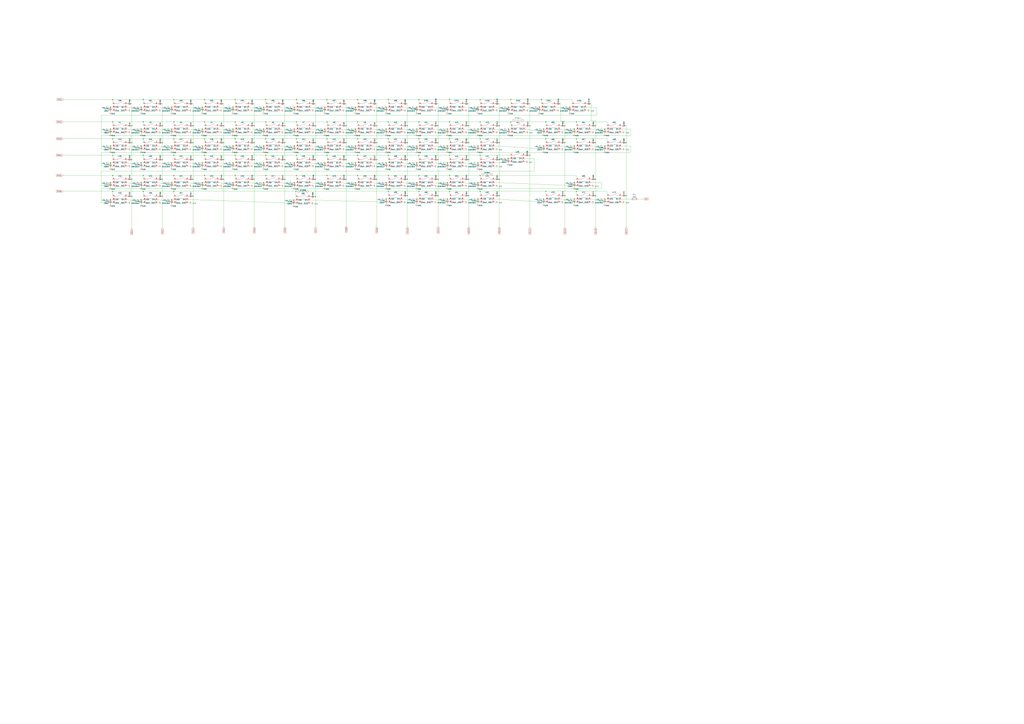
<source format=kicad_sch>
(kicad_sch (version 20230121) (generator eeschema)
  (paper "A0")
  (junction (at 691.515 227.33))
  (junction (at 341.63 169.545))
  (junction (at 166.37 141.605))
  (junction (at 199.39 149.86))
  (junction (at 295.275 146.05))
  (junction (at 128.27 231.775))
  (junction (at 295.275 208.28))
  (junction (at 330.835 208.28))
  (junction (at 521.97 141.605))
  (junction (at 188.595 185.42))
  (junction (at 486.41 180.34))
  (junction (at 628.65 115.57))
  (junction (at 308.61 180.34))
  (junction (at 401.955 185.42))
  (junction (at 450.85 115.57))
  (junction (at 377.19 124.46))
  (junction (at 366.395 165.735))
  (junction (at 727.075 165.735))
  (junction (at 666.75 212.09))
  (junction (at 473.075 165.735))
  (junction (at 199.39 231.775))
  (junction (at 366.395 228.6))
  (junction (at 306.07 149.86))
  (junction (at 691.515 146.05))
  (junction (at 259.715 165.735))
  (junction (at 377.19 212.09))
  (junction (at 128.27 189.23))
  (junction (at 163.83 149.86))
  (junction (at 544.195 165.735))
  (junction (at 415.29 141.605))
  (junction (at 412.75 189.23))
  (junction (at 270.51 124.46))
  (junction (at 340.995 232.41))
  (junction (at 366.395 185.42))
  (junction (at 166.37 180.34))
  (junction (at 483.87 189.23))
  (junction (at 237.49 115.57))
  (junction (at 153.035 146.05))
  (junction (at 557.53 222.25))
  (junction (at 508.635 165.735))
  (junction (at 306.07 169.545))
  (junction (at 166.37 161.29))
  (junction (at 273.05 161.29))
  (junction (at 557.53 141.605))
  (junction (at 727.075 227.33))
  (junction (at 450.85 141.605))
  (junction (at 163.83 212.09))
  (junction (at 483.87 149.86))
  (junction (at 415.29 203.835))
  (junction (at 669.29 161.29))
  (junction (at 128.27 149.86))
  (junction (at 379.73 141.605))
  (junction (at 554.99 124.46))
  (junction (at 273.05 180.34))
  (junction (at 366.395 146.05))
  (junction (at 188.595 146.05))
  (junction (at 234.95 149.86))
  (junction (at 590.55 124.46))
  (junction (at 669.29 141.605))
  (junction (at 448.31 124.46))
  (junction (at 633.73 222.25))
  (junction (at 344.17 161.29))
  (junction (at 521.97 222.25))
  (junction (at 153.035 227.965))
  (junction (at 483.87 124.46))
  (junction (at 557.53 203.835))
  (junction (at 343.535 222.25))
  (junction (at 201.93 203.835))
  (junction (at 666.75 149.86))
  (junction (at 153.035 165.735))
  (junction (at 691.515 208.28))
  (junction (at 666.75 231.14))
  (junction (at 702.31 231.14))
  (junction (at 473.075 146.05))
  (junction (at 448.31 169.545))
  (junction (at 306.07 124.46))
  (junction (at 224.155 208.28))
  (junction (at 379.73 180.34))
  (junction (at 579.755 185.42))
  (junction (at 579.755 227.33))
  (junction (at 615.315 180.34))
  (junction (at 519.43 212.09))
  (junction (at 166.37 222.25))
  (junction (at 237.49 141.605))
  (junction (at 379.73 203.835))
  (junction (at 544.195 208.28))
  (junction (at 508.635 208.28))
  (junction (at 224.155 146.05))
  (junction (at 450.85 222.25))
  (junction (at 270.51 212.09))
  (junction (at 412.75 149.86))
  (junction (at 412.75 212.09))
  (junction (at 655.955 146.05))
  (junction (at 259.715 185.42))
  (junction (at 128.27 124.46))
  (junction (at 415.29 161.29))
  (junction (at 224.155 227.965))
  (junction (at 295.275 165.735))
  (junction (at 188.595 165.735))
  (junction (at 270.51 149.86))
  (junction (at 341.63 212.09))
  (junction (at 666.75 169.545))
  (junction (at 702.31 149.86))
  (junction (at 199.39 169.545))
  (junction (at 450.85 161.29))
  (junction (at 163.83 189.23))
  (junction (at 450.85 180.34))
  (junction (at 557.53 161.29))
  (junction (at 437.515 165.735))
  (junction (at 295.275 185.42))
  (junction (at 486.41 222.25))
  (junction (at 401.955 208.28))
  (junction (at 437.515 185.42))
  (junction (at 188.595 227.965))
  (junction (at 306.07 212.09))
  (junction (at 448.31 231.14))
  (junction (at 544.195 227.33))
  (junction (at 626.11 124.46))
  (junction (at 163.83 124.46))
  (junction (at 201.93 222.25))
  (junction (at 554.99 231.14))
  (junction (at 270.51 169.545))
  (junction (at 130.81 161.29))
  (junction (at 486.41 115.57))
  (junction (at 234.95 169.545))
  (junction (at 330.835 185.42))
  (junction (at 415.29 115.57))
  (junction (at 130.81 180.34))
  (junction (at 473.075 208.28))
  (junction (at 273.05 115.57))
  (junction (at 270.51 189.23))
  (junction (at 377.19 169.545))
  (junction (at 412.75 169.545))
  (junction (at 130.81 115.57))
  (junction (at 486.41 161.29))
  (junction (at 234.95 189.23))
  (junction (at 237.49 203.835))
  (junction (at 341.63 189.23))
  (junction (at 508.635 185.42))
  (junction (at 579.755 165.735))
  (junction (at 377.19 189.23))
  (junction (at 593.09 141.605))
  (junction (at 702.31 169.545))
  (junction (at 554.99 189.23))
  (junction (at 519.43 189.23))
  (junction (at 486.41 203.835))
  (junction (at 308.61 161.29))
  (junction (at 234.95 124.46))
  (junction (at 130.81 141.605))
  (junction (at 344.17 180.34))
  (junction (at 259.715 146.05))
  (junction (at 128.27 169.545))
  (junction (at 379.73 161.29))
  (junction (at 201.93 161.29))
  (junction (at 633.73 161.29))
  (junction (at 341.63 124.46))
  (junction (at 521.97 180.34))
  (junction (at 589.915 184.15))
  (junction (at 508.635 227.33))
  (junction (at 415.29 180.34))
  (junction (at 153.035 208.28))
  (junction (at 308.61 115.57))
  (junction (at 437.515 146.05))
  (junction (at 554.99 169.545))
  (junction (at 308.61 203.835))
  (junction (at 473.075 227.33))
  (junction (at 486.41 141.605))
  (junction (at 655.955 227.33))
  (junction (at 273.05 141.605))
  (junction (at 631.19 149.86))
  (junction (at 188.595 208.28))
  (junction (at 224.155 165.735))
  (junction (at 519.43 124.46))
  (junction (at 259.715 208.28))
  (junction (at 163.83 231.775))
  (junction (at 521.97 203.835))
  (junction (at 130.81 203.835))
  (junction (at 163.83 169.545))
  (junction (at 199.39 212.09))
  (junction (at 401.955 165.735))
  (junction (at 554.99 149.86))
  (junction (at 273.05 203.835))
  (junction (at 237.49 180.34))
  (junction (at 234.95 212.09))
  (junction (at 308.61 141.605))
  (junction (at 669.29 222.25))
  (junction (at 401.955 146.05))
  (junction (at 166.37 203.835))
  (junction (at 593.09 115.57))
  (junction (at 201.93 180.34))
  (junction (at 412.75 124.46))
  (junction (at 330.835 146.05))
  (junction (at 224.155 185.42))
  (junction (at 508.635 146.05))
  (junction (at 448.31 212.09))
  (junction (at 631.19 231.14))
  (junction (at 201.93 141.605))
  (junction (at 237.49 161.29))
  (junction (at 661.67 124.46))
  (junction (at 521.97 115.57))
  (junction (at 483.87 231.14))
  (junction (at 473.075 185.42))
  (junction (at 631.19 169.545))
  (junction (at 437.515 208.28))
  (junction (at 199.39 189.23))
  (junction (at 590.55 149.86))
  (junction (at 166.37 115.57))
  (junction (at 519.43 231.14))
  (junction (at 521.97 161.29))
  (junction (at 557.53 115.57))
  (junction (at 199.39 124.46))
  (junction (at 153.035 185.42))
  (junction (at 128.27 212.09))
  (junction (at 544.195 185.42))
  (junction (at 691.515 165.735))
  (junction (at 448.31 189.23))
  (junction (at 483.87 169.545))
  (junction (at 579.755 146.05))
  (junction (at 201.93 115.57))
  (junction (at 130.81 222.25))
  (junction (at 341.63 149.86))
  (junction (at 344.17 141.605))
  (junction (at 344.17 203.835))
  (junction (at 377.19 149.86))
  (junction (at 366.395 208.28))
  (junction (at 655.955 165.735))
  (junction (at 557.53 180.34))
  (junction (at 448.31 149.86))
  (junction (at 633.73 141.605))
  (junction (at 483.87 212.09))
  (junction (at 554.99 212.09))
  (junction (at 615.315 146.05))
  (junction (at 544.195 146.05))
  (junction (at 579.755 208.28))
  (junction (at 344.17 115.57))
  (junction (at 519.43 149.86))
  (junction (at 450.85 203.835))
  (junction (at 519.43 169.545))
  (junction (at 306.07 189.23))
  (junction (at 330.835 165.735))
  (junction (at 379.73 115.57))
  (wire (pts (xy 437.515 208.28) (xy 437.515 263.525)))
  (wire (pts (xy 445.77 149.86) (xy 448.31 149.86)))
  (wire (pts (xy 631.19 169.545) (xy 633.73 169.545)))
  (wire (pts (xy 201.93 203.835) (xy 201.93 208.28)))
  (wire (pts (xy 610.87 153.67) (xy 609.6 153.67)))
  (wire (pts (xy 199.39 217.805) (xy 199.39 217.17)))
  (wire (pts (xy 415.29 161.29) (xy 450.85 161.29)))
  (wire (pts (xy 237.49 141.605) (xy 273.05 141.605)))
  (wire (pts (xy 401.955 165.735) (xy 401.955 185.42)))
  (wire (pts (xy 473.075 185.42) (xy 473.075 208.28)))
  (wire (pts (xy 666.75 231.14) (xy 669.29 231.14)))
  (wire (pts (xy 379.73 193.04) (xy 360.68 189.23)))
  (wire (pts (xy 557.53 215.9) (xy 538.48 212.09)))
  (wire (pts (xy 130.81 222.25) (xy 130.81 227.965)))
  (wire (pts (xy 147.955 120.65) (xy 147.32 120.65)))
  (wire (pts (xy 290.83 153.67) (xy 289.56 153.67)))
  (wire (pts (xy 267.97 169.545) (xy 270.51 169.545)))
  (wire (pts (xy 519.43 189.23) (xy 521.97 189.23)))
  (wire (pts (xy 377.19 217.805) (xy 377.19 217.17)))
  (wire (pts (xy 504.19 173.355) (xy 502.92 173.355)))
  (wire (pts (xy 273.05 203.835) (xy 273.05 208.28)))
  (wire (pts (xy 631.19 155.575) (xy 631.19 154.94)))
  (wire (pts (xy 234.95 217.805) (xy 234.95 217.17)))
  (wire (pts (xy 161.29 124.46) (xy 163.83 124.46)))
  (wire (pts (xy 237.49 161.29) (xy 273.05 161.29)))
  (wire (pts (xy 483.87 149.86) (xy 486.41 149.86)))
  (wire (pts (xy 270.51 175.26) (xy 270.51 174.625)))
  (wire (pts (xy 486.41 193.04) (xy 467.36 189.23)))
  (wire (pts (xy 415.29 141.605) (xy 450.85 141.605)))
  (wire (pts (xy 148.59 128.27) (xy 147.32 128.27)))
  (wire (pts (xy 539.75 215.9) (xy 538.48 215.9)))
  (wire (pts (xy 201.93 222.25) (xy 201.93 227.965)))
  (wire (pts (xy 147.955 146.05) (xy 147.32 146.05)))
  (wire (pts (xy 516.89 124.46) (xy 519.43 124.46)))
  (wire (pts (xy 188.595 185.42) (xy 188.595 208.28)))
  (wire (pts (xy 574.675 120.65) (xy 574.04 120.65)))
  (wire (pts (xy 379.73 115.57) (xy 379.73 120.65)))
  (wire (pts (xy 117.475 153.67) (xy 117.475 133.985)))
  (wire (pts (xy 166.37 128.27) (xy 147.32 124.46)))
  (wire (pts (xy 270.51 130.175) (xy 270.51 129.54)))
  (wire (pts (xy 557.53 222.25) (xy 557.53 227.33)))
  (wire (pts (xy 521.97 180.34) (xy 521.97 185.42)))
  (wire (pts (xy 721.995 227.33) (xy 721.36 227.33)))
  (wire (pts (xy 254.635 146.05) (xy 254 146.05)))
  (wire (pts (xy 650.875 165.735) (xy 650.24 165.735)))
  (wire (pts (xy 686.435 120.65) (xy 686.435 140.335)))
  (wire (pts (xy 379.73 180.34) (xy 344.17 180.34)))
  (wire (pts (xy 655.955 165.735) (xy 655.955 227.33)))
  (wire (pts (xy 290.195 208.28) (xy 289.56 208.28)))
  (wire (pts (xy 397.51 215.9) (xy 396.24 215.9)))
  (wire (pts (xy 575.31 234.95) (xy 574.04 234.95)))
  (wire (pts (xy 361.95 215.9) (xy 360.68 215.9)))
  (wire (pts (xy 401.955 185.42) (xy 401.955 208.28)))
  (wire (pts (xy 199.39 169.545) (xy 201.93 169.545)))
  (wire (pts (xy 224.155 120.65) (xy 224.155 146.05)))
  (wire (pts (xy 295.275 208.28) (xy 295.275 263.525)))
  (wire (pts (xy 232.41 149.86) (xy 234.95 149.86)))
  (wire (pts (xy 698.5 219.075) (xy 698.5 212.09)))
  (wire (pts (xy 415.29 193.04) (xy 396.24 189.23)))
  (wire (pts (xy 448.31 212.09) (xy 450.85 212.09)))
  (wire (pts (xy 196.85 124.46) (xy 199.39 124.46)))
  (wire (pts (xy 325.755 120.65) (xy 325.12 120.65)))
  (wire (pts (xy 259.715 120.65) (xy 259.715 146.05)))
  (wire (pts (xy 232.41 169.545) (xy 234.95 169.545)))
  (wire (pts (xy 650.875 140.97) (xy 655.955 140.97)))
  (wire (pts (xy 437.515 146.05) (xy 437.515 165.735)))
  (wire (pts (xy 273.05 180.34) (xy 237.49 180.34)))
  (wire (pts (xy 481.33 169.545) (xy 483.87 169.545)))
  (wire (pts (xy 467.995 165.735) (xy 467.36 165.735)))
  (wire (pts (xy 519.43 155.575) (xy 519.43 154.94)))
  (wire (pts (xy 360.68 228.6) (xy 360.045 228.6)))
  (wire (pts (xy 306.07 155.575) (xy 306.07 154.94)))
  (wire (pts (xy 450.85 161.29) (xy 486.41 161.29)))
  (wire (pts (xy 574.675 227.33) (xy 574.04 227.33)))
  (wire (pts (xy 341.63 169.545) (xy 344.17 169.545)))
  (wire (pts (xy 433.07 173.355) (xy 431.8 173.355)))
  (wire (pts (xy 148.59 235.585) (xy 147.32 235.585)))
  (wire (pts (xy 626.11 124.46) (xy 628.65 124.46)))
  (wire (pts (xy 557.53 203.835) (xy 669.29 203.835)))
  (wire (pts (xy 234.95 175.26) (xy 234.95 174.625)))
  (wire (pts (xy 412.75 189.23) (xy 415.29 189.23)))
  (wire (pts (xy 344.17 115.57) (xy 344.17 120.65)))
  (wire (pts (xy 344.17 141.605) (xy 379.73 141.605)))
  (wire (pts (xy 521.97 222.25) (xy 521.97 227.33)))
  (wire (pts (xy 437.515 120.65) (xy 437.515 146.05)))
  (wire (pts (xy 303.53 169.545) (xy 306.07 169.545)))
  (wire (pts (xy 450.85 161.29) (xy 450.85 165.735)))
  (wire (pts (xy 153.035 146.05) (xy 153.035 165.735)))
  (wire (pts (xy 691.515 140.335) (xy 691.515 146.05)))
  (wire (pts (xy 483.87 236.855) (xy 483.87 236.22)))
  (wire (pts (xy 579.755 165.735) (xy 579.755 185.42)))
  (wire (pts (xy 467.995 120.65) (xy 467.36 120.65)))
  (wire (pts (xy 128.27 124.46) (xy 130.81 124.46)))
  (wire (pts (xy 589.915 189.865) (xy 589.915 189.23)))
  (wire (pts (xy 344.17 215.9) (xy 325.12 212.09)))
  (wire (pts (xy 361.315 146.05) (xy 360.68 146.05)))
  (wire (pts (xy 199.39 237.49) (xy 199.39 236.855)))
  (wire (pts (xy 259.715 165.735) (xy 259.715 185.42)))
  (wire (pts (xy 615.315 120.65) (xy 615.315 146.05)))
  (wire (pts (xy 669.29 153.67) (xy 650.24 149.86)))
  (wire (pts (xy 166.37 203.835) (xy 201.93 203.835)))
  (wire (pts (xy 234.95 194.945) (xy 234.95 194.31)))
  (wire (pts (xy 397.51 128.27) (xy 396.24 128.27)))
  (wire (pts (xy 544.195 165.735) (xy 544.195 185.42)))
  (wire (pts (xy 521.97 180.34) (xy 486.41 180.34)))
  (wire (pts (xy 237.49 193.04) (xy 218.44 189.23)))
  (wire (pts (xy 574.675 146.05) (xy 574.04 146.05)))
  (wire (pts (xy 344.17 141.605) (xy 344.17 146.05)))
  (wire (pts (xy 343.535 236.22) (xy 218.44 231.775)))
  (wire (pts (xy 691.515 208.28) (xy 691.515 227.33)))
  (wire (pts (xy 117.475 133.985) (xy 692.785 133.985)))
  (wire (pts (xy 130.81 215.9) (xy 117.475 215.9)))
  (wire (pts (xy 201.93 153.67) (xy 182.88 149.86)))
  (wire (pts (xy 666.75 149.86) (xy 669.29 149.86)))
  (wire (pts (xy 224.155 165.735) (xy 224.155 185.42)))
  (wire (pts (xy 415.29 203.835) (xy 415.29 208.28)))
  (wire (pts (xy 117.475 177.165) (xy 732.155 177.165)))
  (wire (pts (xy 669.29 161.29) (xy 704.85 161.29)))
  (wire (pts (xy 196.85 189.23) (xy 199.39 189.23)))
  (wire (pts (xy 73.025 222.25) (xy 130.81 222.25)))
  (wire (pts (xy 201.93 161.29) (xy 201.93 165.735)))
  (wire (pts (xy 633.73 161.29) (xy 669.29 161.29)))
  (wire (pts (xy 166.37 193.04) (xy 147.32 189.23)))
  (wire (pts (xy 432.435 208.28) (xy 431.8 208.28)))
  (wire (pts (xy 344.17 161.29) (xy 379.73 161.29)))
  (wire (pts (xy 201.93 128.27) (xy 182.88 124.46)))
  (wire (pts (xy 620.395 198.755) (xy 620.395 184.15)))
  (wire (pts (xy 326.39 128.27) (xy 325.12 128.27)))
  (wire (pts (xy 188.595 227.965) (xy 188.595 264.795)))
  (wire (pts (xy 633.73 222.25) (xy 633.73 227.33)))
  (wire (pts (xy 554.99 124.46) (xy 557.53 124.46)))
  (wire (pts (xy 666.75 169.545) (xy 669.29 169.545)))
  (wire (pts (xy 508.635 165.735) (xy 508.635 185.42)))
  (wire (pts (xy 432.435 165.735) (xy 431.8 165.735)))
  (wire (pts (xy 575.31 128.27) (xy 574.04 128.27)))
  (wire (pts (xy 303.53 149.86) (xy 306.07 149.86)))
  (wire (pts (xy 415.29 173.355) (xy 396.24 169.545)))
  (wire (pts (xy 448.31 189.23) (xy 450.85 189.23)))
  (wire (pts (xy 486.41 115.57) (xy 486.41 120.65)))
  (wire (pts (xy 468.63 215.9) (xy 467.36 215.9)))
  (wire (pts (xy 325.755 146.05) (xy 325.12 146.05)))
  (wire (pts (xy 270.51 217.805) (xy 270.51 217.17)))
  (wire (pts (xy 303.53 124.46) (xy 306.07 124.46)))
  (wire (pts (xy 161.29 212.09) (xy 163.83 212.09)))
  (wire (pts (xy 669.29 208.28) (xy 669.29 203.835)))
  (wire (pts (xy 147.955 165.735) (xy 147.32 165.735)))
  (wire (pts (xy 687.07 234.95) (xy 685.8 234.95)))
  (wire (pts (xy 521.97 115.57) (xy 557.53 115.57)))
  (wire (pts (xy 579.755 227.33) (xy 579.755 263.525)))
  (wire (pts (xy 344.17 173.355) (xy 325.12 169.545)))
  (wire (pts (xy 273.05 120.65) (xy 273.05 115.57)))
  (wire (pts (xy 379.73 173.355) (xy 360.68 169.545)))
  (wire (pts (xy 448.31 194.945) (xy 448.31 194.31)))
  (wire (pts (xy 732.155 169.545) (xy 721.36 169.545)))
  (wire (pts (xy 651.51 234.95) (xy 650.24 234.95)))
  (wire (pts (xy 366.395 120.65) (xy 366.395 146.05)))
  (wire (pts (xy 415.29 215.9) (xy 396.24 212.09)))
  (wire (pts (xy 554.99 130.175) (xy 554.99 129.54)))
  (wire (pts (xy 273.05 215.9) (xy 254 212.09)))
  (wire (pts (xy 199.39 130.175) (xy 199.39 129.54)))
  (wire (pts (xy 473.075 227.33) (xy 473.075 263.525)))
  (wire (pts (xy 377.19 212.09) (xy 379.73 212.09)))
  (wire (pts (xy 508.635 146.05) (xy 508.635 165.735)))
  (wire (pts (xy 552.45 231.14) (xy 554.99 231.14)))
  (wire (pts (xy 628.65 115.57) (xy 664.21 115.57)))
  (wire (pts (xy 686.435 146.05) (xy 685.8 146.05)))
  (wire (pts (xy 486.41 215.9) (xy 467.36 212.09)))
  (wire (pts (xy 575.31 193.04) (xy 574.04 193.04)))
  (wire (pts (xy 341.63 175.26) (xy 341.63 174.625)))
  (wire (pts (xy 237.49 115.57) (xy 237.49 120.65)))
  (wire (pts (xy 73.025 141.605) (xy 130.81 141.605)))
  (wire (pts (xy 727.075 165.735) (xy 727.075 227.33)))
  (wire (pts (xy 659.13 124.46) (xy 661.67 124.46)))
  (wire (pts (xy 163.83 217.805) (xy 163.83 217.17)))
  (wire (pts (xy 661.67 124.46) (xy 664.21 124.46)))
  (wire (pts (xy 628.65 231.14) (xy 631.19 231.14)))
  (wire (pts (xy 219.71 235.585) (xy 218.44 235.585)))
  (wire (pts (xy 184.15 153.67) (xy 182.88 153.67)))
  (wire (pts (xy 412.75 175.26) (xy 412.75 174.625)))
  (wire (pts (xy 397.51 173.355) (xy 396.24 173.355)))
  (wire (pts (xy 306.07 169.545) (xy 308.61 169.545)))
  (wire (pts (xy 344.17 153.67) (xy 325.12 149.86)))
  (wire (pts (xy 344.17 180.34) (xy 308.61 180.34)))
  (wire (pts (xy 377.19 130.175) (xy 377.19 129.54)))
  (wire (pts (xy 539.75 193.04) (xy 538.48 193.04)))
  (wire (pts (xy 340.995 232.41) (xy 343.535 232.41)))
  (wire (pts (xy 691.515 165.735) (xy 691.515 208.28)))
  (wire (pts (xy 590.55 149.86) (xy 593.09 149.86)))
  (wire (pts (xy 374.65 124.46) (xy 377.19 124.46)))
  (wire (pts (xy 574.675 208.28) (xy 574.04 208.28)))
  (wire (pts (xy 219.71 193.04) (xy 218.44 193.04)))
  (wire (pts (xy 681.99 128.27) (xy 680.72 128.27)))
  (wire (pts (xy 130.81 193.04) (xy 117.475 193.04)))
  (wire (pts (xy 273.05 173.355) (xy 254 169.545)))
  (wire (pts (xy 270.51 212.09) (xy 273.05 212.09)))
  (wire (pts (xy 201.93 161.29) (xy 237.49 161.29)))
  (wire (pts (xy 539.115 146.05) (xy 538.48 146.05)))
  (wire (pts (xy 361.315 208.28) (xy 360.68 208.28)))
  (wire (pts (xy 450.85 153.67) (xy 431.8 149.86)))
  (wire (pts (xy 163.83 149.86) (xy 166.37 149.86)))
  (wire (pts (xy 234.95 169.545) (xy 237.49 169.545)))
  (wire (pts (xy 445.77 169.545) (xy 448.31 169.545)))
  (wire (pts (xy 691.515 146.05) (xy 691.515 165.735)))
  (wire (pts (xy 593.09 115.57) (xy 628.65 115.57)))
  (wire (pts (xy 237.49 215.9) (xy 218.44 212.09)))
  (wire (pts (xy 341.63 130.175) (xy 341.63 129.54)))
  (wire (pts (xy 344.17 193.04) (xy 325.12 189.23)))
  (wire (pts (xy 153.035 120.65) (xy 153.035 146.05)))
  (wire (pts (xy 338.455 232.41) (xy 340.995 232.41)))
  (wire (pts (xy 166.37 180.34) (xy 166.37 185.42)))
  (wire (pts (xy 201.93 141.605) (xy 237.49 141.605)))
  (wire (pts (xy 645.16 124.46) (xy 664.21 128.27)))
  (wire (pts (xy 554.99 236.855) (xy 554.99 236.22)))
  (wire (pts (xy 128.27 169.545) (xy 130.81 169.545)))
  (wire (pts (xy 237.49 180.34) (xy 237.49 185.42)))
  (wire (pts (xy 483.87 175.26) (xy 483.87 174.625)))
  (wire (pts (xy 516.89 149.86) (xy 519.43 149.86)))
  (wire (pts (xy 445.77 189.23) (xy 448.31 189.23)))
  (wire (pts (xy 704.85 146.05) (xy 704.85 141.605)))
  (wire (pts (xy 270.51 169.545) (xy 273.05 169.545)))
  (wire (pts (xy 574.675 165.735) (xy 574.04 165.735)))
  (wire (pts (xy 747.395 231.14) (xy 740.41 231.14)))
  (wire (pts (xy 544.195 208.28) (xy 544.195 227.33)))
  (wire (pts (xy 481.33 189.23) (xy 483.87 189.23)))
  (wire (pts (xy 521.97 193.04) (xy 502.92 189.23)))
  (wire (pts (xy 557.53 128.27) (xy 538.48 124.46)))
  (wire (pts (xy 687.07 173.355) (xy 685.8 173.355)))
  (wire (pts (xy 574.04 189.23) (xy 592.455 187.96)))
  (wire (pts (xy 73.025 161.29) (xy 130.81 161.29)))
  (wire (pts (xy 410.21 124.46) (xy 412.75 124.46)))
  (wire (pts (xy 415.29 203.835) (xy 450.85 203.835)))
  (wire (pts (xy 128.27 212.09) (xy 130.81 212.09)))
  (wire (pts (xy 325.755 185.42) (xy 325.12 185.42)))
  (wire (pts (xy 615.315 180.34) (xy 615.315 264.16)))
  (wire (pts (xy 631.19 236.855) (xy 631.19 236.22)))
  (wire (pts (xy 219.71 215.9) (xy 218.44 215.9)))
  (wire (pts (xy 201.93 115.57) (xy 201.93 120.65)))
  (wire (pts (xy 377.19 169.545) (xy 379.73 169.545)))
  (wire (pts (xy 267.97 124.46) (xy 270.51 124.46)))
  (wire (pts (xy 587.375 184.15) (xy 589.915 184.15)))
  (wire (pts (xy 575.31 153.67) (xy 574.04 153.67)))
  (wire (pts (xy 727.075 146.05) (xy 727.075 165.735)))
  (wire (pts (xy 344.17 115.57) (xy 379.73 115.57)))
  (wire (pts (xy 128.27 155.575) (xy 128.27 154.94)))
  (wire (pts (xy 130.81 141.605) (xy 130.81 146.05)))
  (wire (pts (xy 481.33 149.86) (xy 483.87 149.86)))
  (wire (pts (xy 687.07 153.67) (xy 685.8 153.67)))
  (wire (pts (xy 450.85 115.57) (xy 486.41 115.57)))
  (wire (pts (xy 270.51 149.86) (xy 273.05 149.86)))
  (wire (pts (xy 692.785 133.985) (xy 692.785 124.46)))
  (wire (pts (xy 521.97 173.355) (xy 502.92 169.545)))
  (wire (pts (xy 306.07 189.23) (xy 308.61 189.23)))
  (wire (pts (xy 633.73 141.605) (xy 669.29 141.605)))
  (wire (pts (xy 486.41 115.57) (xy 521.97 115.57)))
  (wire (pts (xy 290.195 165.735) (xy 289.56 165.735)))
  (wire (pts (xy 267.97 149.86) (xy 270.51 149.86)))
  (wire (pts (xy 219.075 120.65) (xy 218.44 120.65)))
  (wire (pts (xy 450.85 222.25) (xy 486.41 222.25)))
  (wire (pts (xy 163.83 231.775) (xy 166.37 231.775)))
  (wire (pts (xy 468.63 234.95) (xy 467.36 234.95)))
  (wire (pts (xy 308.61 161.29) (xy 308.61 165.735)))
  (wire (pts (xy 620.395 184.15) (xy 608.965 184.15)))
  (wire (pts (xy 486.41 161.29) (xy 521.97 161.29)))
  (wire (pts (xy 366.395 165.735) (xy 366.395 185.42)))
  (wire (pts (xy 125.73 124.46) (xy 128.27 124.46)))
  (wire (pts (xy 590.55 130.175) (xy 590.55 129.54)))
  (wire (pts (xy 486.41 203.835) (xy 521.97 203.835)))
  (wire (pts (xy 130.81 173.355) (xy 117.475 173.355)))
  (wire (pts (xy 557.53 234.95) (xy 538.48 231.14)))
  (wire (pts (xy 519.43 169.545) (xy 521.97 169.545)))
  (wire (pts (xy 486.41 180.34) (xy 450.85 180.34)))
  (wire (pts (xy 437.515 185.42) (xy 437.515 208.28)))
  (wire (pts (xy 519.43 175.26) (xy 519.43 174.625)))
  (wire (pts (xy 254 189.23) (xy 273.05 193.04)))
  (wire (pts (xy 201.93 115.57) (xy 237.49 115.57)))
  (wire (pts (xy 579.755 208.28) (xy 579.755 227.33)))
  (wire (pts (xy 361.315 236.22) (xy 360.045 236.22)))
  (wire (pts (xy 486.41 180.34) (xy 486.41 185.42)))
  (wire (pts (xy 201.93 180.34) (xy 201.93 185.42)))
  (wire (pts (xy 183.515 165.735) (xy 182.88 165.735)))
  (wire (pts (xy 308.61 215.9) (xy 289.56 212.09)))
  (wire (pts (xy 554.99 189.23) (xy 557.53 189.23)))
  (wire (pts (xy 539.115 227.33) (xy 538.48 227.33)))
  (wire (pts (xy 557.53 222.25) (xy 633.73 222.25)))
  (wire (pts (xy 374.65 149.86) (xy 377.19 149.86)))
  (wire (pts (xy 163.83 169.545) (xy 166.37 169.545)))
  (wire (pts (xy 379.73 161.29) (xy 379.73 165.735)))
  (wire (pts (xy 539.75 128.27) (xy 538.48 128.27)))
  (wire (pts (xy 259.715 146.05) (xy 259.715 165.735)))
  (wire (pts (xy 609.6 180.34) (xy 608.965 180.34)))
  (wire (pts (xy 130.81 203.835) (xy 166.37 203.835)))
  (wire (pts (xy 117.475 173.355) (xy 117.475 157.48)))
  (wire (pts (xy 201.93 180.34) (xy 166.37 180.34)))
  (wire (pts (xy 557.53 115.57) (xy 593.09 115.57)))
  (wire (pts (xy 148.59 193.04) (xy 147.32 193.04)))
  (wire (pts (xy 557.53 203.835) (xy 557.53 208.28)))
  (wire (pts (xy 552.45 149.86) (xy 554.99 149.86)))
  (wire (pts (xy 503.555 208.28) (xy 502.92 208.28)))
  (wire (pts (xy 125.73 212.09) (xy 128.27 212.09)))
  (wire (pts (xy 445.77 231.14) (xy 448.31 231.14)))
  (wire (pts (xy 410.21 149.86) (xy 412.75 149.86)))
  (wire (pts (xy 557.53 193.04) (xy 538.48 189.23)))
  (wire (pts (xy 557.53 115.57) (xy 557.53 120.65)))
  (wire (pts (xy 397.51 193.04) (xy 396.24 193.04)))
  (wire (pts (xy 219.075 208.28) (xy 218.44 208.28)))
  (wire (pts (xy 628.65 115.57) (xy 628.65 120.65)))
  (wire (pts (xy 219.71 153.67) (xy 218.44 153.67)))
  (wire (pts (xy 128.27 149.86) (xy 130.81 149.86)))
  (wire (pts (xy 450.85 234.95) (xy 360.045 232.41)))
  (wire (pts (xy 554.99 175.26) (xy 554.99 174.625)))
  (wire (pts (xy 379.73 215.9) (xy 360.68 212.09)))
  (wire (pts (xy 722.63 234.95) (xy 721.36 234.95)))
  (wire (pts (xy 468.63 153.67) (xy 467.36 153.67)))
  (wire (pts (xy 255.27 128.27) (xy 254 128.27)))
  (wire (pts (xy 590.55 124.46) (xy 593.09 124.46)))
  (wire (pts (xy 341.63 155.575) (xy 341.63 154.94)))
  (wire (pts (xy 184.15 193.04) (xy 182.88 193.04)))
  (wire (pts (xy 468.63 128.27) (xy 467.36 128.27)))
  (wire (pts (xy 237.49 203.835) (xy 273.05 203.835)))
  (wire (pts (xy 308.61 203.835) (xy 344.17 203.835)))
  (wire (pts (xy 183.515 227.965) (xy 182.88 227.965)))
  (wire (pts (xy 519.43 236.855) (xy 519.43 236.22)))
  (wire (pts (xy 330.835 185.42) (xy 330.835 208.28)))
  (wire (pts (xy 377.19 155.575) (xy 377.19 154.94)))
  (wire (pts (xy 290.195 185.42) (xy 289.56 185.42)))
  (wire (pts (xy 704.85 173.355) (xy 685.8 169.545)))
  (wire (pts (xy 486.41 153.67) (xy 467.36 149.86)))
  (wire (pts (xy 199.39 231.775) (xy 201.93 231.775)))
  (wire (pts (xy 651.51 153.67) (xy 650.24 153.67)))
  (wire (pts (xy 130.81 141.605) (xy 166.37 141.605)))
  (wire (pts (xy 666.75 217.805) (xy 666.75 217.17)))
  (wire (pts (xy 687.07 215.9) (xy 685.8 215.9)))
  (wire (pts (xy 117.475 235.585) (xy 117.475 219.075)))
  (wire (pts (xy 450.85 222.25) (xy 450.85 227.33)))
  (wire (pts (xy 163.83 189.23) (xy 166.37 189.23)))
  (wire (pts (xy 125.73 189.23) (xy 128.27 189.23)))
  (wire (pts (xy 201.93 215.9) (xy 182.88 212.09)))
  (wire (pts (xy 255.27 153.67) (xy 254 153.67)))
  (wire (pts (xy 664.21 120.65) (xy 664.21 115.57)))
  (wire (pts (xy 645.795 120.65) (xy 645.16 120.65)))
  (wire (pts (xy 259.715 208.28) (xy 259.715 263.525)))
  (wire (pts (xy 486.41 222.25) (xy 486.41 227.33)))
  (wire (pts (xy 650.875 227.33) (xy 650.24 227.33)))
  (wire (pts (xy 396.875 120.65) (xy 396.24 120.65)))
  (wire (pts (xy 666.75 212.09) (xy 669.29 212.09)))
  (wire (pts (xy 483.87 155.575) (xy 483.87 154.94)))
  (wire (pts (xy 306.07 130.175) (xy 306.07 129.54)))
  (wire (pts (xy 196.85 212.09) (xy 199.39 212.09)))
  (wire (pts (xy 575.31 215.9) (xy 574.04 215.9)))
  (wire (pts (xy 467.995 185.42) (xy 467.36 185.42)))
  (wire (pts (xy 234.95 149.86) (xy 237.49 149.86)))
  (wire (pts (xy 366.395 208.28) (xy 366.395 228.6)))
  (wire (pts (xy 433.07 128.27) (xy 431.8 128.27)))
  (wire (pts (xy 539.75 153.67) (xy 538.48 153.67)))
  (wire (pts (xy 344.17 128.27) (xy 325.12 124.46)))
  (wire (pts (xy 153.035 208.28) (xy 153.035 227.965)))
  (wire (pts (xy 631.19 175.26) (xy 631.19 174.625)))
  (wire (pts (xy 270.51 124.46) (xy 273.05 124.46)))
  (wire (pts (xy 686.435 227.33) (xy 685.8 227.33)))
  (wire (pts (xy 467.995 146.05) (xy 467.36 146.05)))
  (wire (pts (xy 633.73 141.605) (xy 633.73 146.05)))
  (wire (pts (xy 702.31 175.26) (xy 702.31 174.625)))
  (wire (pts (xy 669.29 141.605) (xy 669.29 146.05)))
  (wire (pts (xy 450.85 215.9) (xy 431.8 212.09)))
  (wire (pts (xy 130.81 115.57) (xy 166.37 115.57)))
  (wire (pts (xy 166.37 203.835) (xy 166.37 208.28)))
  (wire (pts (xy 166.37 161.29) (xy 166.37 165.735)))
  (wire (pts (xy 374.65 212.09) (xy 377.19 212.09)))
  (wire (pts (xy 361.95 128.27) (xy 360.68 128.27)))
  (wire (pts (xy 557.53 153.67) (xy 538.48 149.86)))
  (wire (pts (xy 554.99 149.86) (xy 557.53 149.86)))
  (wire (pts (xy 374.65 169.545) (xy 377.19 169.545)))
  (wire (pts (xy 650.875 120.65) (xy 650.875 140.97)))
  (wire (pts (xy 237.49 203.835) (xy 237.49 208.28)))
  (wire (pts (xy 483.87 217.805) (xy 483.87 217.17)))
  (wire (pts (xy 468.63 173.355) (xy 467.36 173.355)))
  (wire (pts (xy 163.83 130.175) (xy 163.83 129.54)))
  (wire (pts (xy 686.435 208.28) (xy 685.8 208.28)))
  (wire (pts (xy 433.07 193.04) (xy 431.8 193.04)))
  (wire (pts (xy 669.29 141.605) (xy 704.85 141.605)))
  (wire (pts (xy 303.53 212.09) (xy 306.07 212.09)))
  (wire (pts (xy 412.75 169.545) (xy 415.29 169.545)))
  (wire (pts (xy 448.31 231.14) (xy 450.85 231.14)))
  (wire (pts (xy 410.21 212.09) (xy 412.75 212.09)))
  (wire (pts (xy 73.025 203.835) (xy 130.81 203.835)))
  (wire (pts (xy 433.07 153.67) (xy 431.8 153.67)))
  (wire (pts (xy 163.83 124.46) (xy 166.37 124.46)))
  (wire (pts (xy 188.595 146.05) (xy 188.595 165.735)))
  (wire (pts (xy 415.29 128.27) (xy 396.24 124.46)))
  (wire (pts (xy 483.87 130.175) (xy 483.87 129.54)))
  (wire (pts (xy 503.555 120.65) (xy 502.92 120.65)))
  (wire (pts (xy 130.81 180.34) (xy 130.81 185.42)))
  (wire (pts (xy 415.29 161.29) (xy 415.29 165.735)))
  (wire (pts (xy 273.05 153.67) (xy 254 149.86)))
  (wire (pts (xy 161.29 231.775) (xy 163.83 231.775)))
  (wire (pts (xy 339.09 189.23) (xy 341.63 189.23)))
  (wire (pts (xy 130.81 161.29) (xy 130.81 165.735)))
  (wire (pts (xy 255.27 173.355) (xy 254 173.355)))
  (wire (pts (xy 153.035 185.42) (xy 153.035 208.28)))
  (wire (pts (xy 290.195 120.65) (xy 289.56 120.65)))
  (wire (pts (xy 188.595 208.28) (xy 188.595 227.965)))
  (wire (pts (xy 704.85 227.33) (xy 704.85 222.25)))
  (wire (pts (xy 366.395 185.42) (xy 366.395 208.28)))
  (wire (pts (xy 199.39 212.09) (xy 201.93 212.09)))
  (wire (pts (xy 554.99 231.14) (xy 557.53 231.14)))
  (wire (pts (xy 557.53 161.29) (xy 633.73 161.29)))
  (wire (pts (xy 166.37 215.9) (xy 147.32 212.09)))
  (wire (pts (xy 396.875 185.42) (xy 396.24 185.42)))
  (wire (pts (xy 655.955 140.97) (xy 655.955 146.05)))
  (wire (pts (xy 552.45 124.46) (xy 554.99 124.46)))
  (wire (pts (xy 166.37 115.57) (xy 166.37 120.65)))
  (wire (pts (xy 575.31 173.355) (xy 574.04 173.355)))
  (wire (pts (xy 199.39 189.23) (xy 201.93 189.23)))
  (wire (pts (xy 521.97 215.9) (xy 502.92 212.09)))
  (wire (pts (xy 219.71 173.355) (xy 218.44 173.355)))
  (wire (pts (xy 237.49 180.34) (xy 201.93 180.34)))
  (wire (pts (xy 628.65 149.86) (xy 631.19 149.86)))
  (wire (pts (xy 273.05 180.34) (xy 273.05 185.42)))
  (wire (pts (xy 341.63 124.46) (xy 344.17 124.46)))
  (wire (pts (xy 183.515 208.28) (xy 182.88 208.28)))
  (wire (pts (xy 128.27 231.775) (xy 130.81 231.775)))
  (wire (pts (xy 483.87 189.23) (xy 486.41 189.23)))
  (wire (pts (xy 588.01 149.86) (xy 590.55 149.86)))
  (wire (pts (xy 450.85 141.605) (xy 486.41 141.605)))
  (wire (pts (xy 125.73 149.86) (xy 128.27 149.86)))
  (wire (pts (xy 415.29 180.34) (xy 379.73 180.34)))
  (wire (pts (xy 483.87 231.14) (xy 486.41 231.14)))
  (wire (pts (xy 486.41 173.355) (xy 467.36 169.545)))
  (wire (pts (xy 503.555 165.735) (xy 502.92 165.735)))
  (wire (pts (xy 448.31 155.575) (xy 448.31 154.94)))
  (wire (pts (xy 130.81 203.835) (xy 130.81 208.28)))
  (wire (pts (xy 504.19 193.04) (xy 502.92 193.04)))
  (wire (pts (xy 610.235 120.65) (xy 609.6 120.65)))
  (wire (pts (xy 590.55 155.575) (xy 590.55 154.94)))
  (wire (pts (xy 516.89 231.14) (xy 519.43 231.14)))
  (wire (pts (xy 166.37 141.605) (xy 201.93 141.605)))
  (wire (pts (xy 554.99 194.945) (xy 554.99 194.31)))
  (wire (pts (xy 306.07 212.09) (xy 308.61 212.09)))
  (wire (pts (xy 237.49 161.29) (xy 237.49 165.735)))
  (wire (pts (xy 130.81 115.57) (xy 130.81 120.65)))
  (wire (pts (xy 199.39 194.945) (xy 199.39 194.31)))
  (wire (pts (xy 516.89 169.545) (xy 519.43 169.545)))
  (wire (pts (xy 341.63 189.23) (xy 344.17 189.23)))
  (wire (pts (xy 467.995 227.33) (xy 467.36 227.33)))
  (wire (pts (xy 379.73 141.605) (xy 379.73 146.05)))
  (wire (pts (xy 508.635 208.28) (xy 508.635 227.33)))
  (wire (pts (xy 412.75 217.805) (xy 412.75 217.17)))
  (wire (pts (xy 196.85 231.775) (xy 199.39 231.775)))
  (wire (pts (xy 166.37 161.29) (xy 201.93 161.29)))
  (wire (pts (xy 450.85 128.27) (xy 431.8 124.46)))
  (wire (pts (xy 473.075 165.735) (xy 473.075 185.42)))
  (wire (pts (xy 308.61 180.34) (xy 273.05 180.34)))
  (wire (pts (xy 295.275 120.65) (xy 295.275 146.05)))
  (wire (pts (xy 661.67 130.175) (xy 661.67 129.54)))
  (wire (pts (xy 503.555 146.05) (xy 502.92 146.05)))
  (wire (pts (xy 183.515 185.42) (xy 182.88 185.42)))
  (wire (pts (xy 330.835 165.735) (xy 330.835 185.42)))
  (wire (pts (xy 183.515 120.65) (xy 182.88 120.65)))
  (wire (pts (xy 343.535 222.25) (xy 343.535 228.6)))
  (wire (pts (xy 224.155 208.28) (xy 224.155 227.965)))
  (wire (pts (xy 699.77 169.545) (xy 702.31 169.545)))
  (wire (pts (xy 308.61 115.57) (xy 308.61 120.65)))
  (wire (pts (xy 410.21 169.545) (xy 412.75 169.545)))
  (wire (pts (xy 448.31 124.46) (xy 450.85 124.46)))
  (wire (pts (xy 610.87 128.27) (xy 609.6 128.27)))
  (wire (pts (xy 184.15 128.27) (xy 182.88 128.27)))
  (wire (pts (xy 702.31 155.575) (xy 702.31 154.94)))
  (wire (pts (xy 401.955 146.05) (xy 401.955 165.735)))
  (wire (pts (xy 130.81 235.585) (xy 117.475 235.585)))
  (wire (pts (xy 161.29 169.545) (xy 163.83 169.545)))
  (wire (pts (xy 702.31 236.855) (xy 702.31 236.22)))
  (wire (pts (xy 699.77 231.14) (xy 702.31 231.14)))
  (wire (pts (xy 201.93 173.355) (xy 182.88 169.545)))
  (wire (pts (xy 273.05 203.835) (xy 308.61 203.835)))
  (wire (pts (xy 415.29 115.57) (xy 450.85 115.57)))
  (wire (pts (xy 270.51 189.23) (xy 273.05 189.23)))
  (wire (pts (xy 633.73 153.67) (xy 609.6 149.86)))
  (wire (pts (xy 290.195 146.05) (xy 289.56 146.05)))
  (wire (pts (xy 519.43 149.86) (xy 521.97 149.86)))
  (wire (pts (xy 234.95 124.46) (xy 237.49 124.46)))
  (wire (pts (xy 128.27 237.49) (xy 128.27 236.855)))
  (wire (pts (xy 450.85 180.34) (xy 450.85 185.42)))
  (wire (pts (xy 483.87 212.09) (xy 486.41 212.09)))
  (wire (pts (xy 128.27 130.175) (xy 128.27 129.54)))
  (wire (pts (xy 161.29 189.23) (xy 163.83 189.23)))
  (wire (pts (xy 669.29 222.25) (xy 669.29 227.33)))
  (wire (pts (xy 521.97 141.605) (xy 521.97 146.05)))
  (wire (pts (xy 361.315 165.735) (xy 360.68 165.735)))
  (wire (pts (xy 344.17 203.835) (xy 379.73 203.835)))
  (wire (pts (xy 483.87 169.545) (xy 486.41 169.545)))
  (wire (pts (xy 219.075 227.965) (xy 218.44 227.965)))
  (wire (pts (xy 166.37 141.605) (xy 166.37 146.05)))
  (wire (pts (xy 379.73 141.605) (xy 415.29 141.605)))
  (wire (pts (xy 519.43 124.46) (xy 521.97 124.46)))
  (wire (pts (xy 341.63 217.805) (xy 341.63 217.17)))
  (wire (pts (xy 237.49 115.57) (xy 273.05 115.57)))
  (wire (pts (xy 308.61 203.835) (xy 308.61 208.28)))
  (wire (pts (xy 130.81 153.67) (xy 117.475 153.67)))
  (wire (pts (xy 450.85 141.605) (xy 450.85 146.05)))
  (wire (pts (xy 631.19 149.86) (xy 633.73 149.86)))
  (wire (pts (xy 163.83 194.945) (xy 163.83 194.31)))
  (wire (pts (xy 270.51 194.945) (xy 270.51 194.31)))
  (wire (pts (xy 448.31 169.545) (xy 450.85 169.545)))
  (wire (pts (xy 234.95 130.175) (xy 234.95 129.54)))
  (wire (pts (xy 521.97 203.835) (xy 521.97 208.28)))
  (wire (pts (xy 593.09 128.27) (xy 574.04 124.46)))
  (wire (pts (xy 521.97 115.57) (xy 521.97 120.65)))
  (wire (pts (xy 326.39 215.9) (xy 325.12 215.9)))
  (wire (pts (xy 259.715 185.42) (xy 259.715 208.28)))
  (wire (pts (xy 450.85 203.835) (xy 450.85 208.28)))
  (wire (pts (xy 267.97 189.23) (xy 270.51 189.23)))
  (wire (pts (xy 539.115 165.735) (xy 538.48 165.735)))
  (wire (pts (xy 450.85 203.835) (xy 486.41 203.835)))
  (wire (pts (xy 503.555 185.42) (xy 502.92 185.42)))
  (wire (pts (xy 655.955 227.33) (xy 655.955 264.16)))
  (wire (pts (xy 450.85 173.355) (xy 431.8 169.545)))
  (wire (pts (xy 521.97 153.67) (xy 502.92 149.86)))
  (wire (pts (xy 415.29 153.67) (xy 396.24 149.86)))
  (wire (pts (xy 219.71 128.27) (xy 218.44 128.27)))
  (wire (pts (xy 579.755 120.65) (xy 579.755 146.05)))
  (wire (pts (xy 166.37 222.25) (xy 201.93 222.25)))
  (wire (pts (xy 448.31 236.855) (xy 448.31 236.22)))
  (wire (pts (xy 306.07 149.86) (xy 308.61 149.86)))
  (wire (pts (xy 666.75 155.575) (xy 666.75 154.94)))
  (wire (pts (xy 237.49 173.355) (xy 218.44 169.545)))
  (wire (pts (xy 308.61 141.605) (xy 308.61 146.05)))
  (wire (pts (xy 521.97 203.835) (xy 557.53 203.835)))
  (wire (pts (xy 396.875 208.28) (xy 396.24 208.28)))
  (wire (pts (xy 450.85 180.34) (xy 415.29 180.34)))
  (wire (pts (xy 516.89 189.23) (xy 519.43 189.23)))
  (wire (pts (xy 166.37 173.355) (xy 147.32 169.545)))
  (wire (pts (xy 254.635 185.42) (xy 254 185.42)))
  (wire (pts (xy 704.85 165.735) (xy 704.85 161.29)))
  (wire (pts (xy 483.87 194.945) (xy 483.87 194.31)))
  (wire (pts (xy 130.81 161.29) (xy 166.37 161.29)))
  (wire (pts (xy 339.09 169.545) (xy 341.63 169.545)))
  (wire (pts (xy 445.77 212.09) (xy 448.31 212.09)))
  (wire (pts (xy 486.41 161.29) (xy 486.41 165.735)))
  (wire (pts (xy 539.115 185.42) (xy 538.48 185.42)))
  (wire (pts (xy 326.39 193.04) (xy 325.12 193.04)))
  (wire (pts (xy 339.09 149.86) (xy 341.63 149.86)))
  (wire (pts (xy 361.95 193.04) (xy 360.68 193.04)))
  (wire (pts (xy 117.475 157.48) (xy 732.155 157.48)))
  (wire (pts (xy 125.73 169.545) (xy 128.27 169.545)))
  (wire (pts (xy 148.59 173.355) (xy 147.32 173.355)))
  (wire (pts (xy 412.75 212.09) (xy 415.29 212.09)))
  (wire (pts (xy 508.635 227.33) (xy 508.635 262.89)))
  (wire (pts (xy 290.83 173.355) (xy 289.56 173.355)))
  (wire (pts (xy 722.63 173.355) (xy 721.36 173.355)))
  (wire (pts (xy 73.66 115.57) (xy 130.81 115.57)))
  (wire (pts (xy 273.05 141.605) (xy 308.61 141.605)))
  (wire (pts (xy 481.33 231.14) (xy 483.87 231.14)))
  (wire (pts (xy 588.01 124.46) (xy 590.55 124.46)))
  (wire (pts (xy 128.27 217.805) (xy 128.27 217.17)))
  (wire (pts (xy 377.19 194.945) (xy 377.19 194.31)))
  (wire (pts (xy 237.49 141.605) (xy 237.49 146.05)))
  (wire (pts (xy 521.97 234.95) (xy 502.92 231.14)))
  (wire (pts (xy 224.155 185.42) (xy 224.155 208.28)))
  (wire (pts (xy 273.05 128.27) (xy 254 124.46)))
  (wire (pts (xy 544.195 227.33) (xy 544.195 263.525)))
  (wire (pts (xy 153.035 227.965) (xy 153.035 265.43)))
  (wire (pts (xy 519.43 217.805) (xy 519.43 217.17)))
  (wire (pts (xy 254.635 120.65) (xy 254 120.65)))
  (wire (pts (xy 344.17 161.29) (xy 344.17 165.735)))
  (wire (pts (xy 117.475 219.075) (xy 698.5 219.075)))
  (wire (pts (xy 325.755 165.735) (xy 325.12 165.735)))
  (wire (pts (xy 732.155 177.165) (xy 732.155 169.545)))
  (wire (pts (xy 201.93 193.04) (xy 182.88 189.23)))
  (wire (pts (xy 130.81 222.25) (xy 166.37 222.25)))
  (wire (pts (xy 727.075 227.33) (xy 727.075 264.16)))
  (wire (pts (xy 593.09 141.605) (xy 633.73 141.605)))
  (wire (pts (xy 130.81 180.34) (xy 73.025 180.34)))
  (wire (pts (xy 486.41 141.605) (xy 486.41 146.05)))
  (wire (pts (xy 412.75 130.175) (xy 412.75 129.54)))
  (wire (pts (xy 633.73 234.95) (xy 574.04 231.14)))
  (wire (pts (xy 308.61 180.34) (xy 308.61 185.42)))
  (wire (pts (xy 379.73 180.34) (xy 379.73 185.42)))
  (wire (pts (xy 290.83 193.04) (xy 289.56 193.04)))
  (wire (pts (xy 610.235 146.05) (xy 609.6 146.05)))
  (wire (pts (xy 270.51 155.575) (xy 270.51 154.94)))
  (wire (pts (xy 148.59 215.9) (xy 147.32 215.9)))
  (wire (pts (xy 234.95 189.23) (xy 237.49 189.23)))
  (wire (pts (xy 702.31 149.86) (xy 704.85 149.86)))
  (wire (pts (xy 669.29 173.355) (xy 650.24 169.545)))
  (wire (pts (xy 326.39 153.67) (xy 325.12 153.67)))
  (wire (pts (xy 374.65 189.23) (xy 377.19 189.23)))
  (wire (pts (xy 224.155 227.965) (xy 224.155 264.16)))
  (wire (pts (xy 330.835 208.28) (xy 330.835 263.525)))
  (wire (pts (xy 396.875 146.05) (xy 396.24 146.05)))
  (wire (pts (xy 199.39 124.46) (xy 201.93 124.46)))
  (wire (pts (xy 219.075 165.735) (xy 218.44 165.735)))
  (wire (pts (xy 539.75 234.95) (xy 538.48 234.95)))
  (wire (pts (xy 686.435 165.735) (xy 685.8 165.735)))
  (wire (pts (xy 255.27 193.04) (xy 254 193.04)))
  (wire (pts (xy 519.43 130.175) (xy 519.43 129.54)))
  (wire (pts (xy 721.36 231.14) (xy 732.79 231.14)))
  (wire (pts (xy 273.05 141.605) (xy 273.05 146.05)))
  (wire (pts (xy 365.76 228.6) (xy 366.395 228.6)))
  (wire (pts (xy 450.85 193.04) (xy 431.8 189.23)))
  (wire (pts (xy 669.29 234.95) (xy 650.24 231.14)))
  (wire (pts (xy 669.29 215.9) (xy 574.04 212.09)))
  (wire (pts (xy 184.15 215.9) (xy 182.88 215.9)))
  (wire (pts (xy 196.85 169.545) (xy 199.39 169.545)))
  (wire (pts (xy 626.11 130.175) (xy 626.11 129.54)))
  (wire (pts (xy 379.73 161.29) (xy 415.29 161.29)))
  (wire (pts (xy 273.05 115.57) (xy 308.61 115.57)))
  (wire (pts (xy 432.435 120.65) (xy 431.8 120.65)))
  (wire (pts (xy 557.53 141.605) (xy 593.09 141.605)))
  (wire (pts (xy 377.19 189.23) (xy 379.73 189.23)))
  (wire (pts (xy 631.19 231.14) (xy 633.73 231.14)))
  (wire (pts (xy 166.37 235.585) (xy 147.32 231.775)))
  (wire (pts (xy 361.315 185.42) (xy 360.68 185.42)))
  (wire (pts (xy 521.97 222.25) (xy 557.53 222.25)))
  (wire (pts (xy 163.83 237.49) (xy 163.83 236.855)))
  (wire (pts (xy 267.97 212.09) (xy 270.51 212.09)))
  (wire (pts (xy 224.155 146.05) (xy 224.155 165.735)))
  (wire (pts (xy 117.475 198.755) (xy 620.395 198.755)))
  (wire (pts (xy 486.41 141.605) (xy 521.97 141.605)))
  (wire (pts (xy 486.41 234.95) (xy 467.36 231.14)))
  (wire (pts (xy 254.635 165.735) (xy 254 165.735)))
  (wire (pts (xy 698.5 212.09) (xy 685.8 212.09)))
  (wire (pts (xy 615.315 146.05) (xy 615.315 180.34)))
  (wire (pts (xy 273.05 161.29) (xy 273.05 165.735)))
  (wire (pts (xy 377.19 149.86) (xy 379.73 149.86)))
  (wire (pts (xy 633.73 222.25) (xy 669.29 222.25)))
  (wire (pts (xy 521.97 161.29) (xy 557.53 161.29)))
  (wire (pts (xy 163.83 212.09) (xy 166.37 212.09)))
  (wire (pts (xy 519.43 231.14) (xy 521.97 231.14)))
  (wire (pts (xy 486.41 222.25) (xy 521.97 222.25)))
  (wire (pts (xy 633.73 173.355) (xy 574.04 169.545)))
  (wire (pts (xy 308.61 161.29) (xy 344.17 161.29)))
  (wire (pts (xy 732.155 149.86) (xy 721.36 149.86)))
  (wire (pts (xy 343.535 222.25) (xy 450.85 222.25)))
  (wire (pts (xy 702.31 231.14) (xy 704.85 231.14)))
  (wire (pts (xy 295.275 185.42) (xy 295.275 208.28)))
  (wire (pts (xy 166.37 115.57) (xy 201.93 115.57)))
  (wire (pts (xy 339.09 212.09) (xy 341.63 212.09)))
  (wire (pts (xy 397.51 153.67) (xy 396.24 153.67)))
  (wire (pts (xy 468.63 193.04) (xy 467.36 193.04)))
  (wire (pts (xy 432.435 185.42) (xy 431.8 185.42)))
  (wire (pts (xy 481.33 124.46) (xy 483.87 124.46)))
  (wire (pts (xy 504.19 128.27) (xy 502.92 128.27)))
  (wire (pts (xy 450.85 115.57) (xy 450.85 120.65)))
  (wire (pts (xy 609.6 124.46) (xy 628.65 128.27)))
  (wire (pts (xy 685.8 149.86) (xy 704.85 153.67)))
  (wire (pts (xy 557.53 180.34) (xy 557.53 185.42)))
  (wire (pts (xy 308.61 193.04) (xy 289.56 189.23)))
  (wire (pts (xy 237.49 153.67) (xy 218.44 149.86)))
  (wire (pts (xy 552.45 169.545) (xy 554.99 169.545)))
  (wire (pts (xy 184.15 235.585) (xy 182.88 235.585)))
  (wire (pts (xy 412.75 124.46) (xy 415.29 124.46)))
  (wire (pts (xy 448.31 217.805) (xy 448.31 217.17)))
  (wire (pts (xy 147.955 227.965) (xy 147.32 227.965)))
  (wire (pts (xy 306.07 124.46) (xy 308.61 124.46)))
  (wire (pts (xy 412.75 194.945) (xy 412.75 194.31)))
  (wire (pts (xy 412.75 155.575) (xy 412.75 154.94)))
  (wire (pts (xy 166.37 222.25) (xy 166.37 227.965)))
  (wire (pts (xy 330.835 146.05) (xy 330.835 165.735)))
  (wire (pts (xy 379.73 115.57) (xy 415.29 115.57)))
  (wire (pts (xy 148.59 153.67) (xy 147.32 153.67)))
  (wire (pts (xy 539.75 173.355) (xy 538.48 173.355)))
  (wire (pts (xy 521.97 128.27) (xy 502.92 124.46)))
  (wire (pts (xy 516.89 212.09) (xy 519.43 212.09)))
  (wire (pts (xy 340.995 238.125) (xy 340.995 237.49)))
  (wire (pts (xy 692.785 124.46) (xy 680.72 124.46)))
  (wire (pts (xy 592.455 180.34) (xy 557.53 180.34)))
  (wire (pts (xy 554.99 217.805) (xy 554.99 217.17)))
  (wire (pts (xy 201.93 235.585) (xy 182.88 231.775)))
  (wire (pts (xy 623.57 124.46) (xy 626.11 124.46)))
  (wire (pts (xy 593.09 141.605) (xy 593.09 146.05)))
  (wire (pts (xy 614.68 180.34) (xy 615.315 180.34)))
  (wire (pts (xy 308.61 173.355) (xy 289.56 169.545)))
  (wire (pts (xy 544.195 120.65) (xy 544.195 146.05)))
  (wire (pts (xy 557.53 173.355) (xy 538.48 169.545)))
  (wire (pts (xy 306.07 217.805) (xy 306.07 217.17)))
  (wire (pts (xy 481.33 212.09) (xy 483.87 212.09)))
  (wire (pts (xy 219.075 146.05) (xy 218.44 146.05)))
  (wire (pts (xy 702.31 169.545) (xy 704.85 169.545)))
  (wire (pts (xy 166.37 153.67) (xy 147.32 149.86)))
  (wire (pts (xy 196.85 149.86) (xy 199.39 149.86)))
  (wire (pts (xy 379.73 203.835) (xy 415.29 203.835)))
  (wire (pts (xy 308.61 153.67) (xy 289.56 149.86)))
  (wire (pts (xy 669.29 161.29) (xy 669.29 165.735)))
  (wire (pts (xy 433.07 215.9) (xy 431.8 215.9)))
  (wire (pts (xy 290.83 128.27) (xy 289.56 128.27)))
  (wire (pts (xy 651.51 173.355) (xy 650.24 173.355)))
  (wire (pts (xy 486.41 203.835) (xy 486.41 208.28)))
  (wire (pts (xy 290.83 215.9) (xy 289.56 215.9)))
  (wire (pts (xy 557.53 141.605) (xy 557.53 146.05)))
  (wire (pts (xy 237.49 128.27) (xy 218.44 124.46)))
  (wire (pts (xy 503.555 227.33) (xy 502.92 227.33)))
  (wire (pts (xy 655.955 146.05) (xy 655.955 165.735)))
  (wire (pts (xy 254.635 208.28) (xy 254 208.28)))
  (wire (pts (xy 366.395 228.6) (xy 366.395 263.525)))
  (wire (pts (xy 128.27 194.945) (xy 128.27 194.31)))
  (wire (pts (xy 366.395 146.05) (xy 366.395 165.735)))
  (wire (pts (xy 379.73 203.835) (xy 379.73 208.28)))
  (wire (pts (xy 234.95 155.575) (xy 234.95 154.94)))
  (wire (pts (xy 308.61 115.57) (xy 344.17 115.57)))
  (wire (pts (xy 448.31 175.26) (xy 448.31 174.625)))
  (wire (pts (xy 473.075 120.65) (xy 473.075 146.05)))
  (wire (pts (xy 579.755 185.42) (xy 579.755 208.28)))
  (wire (pts (xy 303.53 189.23) (xy 306.07 189.23)))
  (wire (pts (xy 117.475 193.04) (xy 117.475 177.165)))
  (wire (pts (xy 666.75 236.855) (xy 666.75 236.22)))
  (wire (pts (xy 379.73 153.67) (xy 360.68 149.86)))
  (wire (pts (xy 125.73 231.775) (xy 128.27 231.775)))
  (wire (pts (xy 184.15 173.355) (xy 182.88 173.355)))
  (wire (pts (xy 432.435 146.05) (xy 431.8 146.05)))
  (wire (pts (xy 401.955 120.65) (xy 401.955 146.05)))
  (wire (pts (xy 593.09 115.57) (xy 593.09 120.65)))
  (wire (pts (xy 508.635 185.42) (xy 508.635 208.28)))
  (wire (pts (xy 552.45 212.09) (xy 554.99 212.09)))
  (wire (pts (xy 199.39 175.26) (xy 199.39 174.625)))
  (wire (pts (xy 183.515 146.05) (xy 182.88 146.05)))
  (wire (pts (xy 341.63 194.945) (xy 341.63 194.31)))
  (wire (pts (xy 552.45 189.23) (xy 554.99 189.23)))
  (wire (pts (xy 255.27 215.9) (xy 254 215.9)))
  (wire (pts (xy 188.595 120.65) (xy 188.595 146.05)))
  (wire (pts (xy 147.955 208.28) (xy 147.32 208.28)))
  (wire (pts (xy 344.17 180.34) (xy 344.17 185.42)))
  (wire (pts (xy 295.275 165.735) (xy 295.275 185.42)))
  (wire (pts (xy 691.515 227.33) (xy 691.515 264.16)))
  (wire (pts (xy 161.29 149.86) (xy 163.83 149.86)))
  (wire (pts (xy 361.95 173.355) (xy 360.68 173.355)))
  (wire (pts (xy 401.955 208.28) (xy 401.955 262.89)))
  (wire (pts (xy 722.63 153.67) (xy 721.36 153.67)))
  (wire (pts (xy 306.07 194.945) (xy 306.07 194.31)))
  (wire (pts (xy 539.115 208.28) (xy 538.48 208.28)))
  (wire (pts (xy 325.755 208.28) (xy 325.12 208.28)))
  (wire (pts (xy 721.995 165.735) (xy 721.36 165.735)))
  (wire (pts (xy 232.41 124.46) (xy 234.95 124.46)))
  (wire (pts (xy 681.355 120.65) (xy 680.72 120.65)))
  (wire (pts (xy 521.97 141.605) (xy 557.53 141.605)))
  (wire (pts (xy 199.39 155.575) (xy 199.39 154.94)))
  (wire (pts (xy 633.73 161.29) (xy 633.73 165.735)))
  (wire (pts (xy 308.61 128.27) (xy 289.56 124.46)))
  (wire (pts (xy 486.41 128.27) (xy 467.36 124.46)))
  (wire (pts (xy 554.99 155.575) (xy 554.99 154.94)))
  (wire (pts (xy 610.235 187.96) (xy 608.965 187.96)))
  (wire (pts (xy 415.29 141.605) (xy 415.29 146.05)))
  (wire (pts (xy 379.73 128.27) (xy 360.68 124.46)))
  (wire (pts (xy 504.19 234.95) (xy 502.92 234.95)))
  (wire (pts (xy 704.85 234.95) (xy 685.8 231.14)))
  (wire (pts (xy 732.155 157.48) (xy 732.155 149.86)))
  (wire (pts (xy 646.43 128.27) (xy 645.16 128.27)))
  (wire (pts (xy 508.635 120.65) (xy 508.635 146.05)))
  (wire (pts (xy 201.93 222.25) (xy 343.535 222.25)))
  (wire (pts (xy 521.97 161.29) (xy 521.97 165.735)))
  (wire (pts (xy 448.31 149.86) (xy 450.85 149.86)))
  (wire (pts (xy 544.195 185.42) (xy 544.195 208.28)))
  (wire (pts (xy 306.07 175.26) (xy 306.07 174.625)))
  (wire (pts (xy 467.995 208.28) (xy 467.36 208.28)))
  (wire (pts (xy 664.21 212.09) (xy 666.75 212.09)))
  (wire (pts (xy 539.115 120.65) (xy 538.48 120.65)))
  (wire (pts (xy 721.995 146.05) (xy 721.36 146.05)))
  (wire (pts (xy 504.19 215.9) (xy 502.92 215.9)))
  (wire (pts (xy 201.93 141.605) (xy 201.93 146.05)))
  (wire (pts (xy 330.835 120.65) (xy 330.835 146.05)))
  (wire (pts (xy 554.99 212.09) (xy 557.53 212.09)))
  (wire (pts (xy 664.21 149.86) (xy 666.75 149.86)))
  (wire (pts (xy 473.075 208.28) (xy 473.075 227.33)))
  (wire (pts (xy 295.275 146.05) (xy 295.275 165.735)))
  (wire (pts (xy 361.95 153.67) (xy 360.68 153.67)))
  (wire (pts (xy 341.63 149.86) (xy 344.17 149.86)))
  (wire (pts (xy 504.19 153.67) (xy 502.92 153.67)))
  (wire (pts (xy 519.43 212.09) (xy 521.97 212.09)))
  (wire (pts (xy 574.675 185.42) (xy 574.04 185.42)))
  (wire (pts (xy 188.595 165.735) (xy 188.595 185.42)))
  (wire (pts (xy 664.21 169.545) (xy 666.75 169.545)))
  (wire (pts (xy 554.99 169.545) (xy 557.53 169.545)))
  (wire (pts (xy 686.435 140.335) (xy 691.515 140.335)))
  (wire (pts (xy 163.83 155.575) (xy 163.83 154.94)))
  (wire (pts (xy 377.19 175.26) (xy 377.19 174.625)))
  (wire (pts (xy 579.755 146.05) (xy 579.755 165.735)))
  (wire (pts (xy 147.955 185.42) (xy 147.32 185.42)))
  (wire (pts (xy 557.53 161.29) (xy 557.53 165.735)))
  (wire (pts (xy 219.075 185.42) (xy 218.44 185.42)))
  (wire (pts (xy 666.75 175.26) (xy 666.75 174.625)))
  (wire (pts (xy 128.27 189.23) (xy 130.81 189.23)))
  (wire (pts (xy 483.87 124.46) (xy 486.41 124.46)))
  (wire (pts (xy 589.915 184.15) (xy 592.455 184.15)))
  (wire (pts (xy 437.515 165.735) (xy 437.515 185.42)))
  (wire (pts (xy 234.95 212.09) (xy 237.49 212.09)))
  (wire (pts (xy 377.19 124.46) (xy 379.73 124.46)))
  (wire (pts (xy 448.31 130.175) (xy 448.31 129.54)))
  (wire (pts (xy 415.29 180.34) (xy 415.29 185.42)))
  (wire (pts (xy 117.475 215.9) (xy 117.475 198.755)))
  (wire (pts (xy 201.93 203.835) (xy 237.49 203.835)))
  (wire (pts (xy 326.39 173.355) (xy 325.12 173.355)))
  (wire (pts (xy 344.17 203.835) (xy 344.17 208.28)))
  (wire (pts (xy 128.27 175.26) (xy 128.27 174.625)))
  (wire (pts (xy 445.77 124.46) (xy 448.31 124.46)))
  (wire (pts (xy 199.39 149.86) (xy 201.93 149.86)))
  (wire (pts (xy 232.41 212.09) (xy 234.95 212.09)))
  (wire (pts (xy 557.53 180.34) (xy 521.97 180.34)))
  (wire (pts (xy 341.63 212.09) (xy 344.17 212.09)))
  (wire (pts (xy 628.65 169.545) (xy 631.19 169.545)))
  (wire (pts (xy 166.37 180.34) (xy 130.81 180.34)))
  (wire (pts (xy 664.21 231.14) (xy 666.75 231.14)))
  (wire (pts (xy 473.075 146.05) (xy 473.075 165.735)))
  (wire (pts (xy 153.035 165.735) (xy 153.035 185.42)))
  (wire (pts (xy 544.195 146.05) (xy 544.195 165.735)))
  (wire (pts (xy 410.21 189.23) (xy 412.75 189.23)))
  (wire (pts (xy 650.875 146.05) (xy 650.24 146.05)))
  (wire (pts (xy 361.315 120.65) (xy 360.68 120.65)))
  (wire (pts (xy 163.83 175.26) (xy 163.83 174.625)))
  (wire (pts (xy 339.09 124.46) (xy 341.63 124.46)))
  (wire (pts (xy 669.29 222.25) (xy 704.85 222.25)))
  (wire (pts (xy 396.875 165.735) (xy 396.24 165.735)))
  (wire (pts (xy 412.75 149.86) (xy 415.29 149.86)))
  (wire (pts (xy 232.41 189.23) (xy 234.95 189.23)))
  (wire (pts (xy 593.09 153.67) (xy 574.04 149.86)))
  (wire (pts (xy 415.29 115.57) (xy 415.29 120.65)))
  (wire (pts (xy 308.61 141.605) (xy 344.17 141.605)))
  (wire (pts (xy 699.77 149.86) (xy 702.31 149.86)))
  (wire (pts (xy 273.05 161.29) (xy 308.61 161.29)))
  (wire (pts (xy 519.43 194.945) (xy 519.43 194.31)))
  (global_label "COL2" (shape input) (at 188.595 264.795 270) (property "Intersheetrefs" "${INTERSHEET_REFS}" (effects hide)))
  (global_label "ROW5" (shape input) (at 73.025 203.835 180) (property "Intersheetrefs" "${INTERSHEET_REFS}" (effects hide)))
  (global_label "COL9" (shape input) (at 437.515 263.525 270) (property "Intersheetrefs" "${INTERSHEET_REFS}" (effects hide)))
  (global_label "COL8" (shape input) (at 401.955 262.89 270) (property "Intersheetrefs" "${INTERSHEET_REFS}" (effects hide)))
  (global_label "ROW3" (shape input) (at 73.025 161.29 180) (property "Intersheetrefs" "${INTERSHEET_REFS}" (effects hide)))
  (global_label "COL15" (shape input) (at 655.955 264.16 270) (property "Intersheetrefs" "${INTERSHEET_REFS}" (effects hide)))
  (global_label "COL16" (shape input) (at 691.515 264.16 270) (property "Intersheetrefs" "${INTERSHEET_REFS}" (effects hide)))
  (global_label "COL1" (shape input) (at 153.035 265.43 270) (property "Intersheetrefs" "${INTERSHEET_REFS}" (effects hide)))
  (global_label "COL10" (shape input) (at 473.075 263.525 270) (property "Intersheetrefs" "${INTERSHEET_REFS}" (effects hide)))
  (global_label "DIN" (shape input) (at 747.395 231.14 0) (property "Intersheetrefs" "${INTERSHEET_REFS}" (effects hide)))
  (global_label "ROW1" (shape input) (at 73.66 115.57 180) (property "Intersheetrefs" "${INTERSHEET_REFS}" (effects hide)))
  (global_label "COL4" (shape input) (at 259.715 263.525 270) (property "Intersheetrefs" "${INTERSHEET_REFS}" (effects hide)))
  (global_label "COL6" (shape input) (at 330.835 263.525 270) (property "Intersheetrefs" "${INTERSHEET_REFS}" (effects hide)))
  (global_label "COL11" (shape input) (at 508.635 262.89 270) (property "Intersheetrefs" "${INTERSHEET_REFS}" (effects hide)))
  (global_label "ROW2" (shape input) (at 73.025 141.605 180) (property "Intersheetrefs" "${INTERSHEET_REFS}" (effects hide)))
  (global_label "ROW6" (shape input) (at 73.025 222.25 180) (property "Intersheetrefs" "${INTERSHEET_REFS}" (effects hide)))
  (global_label "COL17" (shape input) (at 727.075 264.16 270) (property "Intersheetrefs" "${INTERSHEET_REFS}" (effects hide)))
  (global_label "COL13" (shape input) (at 579.755 263.525 270) (property "Intersheetrefs" "${INTERSHEET_REFS}" (effects hide)))
  (global_label "ROW4" (shape input) (at 73.025 180.34 180) (property "Intersheetrefs" "${INTERSHEET_REFS}" (effects hide)))
  (global_label "COL7" (shape input) (at 366.395 263.525 270) (property "Intersheetrefs" "${INTERSHEET_REFS}" (effects hide)))
  (global_label "COL5" (shape input) (at 295.275 263.525 270) (property "Intersheetrefs" "${INTERSHEET_REFS}" (effects hide)))
  (global_label "COL12" (shape input) (at 544.195 263.525 270) (property "Intersheetrefs" "${INTERSHEET_REFS}" (effects hide)))
  (global_label "COL3" (shape input) (at 224.155 264.16 270) (property "Intersheetrefs" "${INTERSHEET_REFS}" (effects hide)))
  (global_label "COL14" (shape input) (at 615.315 264.16 270) (property "Intersheetrefs" "${INTERSHEET_REFS}" (effects hide)))
  (symbol (lib_id "Switch footprints:Stabilizer") (at 565.785 202.565 0) (unit 1)
    (property "Reference" "STAB54" (at 565.785 200.66 0))
    (property "Value" "~" (at 565.785 202.565 0))
    (property "Footprint" "Keyboard stabilizers:Stabilizer_Cherry_MX_2.00u" (effects hide))
  )
  (symbol (lib_id "power:GND") (at 433.07 193.04 90) (unit 1)
    (property "Reference" "#PWR0139" (effects hide))
    (property "Value" "GND" (at 436.88 193.675 90) (effects (justify right)))
  )
  (symbol (lib_id "Device:D_Small") (at 506.095 185.42 180) (unit 1)
    (property "Reference" "D39" (at 506.095 184.15 90) (effects (justify right)))
    (property "Value" "D_Small" (effects hide))
    (property "Footprint" "Diode_SMD:D_0603_1608Metric" (effects hide))
    (property "Sim.Device" "D" (effects hide))
    (property "Sim.Pins" "1=K 2=A" (effects hide))
  )
  (symbol (lib_id "Device:C_Small") (at 589.915 186.69 0) (unit 1)
    (property "Reference" "C128" (at 582.93 186.055 0) (effects (justify left)))
    (property "Value" "100nF" (at 582.295 188.595 0) (effects (justify left)))
    (property "Footprint" "Capacitor_SMD:C_0603_1608Metric" (effects hide))
  )
  (symbol (lib_id "Switch footprints:Multi_Hotswap_with_RGB") (at 459.74 186.69 0) (unit 1)
    (property "Reference" "U38" (at 459.105 181.61 0))
    (property "Value" "Multi_Hotswap_with_RGB" (effects hide))
    (property "Footprint" "Keyboard footprints:Multi Hotswap with RGB 1U" (effects hide))
  )
  (symbol (lib_id "Device:C_Small") (at 306.07 191.77 0) (unit 1)
    (property "Reference" "C134" (at 299.085 191.135 0) (effects (justify left)))
    (property "Value" "100nF" (at 298.45 193.675 0) (effects (justify left)))
    (property "Footprint" "Capacitor_SMD:C_0603_1608Metric" (effects hide))
  )
  (symbol (lib_id "Device:C_Small") (at 554.99 127 0) (unit 1)
    (property "Reference" "C1102" (at 548.005 126.365 0) (effects (justify left)))
    (property "Value" "100nF" (at 547.37 128.905 0) (effects (justify left)))
    (property "Footprint" "Capacitor_SMD:C_0603_1608Metric" (effects hide))
  )
  (symbol (lib_id "power:GND") (at 219.71 153.67 90) (unit 1)
    (property "Reference" "#PWR037" (effects hide))
    (property "Value" "GND" (at 223.52 154.305 90) (effects (justify right)))
  )
  (symbol (lib_id "power:GND") (at 377.19 175.26 0) (unit 1)
    (property "Reference" "#PWR0271" (effects hide))
    (property "Value" "GND" (at 380.365 177.165 0))
  )
  (symbol (lib_id "power:+5V") (at 339.09 212.09 90) (unit 1)
    (property "Reference" "#PWR0171" (effects hide))
    (property "Value" "+5V" (at 335.28 212.725 90) (effects (justify left)))
  )
  (symbol (lib_id "Switch footprints:Multi_Hotswap_with_RGB") (at 459.74 167.005 0) (unit 1)
    (property "Reference" "U24" (at 459.105 161.925 0))
    (property "Value" "Multi_Hotswap_with_RGB" (effects hide))
    (property "Footprint" "Keyboard footprints:Multi Hotswap with RGB 1U" (effects hide))
  )
  (symbol (lib_id "power:GND") (at 199.39 237.49 0) (unit 1)
    (property "Reference" "#PWR0358" (effects hide))
    (property "Value" "GND" (at 202.565 239.395 0))
  )
  (symbol (lib_id "power:GND") (at 361.95 193.04 90) (unit 1)
    (property "Reference" "#PWR0133" (effects hide))
    (property "Value" "GND" (at 365.76 193.675 90) (effects (justify right)))
  )
  (symbol (lib_id "power:GND") (at 687.07 173.355 90) (unit 1)
    (property "Reference" "#PWR0229" (effects hide))
    (property "Value" "GND" (at 690.88 173.99 90) (effects (justify right)))
  )
  (symbol (lib_id "power:GND") (at 575.31 173.355 90) (unit 1)
    (property "Reference" "#PWR0109" (effects hide))
    (property "Value" "GND" (at 579.12 173.99 90) (effects (justify right)))
  )
  (symbol (lib_id "Device:D_Small") (at 470.535 227.33 180) (unit 1)
    (property "Reference" "D59" (at 470.535 226.06 90) (effects (justify right)))
    (property "Value" "D_Small" (effects hide))
    (property "Footprint" "Diode_SMD:D_0603_1608Metric" (effects hide))
    (property "Sim.Device" "D" (effects hide))
    (property "Sim.Pins" "1=K 2=A" (effects hide))
  )
  (symbol (lib_id "Switch footprints:Multi_Hotswap_with_RGB") (at 139.7 167.005 0) (unit 1)
    (property "Reference" "U15" (at 139.065 161.925 0))
    (property "Value" "Multi_Hotswap_with_RGB" (effects hide))
    (property "Footprint" "Keyboard footprints:Multi Hotswap with RGB 1,5U" (effects hide))
  )
  (symbol (lib_id "Device:C_Small") (at 163.83 127 0) (unit 1)
    (property "Reference" "C191" (at 156.845 126.365 0) (effects (justify left)))
    (property "Value" "100nF" (at 156.21 128.905 0) (effects (justify left)))
    (property "Footprint" "Capacitor_SMD:C_0603_1608Metric" (effects hide))
  )
  (symbol (lib_id "Device:C_Small") (at 519.43 233.68 0) (unit 1)
    (property "Reference" "C161" (at 512.445 233.045 0) (effects (justify left)))
    (property "Value" "100nF" (at 511.81 235.585 0) (effects (justify left)))
    (property "Footprint" "Capacitor_SMD:C_0603_1608Metric" (effects hide))
  )
  (symbol (lib_id "power:GND") (at 468.63 215.9 90) (unit 1)
    (property "Reference" "#PWR0181" (effects hide))
    (property "Value" "GND" (at 472.44 216.535 90) (effects (justify right)))
  )
  (symbol (lib_id "power:+5V") (at 339.09 124.46 90) (unit 1)
    (property "Reference" "#PWR0315" (effects hide))
    (property "Value" "+5V" (at 335.28 125.095 90) (effects (justify left)))
  )
  (symbol (lib_id "power:+5V") (at 516.89 189.23 90) (unit 1)
    (property "Reference" "#PWR0147" (effects hide))
    (property "Value" "+5V" (at 513.08 189.865 90) (effects (justify left)))
  )
  (symbol (lib_id "power:GND") (at 722.63 173.355 90) (unit 1)
    (property "Reference" "#PWR0232" (effects hide))
    (property "Value" "GND" (at 726.44 173.99 90) (effects (justify right)))
  )
  (symbol (lib_id "Device:C_Small") (at 448.31 172.085 0) (unit 1)
    (property "Reference" "C124" (at 441.325 171.45 0) (effects (justify left)))
    (property "Value" "100nF" (at 440.69 173.99 0) (effects (justify left)))
    (property "Footprint" "Capacitor_SMD:C_0603_1608Metric" (effects hide))
  )
  (symbol (lib_id "power:GND") (at 306.07 194.945 0) (unit 1)
    (property "Reference" "#PWR0285" (effects hide))
    (property "Value" "GND" (at 309.245 196.85 0))
  )
  (symbol (lib_id "Switch footprints:Multi_Hotswap_with_RGB") (at 637.54 121.92 0) (unit 1)
    (property "Reference" "U104" (at 636.905 116.84 0))
    (property "Value" "Multi_Hotswap_with_RGB" (effects hide))
    (property "Footprint" "Keyboard footprints:Multi Hotswap with RGB 1U" (effects hide))
  )
  (symbol (lib_id "Switch footprints:Multi_Hotswap_with_RGB") (at 139.7 121.92 0) (unit 1)
    (property "Reference" "U90" (at 139.065 116.84 0))
    (property "Value" "Multi_Hotswap_with_RGB" (effects hide))
    (property "Footprint" "Keyboard footprints:Multi Hotswap with RGB 1U" (effects hide))
  )
  (symbol (lib_id "power:GND") (at 590.55 155.575 0) (unit 1)
    (property "Reference" "#PWR0260" (effects hide))
    (property "Value" "GND" (at 593.725 157.48 0))
  )
  (symbol (lib_id "power:GND") (at 610.235 187.96 90) (unit 1)
    (property "Reference" "#PWR0112" (effects hide))
    (property "Value" "GND" (at 614.045 188.595 90) (effects (justify right)))
  )
  (symbol (lib_id "power:GND") (at 199.39 175.26 0) (unit 1)
    (property "Reference" "#PWR0266" (effects hide))
    (property "Value" "GND" (at 202.565 177.165 0))
  )
  (symbol (lib_id "power:+5V") (at 699.77 231.14 90) (unit 1)
    (property "Reference" "#PWR0243" (effects hide))
    (property "Value" "+5V" (at 695.96 231.775 90) (effects (justify left)))
  )
  (symbol (lib_id "power:GND") (at 163.83 155.575 0) (unit 1)
    (property "Reference" "#PWR0248" (effects hide))
    (property "Value" "GND" (at 167.005 157.48 0))
  )
  (symbol (lib_id "power:GND") (at 554.99 217.805 0) (unit 1)
    (property "Reference" "#PWR0354" (effects hide))
    (property "Value" "GND" (at 558.165 219.71 0))
  )
  (symbol (lib_id "power:+5V") (at 374.65 189.23 90) (unit 1)
    (property "Reference" "#PWR0135" (effects hide))
    (property "Value" "+5V" (at 370.84 189.865 90) (effects (justify left)))
  )
  (symbol (lib_id "power:+5V") (at 664.21 169.545 90) (unit 1)
    (property "Reference" "#PWR0228" (effects hide))
    (property "Value" "+5V" (at 660.4 170.18 90) (effects (justify left)))
  )
  (symbol (lib_id "power:GND") (at 702.31 236.855 0) (unit 1)
    (property "Reference" "#PWR0366" (effects hide))
    (property "Value" "GND" (at 705.485 238.76 0))
  )
  (symbol (lib_id "Device:C_Small") (at 163.83 191.77 0) (unit 1)
    (property "Reference" "C130" (at 156.845 191.135 0) (effects (justify left)))
    (property "Value" "100nF" (at 156.21 193.675 0) (effects (justify left)))
    (property "Footprint" "Capacitor_SMD:C_0603_1608Metric" (effects hide))
  )
  (symbol (lib_id "Switch footprints:Multi_Hotswap_with_RGB") (at 424.18 209.55 0) (unit 1)
    (property "Reference" "U50" (at 423.545 204.47 0))
    (property "Value" "Multi_Hotswap_with_RGB" (effects hide))
    (property "Footprint" "Keyboard footprints:Multi Hotswap with RGB 1U" (effects hide))
  )
  (symbol (lib_id "Device:C_Small") (at 483.87 127 0) (unit 1)
    (property "Reference" "C1100" (at 476.885 126.365 0) (effects (justify left)))
    (property "Value" "100nF" (at 476.25 128.905 0) (effects (justify left)))
    (property "Footprint" "Capacitor_SMD:C_0603_1608Metric" (effects hide))
  )
  (symbol (lib_id "power:GND") (at 326.39 173.355 90) (unit 1)
    (property "Reference" "#PWR088" (effects hide))
    (property "Value" "GND" (at 330.2 173.99 90) (effects (justify right)))
  )
  (symbol (lib_id "power:GND") (at 631.19 236.855 0) (unit 1)
    (property "Reference" "#PWR0364" (effects hide))
    (property "Value" "GND" (at 634.365 238.76 0))
  )
  (symbol (lib_id "power:GND") (at 341.63 130.175 0) (unit 1)
    (property "Reference" "#PWR0373" (effects hide))
    (property "Value" "GND" (at 344.805 132.08 0))
  )
  (symbol (lib_id "Device:D_Small") (at 541.655 227.33 180) (unit 1)
    (property "Reference" "D61" (at 541.655 226.06 90) (effects (justify right)))
    (property "Value" "D_Small" (effects hide))
    (property "Footprint" "Diode_SMD:D_0603_1608Metric" (effects hide))
    (property "Sim.Device" "D" (effects hide))
    (property "Sim.Pins" "1=K 2=A" (effects hide))
  )
  (symbol (lib_id "power:+5V") (at 445.77 231.14 90) (unit 1)
    (property "Reference" "#PWR0204" (effects hide))
    (property "Value" "+5V" (at 441.96 231.775 90) (effects (justify left)))
  )
  (symbol (lib_id "power:+5V") (at 232.41 189.23 90) (unit 1)
    (property "Reference" "#PWR0123" (effects hide))
    (property "Value" "+5V" (at 228.6 189.865 90) (effects (justify left)))
  )
  (symbol (lib_id "Switch footprints:Multi_Hotswap_with_RGB") (at 566.42 121.92 0) (unit 1)
    (property "Reference" "U102" (at 565.785 116.84 0))
    (property "Value" "Multi_Hotswap_with_RGB" (effects hide))
    (property "Footprint" "Keyboard footprints:Multi Hotswap with RGB 1U" (effects hide))
  )
  (symbol (lib_id "Device:D_Small") (at 186.055 185.42 180) (unit 1)
    (property "Reference" "D30" (at 186.055 184.15 90) (effects (justify right)))
    (property "Value" "D_Small" (effects hide))
    (property "Footprint" "Diode_SMD:D_0603_1608Metric" (effects hide))
    (property "Sim.Device" "D" (effects hide))
    (property "Sim.Pins" "1=K 2=A" (effects hide))
  )
  (symbol (lib_id "power:GND") (at 539.75 193.04 90) (unit 1)
    (property "Reference" "#PWR0148" (effects hide))
    (property "Value" "GND" (at 543.56 193.675 90) (effects (justify right)))
  )
  (symbol (lib_id "power:+5V") (at 445.77 169.545 90) (unit 1)
    (property "Reference" "#PWR099" (effects hide))
    (property "Value" "+5V" (at 441.96 170.18 90) (effects (justify left)))
  )
  (symbol (lib_id "power:+5V") (at 481.33 149.86 90) (unit 1)
    (property "Reference" "#PWR060" (effects hide))
    (property "Value" "+5V" (at 477.52 150.495 90) (effects (justify left)))
  )
  (symbol (lib_id "power:+5V") (at 374.65 169.545 90) (unit 1)
    (property "Reference" "#PWR093" (effects hide))
    (property "Value" "+5V" (at 370.84 170.18 90) (effects (justify left)))
  )
  (symbol (lib_id "Device:D_Small") (at 221.615 185.42 180) (unit 1)
    (property "Reference" "D31" (at 221.615 184.15 90) (effects (justify right)))
    (property "Value" "D_Small" (effects hide))
    (property "Footprint" "Diode_SMD:D_0603_1608Metric" (effects hide))
    (property "Sim.Device" "D" (effects hide))
    (property "Sim.Pins" "1=K 2=A" (effects hide))
  )
  (symbol (lib_id "power:GND") (at 290.83 153.67 90) (unit 1)
    (property "Reference" "#PWR043" (effects hide))
    (property "Value" "GND" (at 294.64 154.305 90) (effects (justify right)))
  )
  (symbol (lib_id "Switch footprints:Multi_Hotswap_with_RGB") (at 495.3 228.6 0) (unit 1)
    (property "Reference" "U60" (at 494.665 223.52 0))
    (property "Value" "Multi_Hotswap_with_RGB" (effects hide))
    (property "Footprint" "Keyboard footprints:Multi Hotswap with RGB 1,25U" (effects hide))
  )
  (symbol (lib_id "Switch footprints:Multi_Hotswap_with_RGB") (at 210.82 229.235 0) (unit 1)
    (property "Reference" "U57" (at 210.185 224.155 0))
    (property "Value" "Multi_Hotswap_with_RGB" (effects hide))
    (property "Footprint" "Keyboard footprints:Multi Hotswap with RGB 1,25U" (effects hide))
  )
  (symbol (lib_id "power:+5V") (at 161.29 231.775 90) (unit 1)
    (property "Reference" "#PWR0195" (effects hide))
    (property "Value" "+5V" (at 157.48 232.41 90) (effects (justify left)))
  )
  (symbol (lib_id "Switch footprints:Multi_Hotswap_with_RGB") (at 388.62 209.55 0) (unit 1)
    (property "Reference" "U49" (at 387.985 204.47 0))
    (property "Value" "Multi_Hotswap_with_RGB" (effects hide))
    (property "Footprint" "Keyboard footprints:Multi Hotswap with RGB 1U" (effects hide))
  )
  (symbol (lib_id "power:GND") (at 163.83 194.945 0) (unit 1)
    (property "Reference" "#PWR0281" (effects hide))
    (property "Value" "GND" (at 167.005 196.85 0))
  )
  (symbol (lib_id "power:GND") (at 681.99 128.27 90) (unit 1)
    (property "Reference" "#PWR0343" (effects hide))
    (property "Value" "GND" (at 685.8 128.905 90) (effects (justify right)))
  )
  (symbol (lib_id "power:GND") (at 702.31 155.575 0) (unit 1)
    (property "Reference" "#PWR0263" (effects hide))
    (property "Value" "GND" (at 705.485 157.48 0))
  )
  (symbol (lib_id "power:GND") (at 377.19 194.945 0) (unit 1)
    (property "Reference" "#PWR0287" (effects hide))
    (property "Value" "GND" (at 380.365 196.85 0))
  )
  (symbol (lib_id "Device:D_Small") (at 150.495 146.05 180) (unit 1)
    (property "Reference" "D1" (at 150.495 144.78 90) (effects (justify right)))
    (property "Value" "D_Small" (effects hide))
    (property "Footprint" "Diode_SMD:D_0603_1608Metric" (effects hide))
    (property "Sim.Device" "D" (effects hide))
    (property "Sim.Pins" "1=K 2=A" (effects hide))
  )
  (symbol (lib_id "power:GND") (at 539.75 215.9 90) (unit 1)
    (property "Reference" "#PWR0187" (effects hide))
    (property "Value" "GND" (at 543.56 216.535 90) (effects (justify right)))
  )
  (symbol (lib_id "power:+5V") (at 196.85 189.23 90) (unit 1)
    (property "Reference" "#PWR0120" (effects hide))
    (property "Value" "+5V" (at 193.04 189.865 90) (effects (justify left)))
  )
  (symbol (lib_id "power:GND") (at 255.27 128.27 90) (unit 1)
    (property "Reference" "#PWR0307" (effects hide))
    (property "Value" "GND" (at 259.08 128.905 90) (effects (justify right)))
  )
  (symbol (lib_id "Switch footprints:Multi_Hotswap_with_RGB") (at 678.18 228.6 0) (unit 1)
    (property "Reference" "U71" (at 677.545 223.52 0))
    (property "Value" "Multi_Hotswap_with_RGB" (effects hide))
    (property "Footprint" "Keyboard footprints:Multi Hotswap with RGB 1U" (effects hide))
  )
  (symbol (lib_id "Device:C_Small") (at 234.95 191.77 0) (unit 1)
    (property "Reference" "C132" (at 227.965 191.135 0) (effects (justify left)))
    (property "Value" "100nF" (at 227.33 193.675 0) (effects (justify left)))
    (property "Footprint" "Capacitor_SMD:C_0603_1608Metric" (effects hide))
  )
  (symbol (lib_id "power:GND") (at 504.19 173.355 90) (unit 1)
    (property "Reference" "#PWR0103" (effects hide))
    (property "Value" "GND" (at 508 173.99 90) (effects (justify right)))
  )
  (symbol (lib_id "Device:D_Small") (at 328.295 120.65 180) (unit 1)
    (property "Reference" "D95" (at 328.295 119.38 90) (effects (justify right)))
    (property "Value" "D_Small" (effects hide))
    (property "Footprint" "Diode_SMD:D_0603_1608Metric" (effects hide))
    (property "Sim.Device" "D" (effects hide))
    (property "Sim.Pins" "1=K 2=A" (effects hide))
  )
  (symbol (lib_id "Device:C_Small") (at 128.27 234.315 0) (unit 1)
    (property "Reference" "C155" (at 121.285 233.68 0) (effects (justify left)))
    (property "Value" "100nF" (at 120.65 236.22 0) (effects (justify left)))
    (property "Footprint" "Capacitor_SMD:C_0603_1608Metric" (effects hide))
  )
  (symbol (lib_id "Device:D_Small") (at 724.535 227.33 180) (unit 1)
    (property "Reference" "D72" (at 724.535 226.06 90) (effects (justify right)))
    (property "Value" "D_Small" (effects hide))
    (property "Footprint" "Diode_SMD:D_0603_1608Metric" (effects hide))
    (property "Sim.Device" "D" (effects hide))
    (property "Sim.Pins" "1=K 2=A" (effects hide))
  )
  (symbol (lib_id "power:GND") (at 448.31 217.805 0) (unit 1)
    (property "Reference" "#PWR0351" (effects hide))
    (property "Value" "GND" (at 451.485 219.71 0))
  )
  (symbol (lib_id "Device:C_Small") (at 199.39 172.085 0) (unit 1)
    (property "Reference" "C117" (at 192.405 171.45 0) (effects (justify left)))
    (property "Value" "100nF" (at 191.77 173.99 0) (effects (justify left)))
    (property "Footprint" "Capacitor_SMD:C_0603_1608Metric" (effects hide))
  )
  (symbol (lib_id "power:GND") (at 504.19 234.95 90) (unit 1)
    (property "Reference" "#PWR0208" (effects hide))
    (property "Value" "GND" (at 508 235.585 90) (effects (justify right)))
  )
  (symbol (lib_id "power:+5V") (at 481.33 169.545 90) (unit 1)
    (property "Reference" "#PWR0102" (effects hide))
    (property "Value" "+5V" (at 477.52 170.18 90) (effects (justify left)))
  )
  (symbol (lib_id "Device:C_Small") (at 554.99 214.63 0) (unit 1)
    (property "Reference" "C154" (at 548.005 213.995 0) (effects (justify left)))
    (property "Value" "100nF" (at 547.37 216.535 0) (effects (justify left)))
    (property "Footprint" "Capacitor_SMD:C_0603_1608Metric" (effects hide))
  )
  (symbol (lib_id "Device:C_Small") (at 631.19 233.68 0) (unit 1)
    (property "Reference" "C170" (at 624.205 233.045 0) (effects (justify left)))
    (property "Value" "100nF" (at 623.57 235.585 0) (effects (justify left)))
    (property "Footprint" "Capacitor_SMD:C_0603_1608Metric" (effects hide))
  )
  (symbol (lib_id "Device:C_Small") (at 306.07 152.4 0) (unit 1)
    (property "Reference" "C106" (at 299.085 151.765 0) (effects (justify left)))
    (property "Value" "100nF" (at 298.45 154.305 0) (effects (justify left)))
    (property "Footprint" "Capacitor_SMD:C_0603_1608Metric" (effects hide))
  )
  (symbol (lib_id "power:+5V") (at 481.33 124.46 90) (unit 1)
    (property "Reference" "#PWR0327" (effects hide))
    (property "Value" "+5V" (at 477.52 125.095 90) (effects (justify left)))
  )
  (symbol (lib_id "Switch footprints:Multi_Hotswap_with_RGB") (at 678.18 147.32 0) (unit 1)
    (property "Reference" "U64" (at 677.545 142.24 0))
    (property "Value" "Multi_Hotswap_with_RGB" (effects hide))
    (property "Footprint" "Keyboard footprints:Multi Hotswap with RGB 1U" (effects hide))
  )
  (symbol (lib_id "Device:C_Small") (at 666.75 152.4 0) (unit 1)
    (property "Reference" "C164" (at 659.765 151.765 0) (effects (justify left)))
    (property "Value" "100nF" (at 659.13 154.305 0) (effects (justify left)))
    (property "Footprint" "Capacitor_SMD:C_0603_1608Metric" (effects hide))
  )
  (symbol (lib_id "power:GND") (at 184.15 173.355 90) (unit 1)
    (property "Reference" "#PWR076" (effects hide))
    (property "Value" "GND" (at 187.96 173.99 90) (effects (justify right)))
  )
  (symbol (lib_id "power:GND") (at 687.07 215.9 90) (unit 1)
    (property "Reference" "#PWR0235" (effects hide))
    (property "Value" "GND" (at 690.88 216.535 90) (effects (justify right)))
  )
  (symbol (lib_id "power:GND") (at 270.51 217.805 0) (unit 1)
    (property "Reference" "#PWR0346" (effects hide))
    (property "Value" "GND" (at 273.685 219.71 0))
  )
  (symbol (lib_id "Switch footprints:Multi_Hotswap_with_RGB") (at 175.26 167.005 0) (unit 1)
    (property "Reference" "U16" (at 174.625 161.925 0))
    (property "Value" "Multi_Hotswap_with_RGB" (effects hide))
    (property "Footprint" "Keyboard footprints:Multi Hotswap with RGB 1U" (effects hide))
  )
  (symbol (lib_id "power:GND") (at 504.19 193.04 90) (unit 1)
    (property "Reference" "#PWR0145" (effects hide))
    (property "Value" "GND" (at 508 193.675 90) (effects (justify right)))
  )
  (symbol (lib_id "power:GND") (at 234.95 175.26 0) (unit 1)
    (property "Reference" "#PWR0267" (effects hide))
    (property "Value" "GND" (at 238.125 177.165 0))
  )
  (symbol (lib_id "power:GND") (at 184.15 153.67 90) (unit 1)
    (property "Reference" "#PWR034" (effects hide))
    (property "Value" "GND" (at 187.96 154.305 90) (effects (justify right)))
  )
  (symbol (lib_id "power:+5V") (at 516.89 124.46 90) (unit 1)
    (property "Reference" "#PWR0330" (effects hide))
    (property "Value" "+5V" (at 513.08 125.095 90) (effects (justify left)))
  )
  (symbol (lib_id "power:GND") (at 539.75 128.27 90) (unit 1)
    (property "Reference" "#PWR0331" (effects hide))
    (property "Value" "GND" (at 543.56 128.905 90) (effects (justify right)))
  )
  (symbol (lib_id "Switch footprints:Multi_Hotswap_with_RGB") (at 353.06 147.32 0) (unit 1)
    (property "Reference" "U7" (at 352.425 142.24 0))
    (property "Value" "Multi_Hotswap_with_RGB" (effects hide))
    (property "Footprint" "Keyboard footprints:Multi Hotswap with RGB 1U" (effects hide))
  )
  (symbol (lib_id "power:GND") (at 128.27 217.805 0) (unit 1)
    (property "Reference" "#PWR0294" (effects hide))
    (property "Value" "GND" (at 131.445 219.71 0))
  )
  (symbol (lib_id "power:GND") (at 631.19 155.575 0) (unit 1)
    (property "Reference" "#PWR0261" (effects hide))
    (property "Value" "GND" (at 634.365 157.48 0))
  )
  (symbol (lib_id "Device:C_Small") (at 412.75 214.63 0) (unit 1)
    (property "Reference" "C150" (at 405.765 213.995 0) (effects (justify left)))
    (property "Value" "100nF" (at 405.13 216.535 0) (effects (justify left)))
    (property "Footprint" "Capacitor_SMD:C_0603_1608Metric" (effects hide))
  )
  (symbol (lib_id "power:GND") (at 448.31 194.945 0) (unit 1)
    (property "Reference" "#PWR0289" (effects hide))
    (property "Value" "GND" (at 451.485 196.85 0))
  )
  (symbol (lib_id "power:GND") (at 184.15 235.585 90) (unit 1)
    (property "Reference" "#PWR0196" (effects hide))
    (property "Value" "GND" (at 187.96 236.22 90) (effects (justify right)))
  )
  (symbol (lib_id "Device:C_Small") (at 519.43 172.085 0) (unit 1)
    (property "Reference" "C126" (at 512.445 171.45 0) (effects (justify left)))
    (property "Value" "100nF" (at 511.81 173.99 0) (effects (justify left)))
    (property "Footprint" "Capacitor_SMD:C_0603_1608Metric" (effects hide))
  )
  (symbol (lib_id "power:GND") (at 626.11 130.175 0) (unit 1)
    (property "Reference" "#PWR0381" (effects hide))
    (property "Value" "GND" (at 629.285 132.08 0))
  )
  (symbol (lib_id "Device:C_Small") (at 199.39 234.315 0) (unit 1)
    (property "Reference" "C157" (at 192.405 233.68 0) (effects (justify left)))
    (property "Value" "100nF" (at 191.77 236.22 0) (effects (justify left)))
    (property "Footprint" "Capacitor_SMD:C_0603_1608Metric" (effects hide))
  )
  (symbol (lib_id "Device:D_Small") (at 328.295 185.42 180) (unit 1)
    (property "Reference" "D34" (at 328.295 184.15 90) (effects (justify right)))
    (property "Value" "D_Small" (effects hide))
    (property "Footprint" "Diode_SMD:D_0603_1608Metric" (effects hide))
    (property "Sim.Device" "D" (effects hide))
    (property "Sim.Pins" "1=K 2=A" (effects hide))
  )
  (symbol (lib_id "power:GND") (at 661.67 130.175 0) (unit 1)
    (property "Reference" "#PWR0382" (effects hide))
    (property "Value" "GND" (at 664.845 132.08 0))
  )
  (symbol (lib_id "power:+5V") (at 664.21 231.14 90) (unit 1)
    (property "Reference" "#PWR0240" (effects hide))
    (property "Value" "+5V" (at 660.4 231.775 90) (effects (justify left)))
  )
  (symbol (lib_id "power:GND") (at 219.71 193.04 90) (unit 1)
    (property "Reference" "#PWR0121" (effects hide))
    (property "Value" "GND" (at 223.52 193.675 90) (effects (justify right)))
  )
  (symbol (lib_id "Switch footprints:Multi_Hotswap_with_RGB") (at 281.94 121.92 0) (unit 1)
    (property "Reference" "U94" (at 281.305 116.84 0))
    (property "Value" "Multi_Hotswap_with_RGB" (effects hide))
    (property "Footprint" "Keyboard footprints:Multi Hotswap with RGB 1U" (effects hide))
  )
  (symbol (lib_id "power:GND") (at 163.83 130.175 0) (unit 1)
    (property "Reference" "#PWR0368" (effects hide))
    (property "Value" "GND" (at 167.005 132.08 0))
  )
  (symbol (lib_id "power:GND") (at 397.51 193.04 90) (unit 1)
    (property "Reference" "#PWR0136" (effects hide))
    (property "Value" "GND" (at 401.32 193.675 90) (effects (justify right)))
  )
  (symbol (lib_id "power:GND") (at 468.63 128.27 90) (unit 1)
    (property "Reference" "#PWR0325" (effects hide))
    (property "Value" "GND" (at 472.44 128.905 90) (effects (justify right)))
  )
  (symbol (lib_id "power:+5V") (at 339.09 149.86 90) (unit 1)
    (property "Reference" "#PWR048" (effects hide))
    (property "Value" "+5V" (at 335.28 150.495 90) (effects (justify left)))
  )
  (symbol (lib_id "Device:C_Small") (at 412.75 127 0) (unit 1)
    (property "Reference" "C198" (at 405.765 126.365 0) (effects (justify left)))
    (property "Value" "100nF" (at 405.13 128.905 0) (effects (justify left)))
    (property "Footprint" "Capacitor_SMD:C_0603_1608Metric" (effects hide))
  )
  (symbol (lib_id "power:+5V") (at 161.29 189.23 90) (unit 1)
    (property "Reference" "#PWR0117" (effects hide))
    (property "Value" "+5V" (at 157.48 189.865 90) (effects (justify left)))
  )
  (symbol (lib_id "Switch footprints:Multi_Hotswap_with_RGB") (at 495.3 147.32 0) (unit 1)
    (property "Reference" "U11" (at 494.665 142.24 0))
    (property "Value" "Multi_Hotswap_with_RGB" (effects hide))
    (property "Footprint" "Keyboard footprints:Multi Hotswap with RGB 1U" (effects hide))
  )
  (symbol (lib_id "power:GND") (at 651.51 173.355 90) (unit 1)
    (property "Reference" "#PWR0226" (effects hide))
    (property "Value" "GND" (at 655.32 173.99 90) (effects (justify right)))
  )
  (symbol (lib_id "power:+5V") (at 410.21 149.86 90) (unit 1)
    (property "Reference" "#PWR054" (effects hide))
    (property "Value" "+5V" (at 406.4 150.495 90) (effects (justify left)))
  )
  (symbol (lib_id "power:+5V") (at 628.65 169.545 90) (unit 1)
    (property "Reference" "#PWR0225" (effects hide))
    (property "Value" "+5V" (at 624.84 170.18 90) (effects (justify left)))
  )
  (symbol (lib_id "Device:D_Small") (at 506.095 165.735 180) (unit 1)
    (property "Reference" "D25" (at 506.095 164.465 90) (effects (justify right)))
    (property "Value" "D_Small" (effects hide))
    (property "Footprint" "Diode_SMD:D_0603_1608Metric" (effects hide))
    (property "Sim.Device" "D" (effects hide))
    (property "Sim.Pins" "1=K 2=A" (effects hide))
  )
  (symbol (lib_id "Device:D_Small") (at 186.055 146.05 180) (unit 1)
    (property "Reference" "D2" (at 186.055 144.78 90) (effects (justify right)))
    (property "Value" "D_Small" (effects hide))
    (property "Footprint" "Diode_SMD:D_0603_1608Metric" (effects hide))
    (property "Sim.Device" "D" (effects hide))
    (property "Sim.Pins" "1=K 2=A" (effects hide))
  )
  (symbol (lib_id "power:GND") (at 306.07 175.26 0) (unit 1)
    (property "Reference" "#PWR0269" (effects hide))
    (property "Value" "GND" (at 309.245 177.165 0))
  )
  (symbol (lib_id "Device:C_Small") (at 666.75 172.085 0) (unit 1)
    (property "Reference" "C167" (at 659.765 171.45 0) (effects (justify left)))
    (property "Value" "100nF" (at 659.13 173.99 0) (effects (justify left)))
    (property "Footprint" "Capacitor_SMD:C_0603_1608Metric" (effects hide))
  )
  (symbol (lib_id "Device:C_Small") (at 377.19 214.63 0) (unit 1)
    (property "Reference" "C149" (at 370.205 213.995 0) (effects (justify left)))
    (property "Value" "100nF" (at 369.57 216.535 0) (effects (justify left)))
    (property "Footprint" "Capacitor_SMD:C_0603_1608Metric" (effects hide))
  )
  (symbol (lib_id "Device:D_Small") (at 577.215 120.65 180) (unit 1)
    (property "Reference" "D102" (at 577.215 119.38 90) (effects (justify right)))
    (property "Value" "D_Small" (effects hide))
    (property "Footprint" "Diode_SMD:D_0603_1608Metric" (effects hide))
    (property "Sim.Device" "D" (effects hide))
    (property "Sim.Pins" "1=K 2=A" (effects hide))
  )
  (symbol (lib_id "Device:C_Small") (at 340.995 234.95 0) (unit 1)
    (property "Reference" "C158" (at 334.01 234.315 0) (effects (justify left)))
    (property "Value" "100nF" (at 333.375 236.855 0) (effects (justify left)))
    (property "Footprint" "Capacitor_SMD:C_0603_1608Metric" (effects hide))
  )
  (symbol (lib_id "Switch footprints:Multi_Hotswap_with_RGB") (at 246.38 147.32 0) (unit 1)
    (property "Reference" "U4" (at 245.745 142.24 0))
    (property "Value" "Multi_Hotswap_with_RGB" (effects hide))
    (property "Footprint" "Keyboard footprints:Multi Hotswap with RGB 1U" (effects hide))
  )
  (symbol (lib_id "power:+5V") (at 552.45 124.46 90) (unit 1)
    (property "Reference" "#PWR0333" (effects hide))
    (property "Value" "+5V" (at 548.64 125.095 90) (effects (justify left)))
  )
  (symbol (lib_id "power:GND") (at 412.75 130.175 0) (unit 1)
    (property "Reference" "#PWR0375" (effects hide))
    (property "Value" "GND" (at 415.925 132.08 0))
  )
  (symbol (lib_id "power:GND") (at 255.27 215.9 90) (unit 1)
    (property "Reference" "#PWR0163" (effects hide))
    (property "Value" "GND" (at 259.08 216.535 90) (effects (justify right)))
  )
  (symbol (lib_id "Switch footprints:Multi_Hotswap_with_RGB") (at 495.3 186.69 0) (unit 1)
    (property "Reference" "U39" (at 494.665 181.61 0))
    (property "Value" "Multi_Hotswap_with_RGB" (effects hide))
    (property "Footprint" "Keyboard footprints:Multi Hotswap with RGB 1U" (effects hide))
  )
  (symbol (lib_id "power:GND") (at 433.07 215.9 90) (unit 1)
    (property "Reference" "#PWR0178" (effects hide))
    (property "Value" "GND" (at 436.88 216.535 90) (effects (justify right)))
  )
  (symbol (lib_id "power:GND") (at 539.75 234.95 90) (unit 1)
    (property "Reference" "#PWR0211" (effects hide))
    (property "Value" "GND" (at 543.56 235.585 90) (effects (justify right)))
  )
  (symbol (lib_id "Device:C_Small") (at 483.87 191.77 0) (unit 1)
    (property "Reference" "C139" (at 476.885 191.135 0) (effects (justify left)))
    (property "Value" "100nF" (at 476.25 193.675 0) (effects (justify left)))
    (property "Footprint" "Capacitor_SMD:C_0603_1608Metric" (effects hide))
  )
  (symbol (lib_id "Device:C_Small") (at 519.43 152.4 0) (unit 1)
    (property "Reference" "C112" (at 512.445 151.765 0) (effects (justify left)))
    (property "Value" "100nF" (at 511.81 154.305 0) (effects (justify left)))
    (property "Footprint" "Capacitor_SMD:C_0603_1608Metric" (effects hide))
  )
  (symbol (lib_id "power:+5V") (at 552.45 231.14 90) (unit 1)
    (property "Reference" "#PWR0213" (effects hide))
    (property "Value" "+5V" (at 548.64 231.775 90) (effects (justify left)))
  )
  (symbol (lib_id "power:GND") (at 219.71 215.9 90) (unit 1)
    (property "Reference" "#PWR0160" (effects hide))
    (property "Value" "GND" (at 223.52 216.535 90) (effects (justify right)))
  )
  (symbol (lib_id "Device:C_Small") (at 377.19 191.77 0) (unit 1)
    (property "Reference" "C136" (at 370.205 191.135 0) (effects (justify left)))
    (property "Value" "100nF" (at 369.57 193.675 0) (effects (justify left)))
    (property "Footprint" "Capacitor_SMD:C_0603_1608Metric" (effects hide))
  )
  (symbol (lib_id "Switch footprints:Multi_Hotswap_with_RGB") (at 175.26 186.69 0) (unit 1)
    (property "Reference" "U30" (at 174.625 181.61 0))
    (property "Value" "Multi_Hotswap_with_RGB" (effects hide))
    (property "Footprint" "Keyboard footprints:Multi Hotswap with RGB 1U" (effects hide))
  )
  (symbol (lib_id "power:GND") (at 361.95 173.355 90) (unit 1)
    (property "Reference" "#PWR091" (effects hide))
    (property "Value" "GND" (at 365.76 173.99 90) (effects (justify right)))
  )
  (symbol (lib_id "Switch footprints:Multi_Hotswap_with_RGB") (at 459.74 228.6 0) (unit 1)
    (property "Reference" "U59" (at 459.105 223.52 0))
    (property "Value" "Multi_Hotswap_with_RGB" (effects hide))
    (property "Footprint" "Keyboard footprints:Multi Hotswap with RGB 1,25U" (effects hide))
  )
  (symbol (lib_id "Device:D_Small") (at 186.055 208.28 180) (unit 1)
    (property "Reference" "D43" (at 186.055 207.01 90) (effects (justify right)))
    (property "Value" "D_Small" (effects hide))
    (property "Footprint" "Diode_SMD:D_0603_1608Metric" (effects hide))
    (property "Sim.Device" "D" (effects hide))
    (property "Sim.Pins" "1=K 2=A" (effects hide))
  )
  (symbol (lib_id "Device:C_Small") (at 341.63 127 0) (unit 1)
    (property "Reference" "C196" (at 334.645 126.365 0) (effects (justify left)))
    (property "Value" "100nF" (at 334.01 128.905 0) (effects (justify left)))
    (property "Footprint" "Capacitor_SMD:C_0603_1608Metric" (effects hide))
  )
  (symbol (lib_id "power:GND") (at 554.99 155.575 0) (unit 1)
    (property "Reference" "#PWR0259" (effects hide))
    (property "Value" "GND" (at 558.165 157.48 0))
  )
  (symbol (lib_id "Switch footprints:Stabilizer") (at 601.345 139.7 0) (unit 1)
    (property "Reference" "STAB14" (at 601.345 137.16 0))
    (property "Value" "~" (at 601.345 139.7 0))
    (property "Footprint" "Keyboard stabilizers:Stabilizer_Cherry_MX_2.00u" (effects hide))
  )
  (symbol (lib_id "power:GND") (at 519.43 236.855 0) (unit 1)
    (property "Reference" "#PWR0362" (effects hide))
    (property "Value" "GND" (at 522.605 238.76 0))
  )
  (symbol (lib_id "Device:D_Small") (at 470.535 185.42 180) (unit 1)
    (property "Reference" "D38" (at 470.535 184.15 90) (effects (justify right)))
    (property "Value" "D_Small" (effects hide))
    (property "Footprint" "Diode_SMD:D_0603_1608Metric" (effects hide))
    (property "Sim.Device" "D" (effects hide))
    (property "Sim.Pins" "1=K 2=A" (effects hide))
  )
  (symbol (lib_id "power:GND") (at 448.31 155.575 0) (unit 1)
    (property "Reference" "#PWR0256" (effects hide))
    (property "Value" "GND" (at 451.485 157.48 0))
  )
  (symbol (lib_id "power:GND") (at 433.07 128.27 90) (unit 1)
    (property "Reference" "#PWR0322" (effects hide))
    (property "Value" "GND" (at 436.88 128.905 90) (effects (justify right)))
  )
  (symbol (lib_id "Switch footprints:Multi_Hotswap_with_RGB") (at 246.38 209.55 0) (unit 1)
    (property "Reference" "U45" (at 245.745 204.47 0))
    (property "Value" "Multi_Hotswap_with_RGB" (effects hide))
    (property "Footprint" "Keyboard footprints:Multi Hotswap with RGB 1U" (effects hide))
  )
  (symbol (lib_id "Switch footprints:Multi_Hotswap_with_RGB") (at 713.74 228.6 0) (unit 1)
    (property "Reference" "U72" (at 713.105 223.52 0))
    (property "Value" "Multi_Hotswap_with_RGB" (effects hide))
    (property "Footprint" "Keyboard footprints:Multi Hotswap with RGB 1U" (effects hide))
  )
  (symbol (lib_id "Device:C_Small") (at 234.95 127 0) (unit 1)
    (property "Reference" "C193" (at 227.965 126.365 0) (effects (justify left)))
    (property "Value" "100nF" (at 227.33 128.905 0) (effects (justify left)))
    (property "Footprint" "Capacitor_SMD:C_0603_1608Metric" (effects hide))
  )
  (symbol (lib_id "Switch footprints:Multi_Hotswap_with_RGB") (at 424.18 167.005 0) (unit 1)
    (property "Reference" "U23" (at 423.545 161.925 0))
    (property "Value" "Multi_Hotswap_with_RGB" (effects hide))
    (property "Footprint" "Keyboard footprints:Multi Hotswap with RGB 1U" (effects hide))
  )
  (symbol (lib_id "power:+5V") (at 552.45 149.86 90) (unit 1)
    (property "Reference" "#PWR066" (effects hide))
    (property "Value" "+5V" (at 548.64 150.495 90) (effects (justify left)))
  )
  (symbol (lib_id "power:GND") (at 340.995 238.125 0) (unit 1)
    (property "Reference" "#PWR0359" (effects hide))
    (property "Value" "GND" (at 344.17 240.03 0))
  )
  (symbol (lib_id "power:+5V") (at 516.89 212.09 90) (unit 1)
    (property "Reference" "#PWR0186" (effects hide))
    (property "Value" "+5V" (at 513.08 212.725 90) (effects (justify left)))
  )
  (symbol (lib_id "Device:D_Small") (at 221.615 120.65 180) (unit 1)
    (property "Reference" "D92" (at 221.615 119.38 90) (effects (justify right)))
    (property "Value" "D_Small" (effects hide))
    (property "Footprint" "Diode_SMD:D_0603_1608Metric" (effects hide))
    (property "Sim.Device" "D" (effects hide))
    (property "Sim.Pins" "1=K 2=A" (effects hide))
  )
  (symbol (lib_id "power:+5V") (at 410.21 169.545 90) (unit 1)
    (property "Reference" "#PWR096" (effects hide))
    (property "Value" "+5V" (at 406.4 170.18 90) (effects (justify left)))
  )
  (symbol (lib_id "Device:C_Small") (at 163.83 172.085 0) (unit 1)
    (property "Reference" "C116" (at 156.845 171.45 0) (effects (justify left)))
    (property "Value" "100nF" (at 156.21 173.99 0) (effects (justify left)))
    (property "Footprint" "Capacitor_SMD:C_0603_1608Metric" (effects hide))
  )
  (symbol (lib_id "Switch footprints:Multi_Hotswap_with_RGB") (at 566.42 167.005 0) (unit 1)
    (property "Reference" "U27" (at 565.785 161.925 0))
    (property "Value" "Multi_Hotswap_with_RGB" (effects hide))
    (property "Footprint" "Keyboard footprints:Multi Hotswap with RGB 1U" (effects hide))
  )
  (symbol (lib_id "Device:C_Small") (at 306.07 172.085 0) (unit 1)
    (property "Reference" "C120" (at 299.085 171.45 0) (effects (justify left)))
    (property "Value" "100nF" (at 298.45 173.99 0) (effects (justify left)))
    (property "Footprint" "Capacitor_SMD:C_0603_1608Metric" (effects hide))
  )
  (symbol (lib_id "Device:D_Small") (at 541.655 185.42 180) (unit 1)
    (property "Reference" "D40" (at 541.655 184.15 90) (effects (justify right)))
    (property "Value" "D_Small" (effects hide))
    (property "Footprint" "Diode_SMD:D_0603_1608Metric" (effects hide))
    (property "Sim.Device" "D" (effects hide))
    (property "Sim.Pins" "1=K 2=A" (effects hide))
  )
  (symbol (lib_id "Switch footprints:Multi_Hotswap_with_RGB") (at 353.06 167.005 0) (unit 1)
    (property "Reference" "U21" (at 352.425 161.925 0))
    (property "Value" "Multi_Hotswap_with_RGB" (effects hide))
    (property "Footprint" "Keyboard footprints:Multi Hotswap with RGB 1U" (effects hide))
  )
  (symbol (lib_id "power:GND") (at 199.39 130.175 0) (unit 1)
    (property "Reference" "#PWR0369" (effects hide))
    (property "Value" "GND" (at 202.565 132.08 0))
  )
  (symbol (lib_id "power:GND") (at 590.55 130.175 0) (unit 1)
    (property "Reference" "#PWR0380" (effects hide))
    (property "Value" "GND" (at 593.725 132.08 0))
  )
  (symbol (lib_id "Device:D_Small") (at 470.535 165.735 180) (unit 1)
    (property "Reference" "D24" (at 470.535 164.465 90) (effects (justify right)))
    (property "Value" "D_Small" (effects hide))
    (property "Footprint" "Diode_SMD:D_0603_1608Metric" (effects hide))
    (property "Sim.Device" "D" (effects hide))
    (property "Sim.Pins" "1=K 2=A" (effects hide))
  )
  (symbol (lib_id "Device:D_Small") (at 150.495 120.65 180) (unit 1)
    (property "Reference" "D90" (at 150.495 119.38 90) (effects (justify right)))
    (property "Value" "D_Small" (effects hide))
    (property "Footprint" "Diode_SMD:D_0603_1608Metric" (effects hide))
    (property "Sim.Device" "D" (effects hide))
    (property "Sim.Pins" "1=K 2=A" (effects hide))
  )
  (symbol (lib_id "Device:C_Small") (at 412.75 152.4 0) (unit 1)
    (property "Reference" "C109" (at 405.765 151.765 0) (effects (justify left)))
    (property "Value" "100nF" (at 405.13 154.305 0) (effects (justify left)))
    (property "Footprint" "Capacitor_SMD:C_0603_1608Metric" (effects hide))
  )
  (symbol (lib_id "Device:D_Small") (at 150.495 227.965 180) (unit 1)
    (property "Reference" "D55" (at 150.495 226.695 90) (effects (justify right)))
    (property "Value" "D_Small" (effects hide))
    (property "Footprint" "Diode_SMD:D_0603_1608Metric" (effects hide))
    (property "Sim.Device" "D" (effects hide))
    (property "Sim.Pins" "1=K 2=A" (effects hide))
  )
  (symbol (lib_id "power:+5V") (at 303.53 149.86 90) (unit 1)
    (property "Reference" "#PWR045" (effects hide))
    (property "Value" "+5V" (at 299.72 150.495 90) (effects (justify left)))
  )
  (symbol (lib_id "power:GND") (at 554.99 175.26 0) (unit 1)
    (property "Reference" "#PWR0276" (effects hide))
    (property "Value" "GND" (at 558.165 177.165 0))
  )
  (symbol (lib_id "Device:C_Small") (at 448.31 152.4 0) (unit 1)
    (property "Reference" "C110" (at 441.325 151.765 0) (effects (justify left)))
    (property "Value" "100nF" (at 440.69 154.305 0) (effects (justify left)))
    (property "Footprint" "Capacitor_SMD:C_0603_1608Metric" (effects hide))
  )
  (symbol (lib_id "power:GND") (at 468.63 193.04 90) (unit 1)
    (property "Reference" "#PWR0142" (effects hide))
    (property "Value" "GND" (at 472.44 193.675 90) (effects (justify right)))
  )
  (symbol (lib_id "Device:C_Small") (at 306.07 214.63 0) (unit 1)
    (property "Reference" "C147" (at 299.085 213.995 0) (effects (justify left)))
    (property "Value" "100nF" (at 298.45 216.535 0) (effects (justify left)))
    (property "Footprint" "Capacitor_SMD:C_0603_1608Metric" (effects hide))
  )
  (symbol (lib_id "Device:D_Small") (at 612.775 146.05 180) (unit 1)
    (property "Reference" "D14" (at 612.775 144.78 90) (effects (justify right)))
    (property "Value" "D_Small" (effects hide))
    (property "Footprint" "Diode_SMD:D_0603_1608Metric" (effects hide))
    (property "Sim.Device" "D" (effects hide))
    (property "Sim.Pins" "1=K 2=A" (effects hide))
  )
  (symbol (lib_id "Switch footprints:Stabilizer") (at 351.79 222.885 0) (unit 1)
    (property "Reference" "STAB58" (at 351.79 220.98 0))
    (property "Value" "~" (at 351.79 222.885 0))
    (property "Footprint" "Keyboard stabilizers:Stabilizer_Cherry_MX_6.25u" (effects hide))
  )
  (symbol (lib_id "Device:D_Small") (at 541.655 146.05 180) (unit 1)
    (property "Reference" "D12" (at 541.655 144.78 90) (effects (justify right)))
    (property "Value" "D_Small" (effects hide))
    (property "Footprint" "Diode_SMD:D_0603_1608Metric" (effects hide))
    (property "Sim.Device" "D" (effects hide))
    (property "Sim.Pins" "1=K 2=A" (effects hide))
  )
  (symbol (lib_id "power:GND") (at 199.39 155.575 0) (unit 1)
    (property "Reference" "#PWR0249" (effects hide))
    (property "Value" "GND" (at 202.565 157.48 0))
  )
  (symbol (lib_id "power:+5V") (at 125.73 189.23 90) (unit 1)
    (property "Reference" "#PWR0114" (effects hide))
    (property "Value" "+5V" (at 121.92 189.865 90) (effects (justify left)))
  )
  (symbol (lib_id "Device:C_Small") (at 270.51 127 0) (unit 1)
    (property "Reference" "C194" (at 263.525 126.365 0) (effects (justify left)))
    (property "Value" "100nF" (at 262.89 128.905 0) (effects (justify left)))
    (property "Footprint" "Capacitor_SMD:C_0603_1608Metric" (effects hide))
  )
  (symbol (lib_id "Switch footprints:Multi_Hotswap_with_RGB") (at 566.42 209.55 0) (unit 1)
    (property "Reference" "U54" (at 565.785 204.47 0))
    (property "Value" "Multi_Hotswap_with_RGB" (effects hide))
    (property "Footprint" "Keyboard footprints:Multi Hotswap with RGB 2,75U" (effects hide))
  )
  (symbol (lib_id "power:GND") (at 341.63 175.26 0) (unit 1)
    (property "Reference" "#PWR0270" (effects hide))
    (property "Value" "GND" (at 344.805 177.165 0))
  )
  (symbol (lib_id "Switch footprints:Multi_Hotswap_with_RGB") (at 175.26 229.235 0) (unit 1)
    (property "Reference" "U56" (at 174.625 224.155 0))
    (property "Value" "Multi_Hotswap_with_RGB" (effects hide))
    (property "Footprint" "Keyboard footprints:Multi Hotswap with RGB 1,25U" (effects hide))
  )
  (symbol (lib_id "power:GND") (at 554.99 236.855 0) (unit 1)
    (property "Reference" "#PWR0363" (effects hide))
    (property "Value" "GND" (at 558.165 238.76 0))
  )
  (symbol (lib_id "power:GND") (at 687.07 234.95 90) (unit 1)
    (property "Reference" "#PWR0241" (effects hide))
    (property "Value" "GND" (at 690.88 235.585 90) (effects (justify right)))
  )
  (symbol (lib_id "power:+5V") (at 374.65 124.46 90) (unit 1)
    (property "Reference" "#PWR0318" (effects hide))
    (property "Value" "+5V" (at 370.84 125.095 90) (effects (justify left)))
  )
  (symbol (lib_id "power:+5V") (at 516.89 231.14 90) (unit 1)
    (property "Reference" "#PWR0210" (effects hide))
    (property "Value" "+5V" (at 513.08 231.775 90) (effects (justify left)))
  )
  (symbol (lib_id "Device:D_Small") (at 470.535 208.28 180) (unit 1)
    (property "Reference" "D51" (at 470.535 207.01 90) (effects (justify right)))
    (property "Value" "D_Small" (effects hide))
    (property "Footprint" "Diode_SMD:D_0603_1608Metric" (effects hide))
    (property "Sim.Device" "D" (effects hide))
    (property "Sim.Pins" "1=K 2=A" (effects hide))
  )
  (symbol (lib_id "Device:D_Small") (at 577.215 185.42 180) (unit 1)
    (property "Reference" "D41" (at 577.215 184.15 90) (effects (justify right)))
    (property "Value" "D_Small" (effects hide))
    (property "Footprint" "Diode_SMD:D_0603_1608Metric" (effects hide))
    (property "Sim.Device" "D" (effects hide))
    (property "Sim.Pins" "1=K 2=A" (effects hide))
  )
  (symbol (lib_id "power:+5V") (at 196.85 231.775 90) (unit 1)
    (property "Reference" "#PWR0198" (effects hide))
    (property "Value" "+5V" (at 193.04 232.41 90) (effects (justify left)))
  )
  (symbol (lib_id "power:GND") (at 519.43 175.26 0) (unit 1)
    (property "Reference" "#PWR0275" (effects hide))
    (property "Value" "GND" (at 522.605 177.165 0))
  )
  (symbol (lib_id "Switch footprints:Multi_Hotswap_with_RGB") (at 353.06 209.55 0) (unit 1)
    (property "Reference" "U48" (at 352.425 204.47 0))
    (property "Value" "Multi_Hotswap_with_RGB" (effects hide))
    (property "Footprint" "Keyboard footprints:Multi Hotswap with RGB 1U" (effects hide))
  )
  (symbol (lib_id "Switch footprints:Multi_Hotswap_with_RGB") (at 459.74 209.55 0) (unit 1)
    (property "Reference" "U51" (at 459.105 204.47 0))
    (property "Value" "Multi_Hotswap_with_RGB" (effects hide))
    (property "Footprint" "Keyboard footprints:Multi Hotswap with RGB 1U" (effects hide))
  )
  (symbol (lib_id "Device:D_Small") (at 257.175 146.05 180) (unit 1)
    (property "Reference" "D4" (at 257.175 144.78 90) (effects (justify right)))
    (property "Value" "D_Small" (effects hide))
    (property "Footprint" "Diode_SMD:D_0603_1608Metric" (effects hide))
    (property "Sim.Device" "D" (effects hide))
    (property "Sim.Pins" "1=K 2=A" (effects hide))
  )
  (symbol (lib_id "power:GND") (at 666.75 175.26 0) (unit 1)
    (property "Reference" "#PWR0278" (effects hide))
    (property "Value" "GND" (at 669.925 177.165 0))
  )
  (symbol (lib_id "Device:D_Small") (at 541.655 165.735 180) (unit 1)
    (property "Reference" "D26" (at 541.655 164.465 90) (effects (justify right)))
    (property "Value" "D_Small" (effects hide))
    (property "Footprint" "Diode_SMD:D_0603_1608Metric" (effects hide))
    (property "Sim.Device" "D" (effects hide))
    (property "Sim.Pins" "1=K 2=A" (effects hide))
  )
  (symbol (lib_id "power:+5V") (at 338.455 232.41 90) (unit 1)
    (property "Reference" "#PWR0201" (effects hide))
    (property "Value" "+5V" (at 334.645 233.045 90) (effects (justify left)))
  )
  (symbol (lib_id "Device:D_Small") (at 363.855 165.735 180) (unit 1)
    (property "Reference" "D21" (at 363.855 164.465 90) (effects (justify right)))
    (property "Value" "D_Small" (effects hide))
    (property "Footprint" "Diode_SMD:D_0603_1608Metric" (effects hide))
    (property "Sim.Device" "D" (effects hide))
    (property "Sim.Pins" "1=K 2=A" (effects hide))
  )
  (symbol (lib_id "Switch footprints:Multi_Hotswap_with_RGB") (at 317.5 209.55 0) (unit 1)
    (property "Reference" "U47" (at 316.865 204.47 0))
    (property "Value" "Multi_Hotswap_with_RGB" (effects hide))
    (property "Footprint" "Keyboard footprints:Multi Hotswap with RGB 1U" (effects hide))
  )
  (symbol (lib_id "Device:D_Small") (at 399.415 185.42 180) (unit 1)
    (property "Reference" "D36" (at 399.415 184.15 90) (effects (justify right)))
    (property "Value" "D_Small" (effects hide))
    (property "Footprint" "Diode_SMD:D_0603_1608Metric" (effects hide))
    (property "Sim.Device" "D" (effects hide))
    (property "Sim.Pins" "1=K 2=A" (effects hide))
  )
  (symbol (lib_id "power:GND") (at 184.15 128.27 90) (unit 1)
    (property "Reference" "#PWR0301" (effects hide))
    (property "Value" "GND" (at 187.96 128.905 90) (effects (justify right)))
  )
  (symbol (lib_id "power:GND") (at 539.75 153.67 90) (unit 1)
    (property "Reference" "#PWR064" (effects hide))
    (property "Value" "GND" (at 543.56 154.305 90) (effects (justify right)))
  )
  (symbol (lib_id "Device:C_Small") (at 128.27 172.085 0) (unit 1)
    (property "Reference" "C115" (at 121.285 171.45 0) (effects (justify left)))
    (property "Value" "100nF" (at 120.65 173.99 0) (effects (justify left)))
    (property "Footprint" "Capacitor_SMD:C_0603_1608Metric" (effects hide))
  )
  (symbol (lib_id "power:GND") (at 448.31 175.26 0) (unit 1)
    (property "Reference" "#PWR0273" (effects hide))
    (property "Value" "GND" (at 451.485 177.165 0))
  )
  (symbol (lib_id "Device:D_Small") (at 186.055 165.735 180) (unit 1)
    (property "Reference" "D16" (at 186.055 164.465 90) (effects (justify right)))
    (property "Value" "D_Small" (effects hide))
    (property "Footprint" "Diode_SMD:D_0603_1608Metric" (effects hide))
    (property "Sim.Device" "D" (effects hide))
    (property "Sim.Pins" "1=K 2=A" (effects hide))
  )
  (symbol (lib_id "power:+5V") (at 374.65 149.86 90) (unit 1)
    (property "Reference" "#PWR051" (effects hide))
    (property "Value" "+5V" (at 370.84 150.495 90) (effects (justify left)))
  )
  (symbol (lib_id "Device:D_Small") (at 653.415 165.735 180) (unit 1)
    (property "Reference" "D66" (at 653.415 164.465 90) (effects (justify right)))
    (property "Value" "D_Small" (effects hide))
    (property "Footprint" "Diode_SMD:D_0603_1608Metric" (effects hide))
    (property "Sim.Device" "D" (effects hide))
    (property "Sim.Pins" "1=K 2=A" (effects hide))
  )
  (symbol (lib_id "power:+5V") (at 303.53 169.545 90) (unit 1)
    (property "Reference" "#PWR087" (effects hide))
    (property "Value" "+5V" (at 299.72 170.18 90) (effects (justify left)))
  )
  (symbol (lib_id "power:+5V") (at 267.97 149.86 90) (unit 1)
    (property "Reference" "#PWR042" (effects hide))
    (property "Value" "+5V" (at 264.16 150.495 90) (effects (justify left)))
  )
  (symbol (lib_id "power:GND") (at 163.83 237.49 0) (unit 1)
    (property "Reference" "#PWR0357" (effects hide))
    (property "Value" "GND" (at 167.005 239.395 0))
  )
  (symbol (lib_id "Device:D_Small") (at 470.535 120.65 180) (unit 1)
    (property "Reference" "D99" (at 470.535 119.38 90) (effects (justify right)))
    (property "Value" "D_Small" (effects hide))
    (property "Footprint" "Diode_SMD:D_0603_1608Metric" (effects hide))
    (property "Sim.Device" "D" (effects hide))
    (property "Sim.Pins" "1=K 2=A" (effects hide))
  )
  (symbol (lib_id "Switch footprints:Multi_Hotswap_with_RGB") (at 530.86 186.69 0) (unit 1)
    (property "Reference" "U40" (at 530.225 181.61 0))
    (property "Value" "Multi_Hotswap_with_RGB" (effects hide))
    (property "Footprint" "Keyboard footprints:Multi Hotswap with RGB 1U" (effects hide))
  )
  (symbol (lib_id "Device:D_Small") (at 363.22 228.6 180) (unit 1)
    (property "Reference" "D58" (at 363.22 227.33 90) (effects (justify right)))
    (property "Value" "D_Small" (effects hide))
    (property "Footprint" "Diode_SMD:D_0603_1608Metric" (effects hide))
    (property "Sim.Device" "D" (effects hide))
    (property "Sim.Pins" "1=K 2=A" (effects hide))
  )
  (symbol (lib_id "Device:D_Small") (at 577.215 146.05 180) (unit 1)
    (property "Reference" "D13" (at 577.215 144.78 90) (effects (justify right)))
    (property "Value" "D_Small" (effects hide))
    (property "Footprint" "Diode_SMD:D_0603_1608Metric" (effects hide))
    (property "Sim.Device" "D" (effects hide))
    (property "Sim.Pins" "1=K 2=A" (effects hide))
  )
  (symbol (lib_id "Switch footprints:Multi_Hotswap_with_RGB") (at 566.42 228.6 0) (unit 1)
    (property "Reference" "U62" (at 565.785 223.52 0))
    (property "Value" "Multi_Hotswap_with_RGB" (effects hide))
    (property "Footprint" "Keyboard footprints:Multi Hotswap with RGB 1,25U" (effects hide))
  )
  (symbol (lib_id "power:GND") (at 554.99 130.175 0) (unit 1)
    (property "Reference" "#PWR0379" (effects hide))
    (property "Value" "GND" (at 558.165 132.08 0))
  )
  (symbol (lib_id "power:+5V") (at 481.33 212.09 90) (unit 1)
    (property "Reference" "#PWR0183" (effects hide))
    (property "Value" "+5V" (at 477.52 212.725 90) (effects (justify left)))
  )
  (symbol (lib_id "Device:D_Small") (at 648.335 120.65 180) (unit 1)
    (property "Reference" "D104" (at 648.335 119.38 90) (effects (justify right)))
    (property "Value" "D_Small" (effects hide))
    (property "Footprint" "Diode_SMD:D_0603_1608Metric" (effects hide))
    (property "Sim.Device" "D" (effects hide))
    (property "Sim.Pins" "1=K 2=A" (effects hide))
  )
  (symbol (lib_id "Switch footprints:Multi_Hotswap_with_RGB") (at 388.62 147.32 0) (unit 1)
    (property "Reference" "U8" (at 387.985 142.24 0))
    (property "Value" "Multi_Hotswap_with_RGB" (effects hide))
    (property "Footprint" "Keyboard footprints:Multi Hotswap with RGB 1U" (effects hide))
  )
  (symbol (lib_id "power:GND") (at 519.43 155.575 0) (unit 1)
    (property "Reference" "#PWR0258" (effects hide))
    (property "Value" "GND" (at 522.605 157.48 0))
  )
  (symbol (lib_id "Switch footprints:Multi_Hotswap_with_RGB") (at 210.82 186.69 0) (unit 1)
    (property "Reference" "U31" (at 210.185 181.61 0))
    (property "Value" "Multi_Hotswap_with_RGB" (effects hide))
    (property "Footprint" "Keyboard footprints:Multi Hotswap with RGB 1U" (effects hide))
  )
  (symbol (lib_id "power:+5V") (at 410.21 124.46 90) (unit 1)
    (property "Reference" "#PWR0321" (effects hide))
    (property "Value" "+5V" (at 406.4 125.095 90) (effects (justify left)))
  )
  (symbol (lib_id "Device:D_Small") (at 257.175 208.28 180) (unit 1)
    (property "Reference" "D45" (at 257.175 207.01 90) (effects (justify right)))
    (property "Value" "D_Small" (effects hide))
    (property "Footprint" "Diode_SMD:D_0603_1608Metric" (effects hide))
    (property "Sim.Device" "D" (effects hide))
    (property "Sim.Pins" "1=K 2=A" (effects hide))
  )
  (symbol (lib_id "power:+5V") (at 196.85 169.545 90) (unit 1)
    (property "Reference" "#PWR078" (effects hide))
    (property "Value" "+5V" (at 193.04 170.18 90) (effects (justify left)))
  )
  (symbol (lib_id "Switch footprints:Multi_Hotswap_with_RGB") (at 495.3 167.005 0) (unit 1)
    (property "Reference" "U25" (at 494.665 161.925 0))
    (property "Value" "Multi_Hotswap_with_RGB" (effects hide))
    (property "Footprint" "Keyboard footprints:Multi Hotswap with RGB 1U" (effects hide))
  )
  (symbol (lib_id "power:GND") (at 306.07 217.805 0) (unit 1)
    (property "Reference" "#PWR0347" (effects hide))
    (property "Value" "GND" (at 309.245 219.71 0))
  )
  (symbol (lib_id "Switch footprints:Multi_Hotswap_with_RGB") (at 210.82 209.55 0) (unit 1)
    (property "Reference" "U44" (at 210.185 204.47 0))
    (property "Value" "Multi_Hotswap_with_RGB" (effects hide))
    (property "Footprint" "Keyboard footprints:Multi Hotswap with RGB 1U" (effects hide))
  )
  (symbol (lib_id "power:GND") (at 412.75 155.575 0) (unit 1)
    (property "Reference" "#PWR0255" (effects hide))
    (property "Value" "GND" (at 415.925 157.48 0))
  )
  (symbol (lib_id "power:+5V") (at 267.97 189.23 90) (unit 1)
    (property "Reference" "#PWR0126" (effects hide))
    (property "Value" "+5V" (at 264.16 189.865 90) (effects (justify left)))
  )
  (symbol (lib_id "Device:D_Small") (at 292.735 146.05 180) (unit 1)
    (property "Reference" "D5" (at 292.735 144.78 90) (effects (justify right)))
    (property "Value" "D_Small" (effects hide))
    (property "Footprint" "Diode_SMD:D_0603_1608Metric" (effects hide))
    (property "Sim.Device" "D" (effects hide))
    (property "Sim.Pins" "1=K 2=A" (effects hide))
  )
  (symbol (lib_id "Device:C_Small") (at 341.63 172.085 0) (unit 1)
    (property "Reference" "C121" (at 334.645 171.45 0) (effects (justify left)))
    (property "Value" "100nF" (at 334.01 173.99 0) (effects (justify left)))
    (property "Footprint" "Capacitor_SMD:C_0603_1608Metric" (effects hide))
  )
  (symbol (lib_id "Switch footprints:Multi_Hotswap_with_RGB") (at 139.7 147.32 0) (unit 1)
    (property "Reference" "U1" (at 139.065 142.24 0))
    (property "Value" "Multi_Hotswap_with_RGB" (effects hide))
    (property "Footprint" "Keyboard footprints:Multi Hotswap with RGB 1U" (effects hide))
  )
  (symbol (lib_id "Device:C_Small") (at 199.39 191.77 0) (unit 1)
    (property "Reference" "C131" (at 192.405 191.135 0) (effects (justify left)))
    (property "Value" "100nF" (at 191.77 193.675 0) (effects (justify left)))
    (property "Footprint" "Capacitor_SMD:C_0603_1608Metric" (effects hide))
  )
  (symbol (lib_id "Device:D_Small") (at 328.295 146.05 180) (unit 1)
    (property "Reference" "D6" (at 328.295 144.78 90) (effects (justify right)))
    (property "Value" "D_Small" (effects hide))
    (property "Footprint" "Diode_SMD:D_0603_1608Metric" (effects hide))
    (property "Sim.Device" "D" (effects hide))
    (property "Sim.Pins" "1=K 2=A" (effects hide))
  )
  (symbol (lib_id "power:GND") (at 412.75 194.945 0) (unit 1)
    (property "Reference" "#PWR0288" (effects hide))
    (property "Value" "GND" (at 415.925 196.85 0))
  )
  (symbol (lib_id "power:GND") (at 219.71 235.585 90) (unit 1)
    (property "Reference" "#PWR0199" (effects hide))
    (property "Value" "GND" (at 223.52 236.22 90) (effects (justify right)))
  )
  (symbol (lib_id "Switch footprints:Multi_Hotswap_with_RGB") (at 139.7 186.69 0) (unit 1)
    (property "Reference" "U29" (at 139.065 181.61 0))
    (property "Value" "Multi_Hotswap_with_RGB" (effects hide))
    (property "Footprint" "Keyboard footprints:Multi Hotswap with RGB 1,75U" (effects hide))
  )
  (symbol (lib_id "power:GND") (at 504.19 128.27 90) (unit 1)
    (property "Reference" "#PWR0328" (effects hide))
    (property "Value" "GND" (at 508 128.905 90) (effects (justify right)))
  )
  (symbol (lib_id "Device:D_Small") (at 292.735 208.28 180) (unit 1)
    (property "Reference" "D46" (at 292.735 207.01 90) (effects (justify right)))
    (property "Value" "D_Small" (effects hide))
    (property "Footprint" "Diode_SMD:D_0603_1608Metric" (effects hide))
    (property "Sim.Device" "D" (effects hide))
    (property "Sim.Pins" "1=K 2=A" (effects hide))
  )
  (symbol (lib_id "Switch footprints:Multi_Hotswap_with_RGB") (at 175.26 121.92 0) (unit 1)
    (property "Reference" "U91" (at 174.625 116.84 0))
    (property "Value" "Multi_Hotswap_with_RGB" (effects hide))
    (property "Footprint" "Keyboard footprints:Multi Hotswap with RGB 1U" (effects hide))
  )
  (symbol (lib_id "power:+5V") (at 445.77 212.09 90) (unit 1)
    (property "Reference" "#PWR0180" (effects hide))
    (property "Value" "+5V" (at 441.96 212.725 90) (effects (justify left)))
  )
  (symbol (lib_id "Device:D_Small") (at 506.095 146.05 180) (unit 1)
    (property "Reference" "D11" (at 506.095 144.78 90) (effects (justify right)))
    (property "Value" "D_Small" (effects hide))
    (property "Footprint" "Diode_SMD:D_0603_1608Metric" (effects hide))
    (property "Sim.Device" "D" (effects hide))
    (property "Sim.Pins" "1=K 2=A" (effects hide))
  )
  (symbol (lib_id "Device:D_Small") (at 506.095 120.65 180) (unit 1)
    (property "Reference" "D100" (at 506.095 119.38 90) (effects (justify right)))
    (property "Value" "D_Small" (effects hide))
    (property "Footprint" "Diode_SMD:D_0603_1608Metric" (effects hide))
    (property "Sim.Device" "D" (effects hide))
    (property "Sim.Pins" "1=K 2=A" (effects hide))
  )
  (symbol (lib_id "power:GND") (at 666.75 217.805 0) (unit 1)
    (property "Reference" "#PWR0355" (effects hide))
    (property "Value" "GND" (at 669.925 219.71 0))
  )
  (symbol (lib_id "power:GND") (at 412.75 175.26 0) (unit 1)
    (property "Reference" "#PWR0272" (effects hide))
    (property "Value" "GND" (at 415.925 177.165 0))
  )
  (symbol (lib_id "Device:C_Small") (at 341.63 214.63 0) (unit 1)
    (property "Reference" "C148" (at 334.645 213.995 0) (effects (justify left)))
    (property "Value" "100nF" (at 334.01 216.535 0) (effects (justify left)))
    (property "Footprint" "Capacitor_SMD:C_0603_1608Metric" (effects hide))
  )
  (symbol (lib_id "Device:D_Small") (at 470.535 146.05 180) (unit 1)
    (property "Reference" "D10" (at 470.535 144.78 90) (effects (justify right)))
    (property "Value" "D_Small" (effects hide))
    (property "Footprint" "Diode_SMD:D_0603_1608Metric" (effects hide))
    (property "Sim.Device" "D" (effects hide))
    (property "Sim.Pins" "1=K 2=A" (effects hide))
  )
  (symbol (lib_id "Switch footprints:Multi_Hotswap_with_RGB") (at 424.18 147.32 0) (unit 1)
    (property "Reference" "U9" (at 423.545 142.24 0))
    (property "Value" "Multi_Hotswap_with_RGB" (effects hide))
    (property "Footprint" "Keyboard footprints:Multi Hotswap with RGB 1U" (effects hide))
  )
  (symbol (lib_id "Switch footprints:Multi_Hotswap_with_RGB") (at 246.38 167.005 0) (unit 1)
    (property "Reference" "U18" (at 245.745 161.925 0))
    (property "Value" "Multi_Hotswap_with_RGB" (effects hide))
    (property "Footprint" "Keyboard footprints:Multi Hotswap with RGB 1U" (effects hide))
  )
  (symbol (lib_id "power:+5V") (at 587.375 184.15 90) (unit 1)
    (property "Reference" "#PWR0111" (effects hide))
    (property "Value" "+5V" (at 583.565 184.785 90) (effects (justify left)))
  )
  (symbol (lib_id "power:GND") (at 128.27 155.575 0) (unit 1)
    (property "Reference" "#PWR0247" (effects hide))
    (property "Value" "GND" (at 131.445 157.48 0))
  )
  (symbol (lib_id "Device:D_Small") (at 363.855 146.05 180) (unit 1)
    (property "Reference" "D7" (at 363.855 144.78 90) (effects (justify right)))
    (property "Value" "D_Small" (effects hide))
    (property "Footprint" "Diode_SMD:D_0603_1608Metric" (effects hide))
    (property "Sim.Device" "D" (effects hide))
    (property "Sim.Pins" "1=K 2=A" (effects hide))
  )
  (symbol (lib_id "power:+5V") (at 196.85 212.09 90) (unit 1)
    (property "Reference" "#PWR0159" (effects hide))
    (property "Value" "+5V" (at 193.04 212.725 90) (effects (justify left)))
  )
  (symbol (lib_id "Device:C_Small") (at 448.31 214.63 0) (unit 1)
    (property "Reference" "C151" (at 441.325 213.995 0) (effects (justify left)))
    (property "Value" "100nF" (at 440.69 216.535 0) (effects (justify left)))
    (property "Footprint" "Capacitor_SMD:C_0603_1608Metric" (effects hide))
  )
  (symbol (lib_id "Device:C_Small") (at 234.95 172.085 0) (unit 1)
    (property "Reference" "C118" (at 227.965 171.45 0) (effects (justify left)))
    (property "Value" "100nF" (at 227.33 173.99 0) (effects (justify left)))
    (property "Footprint" "Capacitor_SMD:C_0603_1608Metric" (effects hide))
  )
  (symbol (lib_id "Device:D_Small") (at 434.975 120.65 180) (unit 1)
    (property "Reference" "D98" (at 434.975 119.38 90) (effects (justify right)))
    (property "Value" "D_Small" (effects hide))
    (property "Footprint" "Diode_SMD:D_0603_1608Metric" (effects hide))
    (property "Sim.Device" "D" (effects hide))
    (property "Sim.Pins" "1=K 2=A" (effects hide))
  )
  (symbol (lib_id "power:GND") (at 666.75 155.575 0) (unit 1)
    (property "Reference" "#PWR0262" (effects hide))
    (property "Value" "GND" (at 669.925 157.48 0))
  )
  (symbol (lib_id "Switch footprints:Multi_Hotswap_with_RGB") (at 317.5 121.92 0) (unit 1)
    (property "Reference" "U95" (at 316.865 116.84 0))
    (property "Value" "Multi_Hotswap_with_RGB" (effects hide))
    (property "Footprint" "Keyboard footprints:Multi Hotswap with RGB 1U" (effects hide))
  )
  (symbol (lib_id "Switch footprints:Multi_Hotswap_with_RGB") (at 281.94 209.55 0) (unit 1)
    (property "Reference" "U46" (at 281.305 204.47 0))
    (property "Value" "Multi_Hotswap_with_RGB" (effects hide))
    (property "Footprint" "Keyboard footprints:Multi Hotswap with RGB 1U" (effects hide))
  )
  (symbol (lib_id "power:+5V") (at 623.57 124.46 90) (unit 1)
    (property "Reference" "#PWR0339" (effects hide))
    (property "Value" "+5V" (at 619.76 125.095 90) (effects (justify left)))
  )
  (symbol (lib_id "power:GND") (at 483.87 130.175 0) (unit 1)
    (property "Reference" "#PWR0377" (effects hide))
    (property "Value" "GND" (at 487.045 132.08 0))
  )
  (symbol (lib_id "Device:D_Small") (at 399.415 165.735 180) (unit 1)
    (property "Reference" "D22" (at 399.415 164.465 90) (effects (justify right)))
    (property "Value" "D_Small" (effects hide))
    (property "Footprint" "Diode_SMD:D_0603_1608Metric" (effects hide))
    (property "Sim.Device" "D" (effects hide))
    (property "Sim.Pins" "1=K 2=A" (effects hide))
  )
  (symbol (lib_id "power:GND") (at 234.95 194.945 0) (unit 1)
    (property "Reference" "#PWR0283" (effects hide))
    (property "Value" "GND" (at 238.125 196.85 0))
  )
  (symbol (lib_id "Switch footprints:Multi_Hotswap_with_RGB") (at 139.7 229.235 0) (unit 1)
    (property "Reference" "U55" (at 139.065 224.155 0))
    (property "Value" "Multi_Hotswap_with_RGB" (effects hide))
    (property "Footprint" "Keyboard footprints:Multi Hotswap with RGB 1,25U" (effects hide))
  )
  (symbol (lib_id "power:+5V") (at 267.97 169.545 90) (unit 1)
    (property "Reference" "#PWR084" (effects hide))
    (property "Value" "+5V" (at 264.16 170.18 90) (effects (justify left)))
  )
  (symbol (lib_id "Device:D_Small") (at 653.415 227.33 180) (unit 1)
    (property "Reference" "D70" (at 653.415 226.06 90) (effects (justify right)))
    (property "Value" "D_Small" (effects hide))
    (property "Footprint" "Diode_SMD:D_0603_1608Metric" (effects hide))
    (property "Sim.Device" "D" (effects hide))
    (property "Sim.Pins" "1=K 2=A" (effects hide))
  )
  (symbol (lib_id "power:+5V") (at 664.21 149.86 90) (unit 1)
    (property "Reference" "#PWR0219" (effects hide))
    (property "Value" "+5V" (at 660.4 150.495 90) (effects (justify left)))
  )
  (symbol (lib_id "Device:D_Small") (at 612.14 180.34 180) (unit 1)
    (property "Reference" "D28" (at 612.14 179.07 90) (effects (justify right)))
    (property "Value" "D_Small" (effects hide))
    (property "Footprint" "Diode_SMD:D_0603_1608Metric" (effects hide))
    (property "Sim.Device" "D" (effects hide))
    (property "Sim.Pins" "1=K 2=A" (effects hide))
  )
  (symbol (lib_id "power:+5V") (at 232.41 124.46 90) (unit 1)
    (property "Reference" "#PWR0306" (effects hide))
    (property "Value" "+5V" (at 228.6 125.095 90) (effects (justify left)))
  )
  (symbol (lib_id "power:GND") (at 504.19 215.9 90) (unit 1)
    (property "Reference" "#PWR0184" (effects hide))
    (property "Value" "GND" (at 508 216.535 90) (effects (justify right)))
  )
  (symbol (lib_id "power:GND") (at 306.07 155.575 0) (unit 1)
    (property "Reference" "#PWR0252" (effects hide))
    (property "Value" "GND" (at 309.245 157.48 0))
  )
  (symbol (lib_id "Device:D_Small") (at 363.855 185.42 180) (unit 1)
    (property "Reference" "D35" (at 363.855 184.15 90) (effects (justify right)))
    (property "Value" "D_Small" (effects hide))
    (property "Footprint" "Diode_SMD:D_0603_1608Metric" (effects hide))
    (property "Sim.Device" "D" (effects hide))
    (property "Sim.Pins" "1=K 2=A" (effects hide))
  )
  (symbol (lib_id "power:GND") (at 448.31 236.855 0) (unit 1)
    (property "Reference" "#PWR0360" (effects hide))
    (property "Value" "GND" (at 451.485 238.76 0))
  )
  (symbol (lib_id "power:GND") (at 341.63 194.945 0) (unit 1)
    (property "Reference" "#PWR0286" (effects hide))
    (property "Value" "GND" (at 344.805 196.85 0))
  )
  (symbol (lib_id "power:GND") (at 341.63 155.575 0) (unit 1)
    (property "Reference" "#PWR0253" (effects hide))
    (property "Value" "GND" (at 344.805 157.48 0))
  )
  (symbol (lib_id "Device:C_Small") (at 234.95 152.4 0) (unit 1)
    (property "Reference" "C104" (at 227.965 151.765 0) (effects (justify left)))
    (property "Value" "100nF" (at 227.33 154.305 0) (effects (justify left)))
    (property "Footprint" "Capacitor_SMD:C_0603_1608Metric" (effects hide))
  )
  (symbol (lib_id "Device:D_Small") (at 257.175 185.42 180) (unit 1)
    (property "Reference" "D32" (at 257.175 184.15 90) (effects (justify right)))
    (property "Value" "D_Small" (effects hide))
    (property "Footprint" "Diode_SMD:D_0603_1608Metric" (effects hide))
    (property "Sim.Device" "D" (effects hide))
    (property "Sim.Pins" "1=K 2=A" (effects hide))
  )
  (symbol (lib_id "Switch footprints:Multi_Hotswap_with_RGB") (at 317.5 186.69 0) (unit 1)
    (property "Reference" "U34" (at 316.865 181.61 0))
    (property "Value" "Multi_Hotswap_with_RGB" (effects hide))
    (property "Footprint" "Keyboard footprints:Multi Hotswap with RGB 1U" (effects hide))
  )
  (symbol (lib_id "power:+5V") (at 232.41 149.86 90) (unit 1)
    (property "Reference" "#PWR039" (effects hide))
    (property "Value" "+5V" (at 228.6 150.495 90) (effects (justify left)))
  )
  (symbol (lib_id "power:+5V") (at 161.29 212.09 90) (unit 1)
    (property "Reference" "#PWR0156" (effects hide))
    (property "Value" "+5V" (at 157.48 212.725 90) (effects (justify left)))
  )
  (symbol (lib_id "Switch footprints:Multi_Hotswap_with_RGB") (at 424.18 186.69 0) (unit 1)
    (property "Reference" "U37" (at 423.545 181.61 0))
    (property "Value" "Multi_Hotswap_with_RGB" (effects hide))
    (property "Footprint" "Keyboard footprints:Multi Hotswap with RGB 1U" (effects hide))
  )
  (symbol (lib_id "Device:D_Small") (at 399.415 120.65 180) (unit 1)
    (property "Reference" "D97" (at 399.415 119.38 90) (effects (justify right)))
    (property "Value" "D_Small" (effects hide))
    (property "Footprint" "Diode_SMD:D_0603_1608Metric" (effects hide))
    (property "Sim.Device" "D" (effects hide))
    (property "Sim.Pins" "1=K 2=A" (effects hide))
  )
  (symbol (lib_id "Switch footprints:Multi_Hotswap_with_RGB") (at 530.86 147.32 0) (unit 1)
    (property "Reference" "U12" (at 530.225 142.24 0))
    (property "Value" "Multi_Hotswap_with_RGB" (effects hide))
    (property "Footprint" "Keyboard footprints:Multi Hotswap with RGB 1U" (effects hide))
  )
  (symbol (lib_id "Switch footprints:Multi_Hotswap_with_RGB") (at 281.94 147.32 0) (unit 1)
    (property "Reference" "U5" (at 281.305 142.24 0))
    (property "Value" "Multi_Hotswap_with_RGB" (effects hide))
    (property "Footprint" "Keyboard footprints:Multi Hotswap with RGB 1U" (effects hide))
  )
  (symbol (lib_id "power:GND") (at 255.27 153.67 90) (unit 1)
    (property "Reference" "#PWR040" (effects hide))
    (property "Value" "GND" (at 259.08 154.305 90) (effects (justify right)))
  )
  (symbol (lib_id "power:GND") (at 483.87 236.855 0) (unit 1)
    (property "Reference" "#PWR0361" (effects hide))
    (property "Value" "GND" (at 487.045 238.76 0))
  )
  (symbol (lib_id "power:GND") (at 361.95 153.67 90) (unit 1)
    (property "Reference" "#PWR049" (effects hide))
    (property "Value" "GND" (at 365.76 154.305 90) (effects (justify right)))
  )
  (symbol (lib_id "power:GND") (at 519.43 217.805 0) (unit 1)
    (property "Reference" "#PWR0353" (effects hide))
    (property "Value" "GND" (at 522.605 219.71 0))
  )
  (symbol (lib_id "Device:D_Small") (at 363.855 120.65 180) (unit 1)
    (property "Reference" "D96" (at 363.855 119.38 90) (effects (justify right)))
    (property "Value" "D_Small" (effects hide))
    (property "Footprint" "Diode_SMD:D_0603_1608Metric" (effects hide))
    (property "Sim.Device" "D" (effects hide))
    (property "Sim.Pins" "1=K 2=A" (effects hide))
  )
  (symbol (lib_id "Switch footprints:Multi_Hotswap_with_RGB") (at 530.86 121.92 0) (unit 1)
    (property "Reference" "U101" (at 530.225 116.84 0))
    (property "Value" "Multi_Hotswap_with_RGB" (effects hide))
    (property "Footprint" "Keyboard footprints:Multi Hotswap with RGB 1U" (effects hide))
  )
  (symbol (lib_id "Device:D_Small") (at 221.615 165.735 180) (unit 1)
    (property "Reference" "D17" (at 221.615 164.465 90) (effects (justify right)))
    (property "Value" "D_Small" (effects hide))
    (property "Footprint" "Diode_SMD:D_0603_1608Metric" (effects hide))
    (property "Sim.Device" "D" (effects hide))
    (property "Sim.Pins" "1=K 2=A" (effects hide))
  )
  (symbol (lib_id "power:GND") (at 163.83 217.805 0) (unit 1)
    (property "Reference" "#PWR0295" (effects hide))
    (property "Value" "GND" (at 167.005 219.71 0))
  )
  (symbol (lib_id "Device:D_Small") (at 541.655 208.28 180) (unit 1)
    (property "Reference" "D53" (at 541.655 207.01 90) (effects (justify right)))
    (property "Value" "D_Small" (effects hide))
    (property "Footprint" "Diode_SMD:D_0603_1608Metric" (effects hide))
    (property "Sim.Device" "D" (effects hide))
    (property "Sim.Pins" "1=K 2=A" (effects hide))
  )
  (symbol (lib_id "power:GND") (at 234.95 217.805 0) (unit 1)
    (property "Reference" "#PWR0345" (effects hide))
    (property "Value" "GND" (at 238.125 219.71 0))
  )
  (symbol (lib_id "Device:C_Small") (at 483.87 214.63 0) (unit 1)
    (property "Reference" "C152" (at 476.885 213.995 0) (effects (justify left)))
    (property "Value" "100nF" (at 476.25 216.535 0) (effects (justify left)))
    (property "Footprint" "Capacitor_SMD:C_0603_1608Metric" (effects hide))
  )
  (symbol (lib_id "power:GND") (at 483.87 194.945 0) (unit 1)
    (property "Reference" "#PWR0290" (effects hide))
    (property "Value" "GND" (at 487.045 196.85 0))
  )
  (symbol (lib_id "power:GND") (at 651.51 234.95 90) (unit 1)
    (property "Reference" "#PWR0238" (effects hide))
    (property "Value" "GND" (at 655.32 235.585 90) (effects (justify right)))
  )
  (symbol (lib_id "Device:C_Small") (at 341.63 152.4 0) (unit 1)
    (property "Reference" "C107" (at 334.645 151.765 0) (effects (justify left)))
    (property "Value" "100nF" (at 334.01 154.305 0) (effects (justify left)))
    (property "Footprint" "Capacitor_SMD:C_0603_1608Metric" (effects hide))
  )
  (symbol (lib_id "Switch footprints:Multi_Hotswap_with_RGB") (at 530.86 228.6 0) (unit 1)
    (property "Reference" "U61" (at 530.225 223.52 0))
    (property "Value" "Multi_Hotswap_with_RGB" (effects hide))
    (property "Footprint" "Keyboard footprints:Multi Hotswap with RGB 1,25U" (effects hide))
  )
  (symbol (lib_id "Device:C_Small") (at 377.19 152.4 0) (unit 1)
    (property "Reference" "C108" (at 370.205 151.765 0) (effects (justify left)))
    (property "Value" "100nF" (at 369.57 154.305 0) (effects (justify left)))
    (property "Footprint" "Capacitor_SMD:C_0603_1608Metric" (effects hide))
  )
  (symbol (lib_id "Device:D_Small") (at 363.855 208.28 180) (unit 1)
    (property "Reference" "D48" (at 363.855 207.01 90) (effects (justify right)))
    (property "Value" "D_Small" (effects hide))
    (property "Footprint" "Diode_SMD:D_0603_1608Metric" (effects hide))
    (property "Sim.Device" "D" (effects hide))
    (property "Sim.Pins" "1=K 2=A" (effects hide))
  )
  (symbol (lib_id "power:GND") (at 397.51 153.67 90) (unit 1)
    (property "Reference" "#PWR052" (effects hide))
    (property "Value" "GND" (at 401.32 154.305 90) (effects (justify right)))
  )
  (symbol (lib_id "Switch footprints:Multi_Hotswap_with_RGB") (at 713.74 147.32 0) (unit 1)
    (property "Reference" "U65" (at 713.105 142.24 0))
    (property "Value" "Multi_Hotswap_with_RGB" (effects hide))
    (property "Footprint" "Keyboard footprints:Multi Hotswap with RGB 1U" (effects hide))
  )
  (symbol (lib_id "power:GND") (at 702.31 175.26 0) (unit 1)
    (property "Reference" "#PWR0279" (effects hide))
    (property "Value" "GND" (at 705.485 177.165 0))
  )
  (symbol (lib_id "power:+5V") (at 161.29 124.46 90) (unit 1)
    (property "Reference" "#PWR0300" (effects hide))
    (property "Value" "+5V" (at 157.48 125.095 90) (effects (justify left)))
  )
  (symbol (lib_id "Switch footprints:Multi_Hotswap_with_RGB") (at 601.98 147.32 0) (unit 1)
    (property "Reference" "U14" (at 601.345 142.24 0))
    (property "Value" "Multi_Hotswap_with_RGB" (effects hide))
    (property "Footprint" "Keyboard footprints:Multi Hotswap with RGB 2U" (effects hide))
  )
  (symbol (lib_id "Device:D_Small") (at 724.535 165.735 180) (unit 1)
    (property "Reference" "D68" (at 724.535 164.465 90) (effects (justify right)))
    (property "Value" "D_Small" (effects hide))
    (property "Footprint" "Diode_SMD:D_0603_1608Metric" (effects hide))
    (property "Sim.Device" "D" (effects hide))
    (property "Sim.Pins" "1=K 2=A" (effects hide))
  )
  (symbol (lib_id "Device:C_Small") (at 163.83 214.63 0) (unit 1)
    (property "Reference" "C143" (at 156.845 213.995 0) (effects (justify left)))
    (property "Value" "100nF" (at 156.21 216.535 0) (effects (justify left)))
    (property "Footprint" "Capacitor_SMD:C_0603_1608Metric" (effects hide))
  )
  (symbol (lib_id "power:GND") (at 610.87 153.67 90) (unit 1)
    (property "Reference" "#PWR070" (effects hide))
    (property "Value" "GND" (at 614.68 154.305 90) (effects (justify right)))
  )
  (symbol (lib_id "Device:D_Small") (at 434.975 146.05 180) (unit 1)
    (property "Reference" "D9" (at 434.975 144.78 90) (effects (justify right)))
    (property "Value" "D_Small" (effects hide))
    (property "Footprint" "Diode_SMD:D_0603_1608Metric" (effects hide))
    (property "Sim.Device" "D" (effects hide))
    (property "Sim.Pins" "1=K 2=A" (effects hide))
  )
  (symbol (lib_id "power:GND") (at 341.63 217.805 0) (unit 1)
    (property "Reference" "#PWR0348" (effects hide))
    (property "Value" "GND" (at 344.805 219.71 0))
  )
  (symbol (lib_id "power:+5V") (at 267.97 212.09 90) (unit 1)
    (property "Reference" "#PWR0165" (effects hide))
    (property "Value" "+5V" (at 264.16 212.725 90) (effects (justify left)))
  )
  (symbol (lib_id "power:GND") (at 397.51 215.9 90) (unit 1)
    (property "Reference" "#PWR0175" (effects hide))
    (property "Value" "GND" (at 401.32 216.535 90) (effects (justify right)))
  )
  (symbol (lib_id "power:+5V") (at 481.33 189.23 90) (unit 1)
    (property "Reference" "#PWR0144" (effects hide))
    (property "Value" "+5V" (at 477.52 189.865 90) (effects (justify left)))
  )
  (symbol (lib_id "Device:C_Small") (at 554.99 152.4 0) (unit 1)
    (property "Reference" "C113" (at 548.005 151.765 0) (effects (justify left)))
    (property "Value" "100nF" (at 547.37 154.305 0) (effects (justify left)))
    (property "Footprint" "Capacitor_SMD:C_0603_1608Metric" (effects hide))
  )
  (symbol (lib_id "power:+5V") (at 125.73 124.46 90) (unit 1)
    (property "Reference" "#PWR0297" (effects hide))
    (property "Value" "+5V" (at 121.92 125.095 90) (effects (justify left)))
  )
  (symbol (lib_id "Device:D_Small") (at 541.655 120.65 180) (unit 1)
    (property "Reference" "D101" (at 541.655 119.38 90) (effects (justify right)))
    (property "Value" "D_Small" (effects hide))
    (property "Footprint" "Diode_SMD:D_0603_1608Metric" (effects hide))
    (property "Sim.Device" "D" (effects hide))
    (property "Sim.Pins" "1=K 2=A" (effects hide))
  )
  (symbol (lib_id "power:GND") (at 361.95 128.27 90) (unit 1)
    (property "Reference" "#PWR0316" (effects hide))
    (property "Value" "GND" (at 365.76 128.905 90) (effects (justify right)))
  )
  (symbol (lib_id "Device:C_Small") (at 412.75 191.77 0) (unit 1)
    (property "Reference" "C137" (at 405.765 191.135 0) (effects (justify left)))
    (property "Value" "100nF" (at 405.13 193.675 0) (effects (justify left)))
    (property "Footprint" "Capacitor_SMD:C_0603_1608Metric" (effects hide))
  )
  (symbol (lib_id "Device:D_Small") (at 653.415 146.05 180) (unit 1)
    (property "Reference" "D63" (at 653.415 144.78 90) (effects (justify right)))
    (property "Value" "D_Small" (effects hide))
    (property "Footprint" "Diode_SMD:D_0603_1608Metric" (effects hide))
    (property "Sim.Device" "D" (effects hide))
    (property "Sim.Pins" "1=K 2=A" (effects hide))
  )
  (symbol (lib_id "Switch footprints:Multi_Hotswap_with_RGB") (at 317.5 147.32 0) (unit 1)
    (property "Reference" "U6" (at 316.865 142.24 0))
    (property "Value" "Multi_Hotswap_with_RGB" (effects hide))
    (property "Footprint" "Keyboard footprints:Multi Hotswap with RGB 1U" (effects hide))
  )
  (symbol (lib_id "Switch footprints:Multi_Hotswap_with_RGB") (at 678.18 167.005 0) (unit 1)
    (property "Reference" "U67" (at 677.545 161.925 0))
    (property "Value" "Multi_Hotswap_with_RGB" (effects hide))
    (property "Footprint" "Keyboard footprints:Multi Hotswap with RGB 1U" (effects hide))
  )
  (symbol (lib_id "Device:D_Small") (at 221.615 208.28 180) (unit 1)
    (property "Reference" "D44" (at 221.615 207.01 90) (effects (justify right)))
    (property "Value" "D_Small" (effects hide))
    (property "Footprint" "Diode_SMD:D_0603_1608Metric" (effects hide))
    (property "Sim.Device" "D" (effects hide))
    (property "Sim.Pins" "1=K 2=A" (effects hide))
  )
  (symbol (lib_id "power:GND") (at 290.83 215.9 90) (unit 1)
    (property "Reference" "#PWR0166" (effects hide))
    (property "Value" "GND" (at 294.64 216.535 90) (effects (justify right)))
  )
  (symbol (lib_id "Device:C_Small") (at 626.11 127 0) (unit 1)
    (property "Reference" "C1104" (at 619.125 126.365 0) (effects (justify left)))
    (property "Value" "100nF" (at 618.49 128.905 0) (effects (justify left)))
    (property "Footprint" "Capacitor_SMD:C_0603_1608Metric" (effects hide))
  )
  (symbol (lib_id "Device:C_Small") (at 554.99 233.68 0) (unit 1)
    (property "Reference" "C162" (at 548.005 233.045 0) (effects (justify left)))
    (property "Value" "100nF" (at 547.37 235.585 0) (effects (justify left)))
    (property "Footprint" "Capacitor_SMD:C_0603_1608Metric" (effects hide))
  )
  (symbol (lib_id "Device:C_Small") (at 483.87 172.085 0) (unit 1)
    (property "Reference" "C125" (at 476.885 171.45 0) (effects (justify left)))
    (property "Value" "100nF" (at 476.25 173.99 0) (effects (justify left)))
    (property "Footprint" "Capacitor_SMD:C_0603_1608Metric" (effects hide))
  )
  (symbol (lib_id "Switch footprints:Multi_Hotswap_with_RGB") (at 673.1 121.92 0) (unit 1)
    (property "Reference" "U105" (at 672.465 116.84 0))
    (property "Value" "Multi_Hotswap_with_RGB" (effects hide))
    (property "Footprint" "Keyboard footprints:Multi Hotswap with RGB 1U" (effects hide))
  )
  (symbol (lib_id "Device:D_Small") (at 577.215 165.735 180) (unit 1)
    (property "Reference" "D27" (at 577.215 164.465 90) (effects (justify right)))
    (property "Value" "D_Small" (effects hide))
    (property "Footprint" "Diode_SMD:D_0603_1608Metric" (effects hide))
    (property "Sim.Device" "D" (effects hide))
    (property "Sim.Pins" "1=K 2=A" (effects hide))
  )
  (symbol (lib_id "Device:C_Small") (at 341.63 191.77 0) (unit 1)
    (property "Reference" "C135" (at 334.645 191.135 0) (effects (justify left)))
    (property "Value" "100nF" (at 334.01 193.675 0) (effects (justify left)))
    (property "Footprint" "Capacitor_SMD:C_0603_1608Metric" (effects hide))
  )
  (symbol (lib_id "Device:C_Small") (at 702.31 152.4 0) (unit 1)
    (property "Reference" "C165" (at 695.325 151.765 0) (effects (justify left)))
    (property "Value" "100nF" (at 694.69 154.305 0) (effects (justify left)))
    (property "Footprint" "Capacitor_SMD:C_0603_1608Metric" (effects hide))
  )
  (symbol (lib_id "power:GND") (at 128.27 194.945 0) (unit 1)
    (property "Reference" "#PWR0280" (effects hide))
    (property "Value" "GND" (at 131.445 196.85 0))
  )
  (symbol (lib_id "power:GND") (at 199.39 194.945 0) (unit 1)
    (property "Reference" "#PWR0282" (effects hide))
    (property "Value" "GND" (at 202.565 196.85 0))
  )
  (symbol (lib_id "power:GND") (at 651.51 153.67 90) (unit 1)
    (property "Reference" "#PWR0217" (effects hide))
    (property "Value" "GND" (at 655.32 154.305 90) (effects (justify right)))
  )
  (symbol (lib_id "power:GND") (at 148.59 173.355 90) (unit 1)
    (property "Reference" "#PWR073" (effects hide))
    (property "Value" "GND" (at 152.4 173.99 90) (effects (justify right)))
  )
  (symbol (lib_id "power:GND") (at 326.39 153.67 90) (unit 1)
    (property "Reference" "#PWR046" (effects hide))
    (property "Value" "GND" (at 330.2 154.305 90) (effects (justify right)))
  )
  (symbol (lib_id "Switch footprints:Multi_Hotswap_with_RGB") (at 246.38 121.92 0) (unit 1)
    (property "Reference" "U93" (at 245.745 116.84 0))
    (property "Value" "Multi_Hotswap_with_RGB" (effects hide))
    (property "Footprint" "Keyboard footprints:Multi Hotswap with RGB 1U" (effects hide))
  )
  (symbol (lib_id "Device:C_Small") (at 661.67 127 0) (unit 1)
    (property "Reference" "C1105" (at 654.685 126.365 0) (effects (justify left)))
    (property "Value" "100nF" (at 654.05 128.905 0) (effects (justify left)))
    (property "Footprint" "Capacitor_SMD:C_0603_1608Metric" (effects hide))
  )
  (symbol (lib_id "power:+5V") (at 303.53 212.09 90) (unit 1)
    (property "Reference" "#PWR0168" (effects hide))
    (property "Value" "+5V" (at 299.72 212.725 90) (effects (justify left)))
  )
  (symbol (lib_id "Device:C_Small") (at 128.27 152.4 0) (unit 1)
    (property "Reference" "C101" (at 121.285 151.765 0) (effects (justify left)))
    (property "Value" "100nF" (at 120.65 154.305 0) (effects (justify left)))
    (property "Footprint" "Capacitor_SMD:C_0603_1608Metric" (effects hide))
  )
  (symbol (lib_id "power:GND") (at 468.63 153.67 90) (unit 1)
    (property "Reference" "#PWR058" (effects hide))
    (property "Value" "GND" (at 472.44 154.305 90) (effects (justify right)))
  )
  (symbol (lib_id "Switch footprints:Multi_Hotswap_with_RGB") (at 495.3 209.55 0) (unit 1)
    (property "Reference" "U52" (at 494.665 204.47 0))
    (property "Value" "Multi_Hotswap_with_RGB" (effects hide))
    (property "Footprint" "Keyboard footprints:Multi Hotswap with RGB 1U" (effects hide))
  )
  (symbol (lib_id "power:+5V") (at 552.45 169.545 90) (unit 1)
    (property "Reference" "#PWR0108" (effects hide))
    (property "Value" "+5V" (at 548.64 170.18 90) (effects (justify left)))
  )
  (symbol (lib_id "power:GND") (at 468.63 234.95 90) (unit 1)
    (property "Reference" "#PWR0205" (effects hide))
    (property "Value" "GND" (at 472.44 235.585 90) (effects (justify right)))
  )
  (symbol (lib_id "power:GND") (at 433.07 173.355 90) (unit 1)
    (property "Reference" "#PWR097" (effects hide))
    (property "Value" "GND" (at 436.88 173.99 90) (effects (justify right)))
  )
  (symbol (lib_id "power:GND") (at 412.75 217.805 0) (unit 1)
    (property "Reference" "#PWR0350" (effects hide))
    (property "Value" "GND" (at 415.925 219.71 0))
  )
  (symbol (lib_id "power:GND") (at 326.39 128.27 90) (unit 1)
    (property "Reference" "#PWR0313" (effects hide))
    (property "Value" "GND" (at 330.2 128.905 90) (effects (justify right)))
  )
  (symbol (lib_id "power:GND") (at 468.63 173.355 90) (unit 1)
    (property "Reference" "#PWR0100" (effects hide))
    (property "Value" "GND" (at 472.44 173.99 90) (effects (justify right)))
  )
  (symbol (lib_id "Device:D_Small") (at 688.975 208.28 180) (unit 1)
    (property "Reference" "D69" (at 688.975 207.01 90) (effects (justify right)))
    (property "Value" "D_Small" (effects hide))
    (property "Footprint" "Diode_SMD:D_0603_1608Metric" (effects hide))
    (property "Sim.Device" "D" (effects hide))
    (property "Sim.Pins" "1=K 2=A" (effects hide))
  )
  (symbol (lib_id "power:GND") (at 575.31 193.04 90) (unit 1)
    (property "Reference" "#PWR0151" (effects hide))
    (property "Value" "GND" (at 579.12 193.675 90) (effects (justify right)))
  )
  (symbol (lib_id "Switch footprints:Multi_Hotswap_with_RGB") (at 353.06 121.92 0) (unit 1)
    (property "Reference" "U96" (at 352.425 116.84 0))
    (property "Value" "Multi_Hotswap_with_RGB" (effects hide))
    (property "Footprint" "Keyboard footprints:Multi Hotswap with RGB 1U" (effects hide))
  )
  (symbol (lib_id "power:GND") (at 575.31 234.95 90) (unit 1)
    (property "Reference" "#PWR0214" (effects hide))
    (property "Value" "GND" (at 579.12 235.585 90) (effects (justify right)))
  )
  (symbol (lib_id "Device:D_Small") (at 292.735 185.42 180) (unit 1)
    (property "Reference" "D33" (at 292.735 184.15 90) (effects (justify right)))
    (property "Value" "D_Small" (effects hide))
    (property "Footprint" "Diode_SMD:D_0603_1608Metric" (effects hide))
    (property "Sim.Device" "D" (effects hide))
    (property "Sim.Pins" "1=K 2=A" (effects hide))
  )
  (symbol (lib_id "power:GND") (at 377.19 217.805 0) (unit 1)
    (property "Reference" "#PWR0349" (effects hide))
    (property "Value" "GND" (at 380.365 219.71 0))
  )
  (symbol (lib_id "Device:C_Small") (at 590.55 127 0) (unit 1)
    (property "Reference" "C1103" (at 583.565 126.365 0) (effects (justify left)))
    (property "Value" "100nF" (at 582.93 128.905 0) (effects (justify left)))
    (property "Footprint" "Capacitor_SMD:C_0603_1608Metric" (effects hide))
  )
  (symbol (lib_id "Switch footprints:Multi_Hotswap_with_RGB") (at 678.18 209.55 0) (unit 1)
    (property "Reference" "U69" (at 677.545 204.47 0))
    (property "Value" "Multi_Hotswap_with_RGB" (effects hide))
    (property "Footprint" "Keyboard footprints:Multi Hotswap with RGB 1U" (effects hide))
  )
  (symbol (lib_id "Device:C_Small") (at 448.31 191.77 0) (unit 1)
    (property "Reference" "C138" (at 441.325 191.135 0) (effects (justify left)))
    (property "Value" "100nF" (at 440.69 193.675 0) (effects (justify left)))
    (property "Footprint" "Capacitor_SMD:C_0603_1608Metric" (effects hide))
  )
  (symbol (lib_id "power:GND") (at 589.915 189.865 0) (unit 1)
    (property "Reference" "#PWR0293" (effects hide))
    (property "Value" "GND" (at 593.09 191.77 0))
  )
  (symbol (lib_id "power:+5V") (at 445.77 189.23 90) (unit 1)
    (property "Reference" "#PWR0141" (effects hide))
    (property "Value" "+5V" (at 441.96 189.865 90) (effects (justify left)))
  )
  (symbol (lib_id "power:GND") (at 128.27 130.175 0) (unit 1)
    (property "Reference" "#PWR0367" (effects hide))
    (property "Value" "GND" (at 131.445 132.08 0))
  )
  (symbol (lib_id "power:GND") (at 128.27 237.49 0) (unit 1)
    (property "Reference" "#PWR0356" (effects hide))
    (property "Value" "GND" (at 131.445 239.395 0))
  )
  (symbol (lib_id "power:GND") (at 255.27 173.355 90) (unit 1)
    (property "Reference" "#PWR082" (effects hide))
    (property "Value" "GND" (at 259.08 173.99 90) (effects (justify right)))
  )
  (symbol (lib_id "power:+5V") (at 125.73 212.09 90) (unit 1)
    (property "Reference" "#PWR0153" (effects hide))
    (property "Value" "+5V" (at 121.92 212.725 90) (effects (justify left)))
  )
  (symbol (lib_id "power:GND") (at 575.31 153.67 90) (unit 1)
    (property "Reference" "#PWR067" (effects hide))
    (property "Value" "GND" (at 579.12 154.305 90) (effects (justify right)))
  )
  (symbol (lib_id "Switch footprints:Multi_Hotswap_with_RGB") (at 642.62 147.32 0) (unit 1)
    (property "Reference" "U63" (at 641.985 142.24 0))
    (property "Value" "Multi_Hotswap_with_RGB" (effects hide))
    (property "Footprint" "Keyboard footprints:Multi Hotswap with RGB 1U" (effects hide))
  )
  (symbol (lib_id "power:GND") (at 306.07 130.175 0) (unit 1)
    (property "Reference" "#PWR0372" (effects hide))
    (property "Value" "GND" (at 309.245 132.08 0))
  )
  (symbol (lib_id "Device:D_Small") (at 577.215 227.33 180) (unit 1)
    (property "Reference" "D62" (at 577.215 226.06 90) (effects (justify right)))
    (property "Value" "D_Small" (effects hide))
    (property "Footprint" "Diode_SMD:D_0603_1608Metric" (effects hide))
    (property "Sim.Device" "D" (effects hide))
    (property "Sim.Pins" "1=K 2=A" (effects hide))
  )
  (symbol (lib_id "Switch footprints:Multi_Hotswap_with_RGB") (at 642.62 167.005 0) (unit 1)
    (property "Reference" "U66" (at 641.985 161.925 0))
    (property "Value" "Multi_Hotswap_with_RGB" (effects hide))
    (property "Footprint" "Keyboard footprints:Multi Hotswap with RGB 1U" (effects hide))
  )
  (symbol (lib_id "Device:C_Small") (at 483.87 233.68 0) (unit 1)
    (property "Reference" "C160" (at 476.885 233.045 0) (effects (justify left)))
    (property "Value" "100nF" (at 476.25 235.585 0) (effects (justify left)))
    (property "Footprint" "Capacitor_SMD:C_0603_1608Metric" (effects hide))
  )
  (symbol (lib_id "power:+5V") (at 628.65 231.14 90) (unit 1)
    (property "Reference" "#PWR0237" (effects hide))
    (property "Value" "+5V" (at 624.84 231.775 90) (effects (justify left)))
  )
  (symbol (lib_id "power:GND") (at 377.19 155.575 0) (unit 1)
    (property "Reference" "#PWR0254" (effects hide))
    (property "Value" "GND" (at 380.365 157.48 0))
  )
  (symbol (lib_id "power:+5V") (at 588.01 149.86 90) (unit 1)
    (property "Reference" "#PWR069" (effects hide))
    (property "Value" "+5V" (at 584.2 150.495 90) (effects (justify left)))
  )
  (symbol (lib_id "power:GND") (at 290.83 193.04 90) (unit 1)
    (property "Reference" "#PWR0127" (effects hide))
    (property "Value" "GND" (at 294.64 193.675 90) (effects (justify right)))
  )
  (symbol (lib_id "power:GND") (at 234.95 155.575 0) (unit 1)
    (property "Reference" "#PWR0250" (effects hide))
    (property "Value" "GND" (at 238.125 157.48 0))
  )
  (symbol (lib_id "power:+5V") (at 659.13 124.46 90) (unit 1)
    (property "Reference" "#PWR0342" (effects hide))
    (property "Value" "+5V" (at 655.32 125.095 90) (effects (justify left)))
  )
  (symbol (lib_id "Device:D_Small") (at 577.215 208.28 180) (unit 1)
    (property "Reference" "D54" (at 577.215 207.01 90) (effects (justify right)))
    (property "Value" "D_Small" (effects hide))
    (property "Footprint" "Diode_SMD:D_0603_1608Metric" (effects hide))
    (property "Sim.Device" "D" (effects hide))
    (property "Sim.Pins" "1=K 2=A" (effects hide))
  )
  (symbol (lib_id "Device:C_Small") (at 128.27 191.77 0) (unit 1)
    (property "Reference" "C129" (at 121.285 191.135 0) (effects (justify left)))
    (property "Value" "100nF" (at 120.65 193.675 0) (effects (justify left)))
    (property "Footprint" "Capacitor_SMD:C_0603_1608Metric" (effects hide))
  )
  (symbol (lib_id "Switch footprints:Multi_Hotswap_with_RGB") (at 566.42 147.32 0) (unit 1)
    (property "Reference" "U13" (at 565.785 142.24 0))
    (property "Value" "Multi_Hotswap_with_RGB" (effects hide))
    (property "Footprint" "Keyboard footprints:Multi Hotswap with RGB 1U" (effects hide))
  )
  (symbol (lib_id "Switch footprints:Multi_Hotswap_with_RGB") (at 139.7 209.55 0) (unit 1)
    (property "Reference" "U42" (at 139.065 204.47 0))
    (property "Value" "Multi_Hotswap_with_RGB" (effects hide))
    (property "Footprint" "Keyboard footprints:Multi Hotswap with RGB 1,25U" (effects hide))
  )
  (symbol (lib_id "Device:D_Small") (at 150.495 208.28 180) (unit 1)
    (property "Reference" "D42" (at 150.495 207.01 90) (effects (justify right)))
    (property "Value" "D_Small" (effects hide))
    (property "Footprint" "Diode_SMD:D_0603_1608Metric" (effects hide))
    (property "Sim.Device" "D" (effects hide))
    (property "Sim.Pins" "1=K 2=A" (effects hide))
  )
  (symbol (lib_id "power:GND") (at 483.87 175.26 0) (unit 1)
    (property "Reference" "#PWR0274" (effects hide))
    (property "Value" "GND" (at 487.045 177.165 0))
  )
  (symbol (lib_id "power:+5V") (at 125.73 169.545 90) (unit 1)
    (property "Reference" "#PWR072" (effects hide))
    (property "Value" "+5V" (at 121.92 170.18 90) (effects (justify left)))
  )
  (symbol (lib_id "power:+5V") (at 410.21 212.09 90) (unit 1)
    (property "Reference" "#PWR0177" (effects hide))
    (property "Value" "+5V" (at 406.4 212.725 90) (effects (justify left)))
  )
  (symbol (lib_id "power:GND") (at 219.71 173.355 90) (unit 1)
    (property "Reference" "#PWR079" (effects hide))
    (property "Value" "GND" (at 223.52 173.99 90) (effects (justify right)))
  )
  (symbol (lib_id "power:+5V") (at 161.29 149.86 90) (unit 1)
    (property "Reference" "#PWR033" (effects hide))
    (property "Value" "+5V" (at 157.48 150.495 90) (effects (justify left)))
  )
  (symbol (lib_id "power:+5V") (at 303.53 189.23 90) (unit 1)
    (property "Reference" "#PWR0129" (effects hide))
    (property "Value" "+5V" (at 299.72 189.865 90) (effects (justify left)))
  )
  (symbol (lib_id "Device:D_Small") (at 328.295 208.28 180) (unit 1)
    (property "Reference" "D47" (at 328.295 207.01 90) (effects (justify right)))
    (property "Value" "D_Small" (effects hide))
    (property "Footprint" "Diode_SMD:D_0603_1608Metric" (effects hide))
    (property "Sim.Device" "D" (effects hide))
    (property "Sim.Pins" "1=K 2=A" (effects hide))
  )
  (symbol (lib_id "Device:C_Small") (at 483.87 152.4 0) (unit 1)
    (property "Reference" "C111" (at 476.885 151.765 0) (effects (justify left)))
    (property "Value" "100nF" (at 476.25 154.305 0) (effects (justify left)))
    (property "Footprint" "Capacitor_SMD:C_0603_1608Metric" (effects hide))
  )
  (symbol (lib_id "power:GND") (at 554.99 194.945 0) (unit 1)
    (property "Reference" "#PWR0292" (effects hide))
    (property "Value" "GND" (at 558.165 196.85 0))
  )
  (symbol (lib_id "Device:D_Small") (at 434.975 208.28 180) (unit 1)
    (property "Reference" "D50" (at 434.975 207.01 90) (effects (justify right)))
    (property "Value" "D_Small" (effects hide))
    (property "Footprint" "Diode_SMD:D_0603_1608Metric" (effects hide))
    (property "Sim.Device" "D" (effects hide))
    (property "Sim.Pins" "1=K 2=A" (effects hide))
  )
  (symbol (lib_id "Device:C_Small") (at 519.43 214.63 0) (unit 1)
    (property "Reference" "C153" (at 512.445 213.995 0) (effects (justify left)))
    (property "Value" "100nF" (at 511.81 216.535 0) (effects (justify left)))
    (property "Footprint" "Capacitor_SMD:C_0603_1608Metric" (effects hide))
  )
  (symbol (lib_id "power:+5V") (at 196.85 124.46 90) (unit 1)
    (property "Reference" "#PWR0303" (effects hide))
    (property "Value" "+5V" (at 193.04 125.095 90) (effects (justify left)))
  )
  (symbol (lib_id "Switch footprints:Multi_Hotswap_with_RGB") (at 281.94 186.69 0) (unit 1)
    (property "Reference" "U33" (at 281.305 181.61 0))
    (property "Value" "Multi_Hotswap_with_RGB" (effects hide))
    (property "Footprint" "Keyboard footprints:Multi Hotswap with RGB 1U" (effects hide))
  )
  (symbol (lib_id "Switch footprints:Multi_Hotswap_with_RGB") (at 642.62 228.6 0) (unit 1)
    (property "Reference" "U70" (at 641.985 223.52 0))
    (property "Value" "Multi_Hotswap_with_RGB" (effects hide))
    (property "Footprint" "Keyboard footprints:Multi Hotswap with RGB 1U" (effects hide))
  )
  (symbol (lib_id "Device:D_Small") (at 328.295 165.735 180) (unit 1)
    (property "Reference" "D20" (at 328.295 164.465 90) (effects (justify right)))
    (property "Value" "D_Small" (effects hide))
    (property "Footprint" "Diode_SMD:D_0603_1608Metric" (effects hide))
    (property "Sim.Device" "D" (effects hide))
    (property "Sim.Pins" "1=K 2=A" (effects hide))
  )
  (symbol (lib_id "power:GND") (at 290.83 173.355 90) (unit 1)
    (property "Reference" "#PWR085" (effects hide))
    (property "Value" "GND" (at 294.64 173.99 90) (effects (justify right)))
  )
  (symbol (lib_id "power:+5V") (at 161.29 169.545 90) (unit 1)
    (property "Reference" "#PWR075" (effects hide))
    (property "Value" "+5V" (at 157.48 170.18 90) (effects (justify left)))
  )
  (symbol (lib_id "Device:C_Small") (at 163.83 234.315 0) (unit 1)
    (property "Reference" "C156" (at 156.845 233.68 0) (effects (justify left)))
    (property "Value" "100nF" (at 156.21 236.22 0) (effects (justify left)))
    (property "Footprint" "Capacitor_SMD:C_0603_1608Metric" (effects hide))
  )
  (symbol (lib_id "power:GND") (at 361.95 215.9 90) (unit 1)
    (property "Reference" "#PWR0172" (effects hide))
    (property "Value" "GND" (at 365.76 216.535 90) (effects (justify right)))
  )
  (symbol (lib_id "Device:D_Small") (at 506.095 227.33 180) (unit 1)
    (property "Reference" "D60" (at 506.095 226.06 90) (effects (justify right)))
    (property "Value" "D_Small" (effects hide))
    (property "Footprint" "Diode_SMD:D_0603_1608Metric" (effects hide))
    (property "Sim.Device" "D" (effects hide))
    (property "Sim.Pins" "1=K 2=A" (effects hide))
  )
  (symbol (lib_id "power:+5V") (at 125.73 149.86 90) (unit 1)
    (property "Reference" "#PWR029" (effects hide))
    (property "Value" "+5V" (at 121.92 150.495 90) (effects (justify left)))
  )
  (symbol (lib_id "power:GND") (at 199.39 217.805 0) (unit 1)
    (property "Reference" "#PWR0344" (effects hide))
    (property "Value" "GND" (at 202.565 219.71 0))
  )
  (symbol (lib_id "Switch footprints:Multi_Hotswap_with_RGB") (at 424.18 121.92 0) (unit 1)
    (property "Reference" "U98" (at 423.545 116.84 0))
    (property "Value" "Multi_Hotswap_with_RGB" (effects hide))
    (property "Footprint" "Keyboard footprints:Multi Hotswap with RGB 1U" (effects hide))
  )
  (symbol (lib_id "Switch footprints:Multi_Hotswap_with_RGB") (at 175.26 147.32 0) (unit 1)
    (property "Reference" "U2" (at 174.625 142.24 0))
    (property "Value" "Multi_Hotswap_with_RGB" (effects hide))
    (property "Footprint" "Keyboard footprints:Multi Hotswap with RGB 1U" (effects hide))
  )
  (symbol (lib_id "power:GND") (at 575.31 128.27 90) (unit 1)
    (property "Reference" "#PWR0334" (effects hide))
    (property "Value" "GND" (at 579.12 128.905 90) (effects (justify right)))
  )
  (symbol (lib_id "Switch footprints:Multi_Hotswap_with_RGB") (at 713.74 167.005 0) (unit 1)
    (property "Reference" "U68" (at 713.105 161.925 0))
    (property "Value" "Multi_Hotswap_with_RGB" (effects hide))
    (property "Footprint" "Keyboard footprints:Multi Hotswap with RGB 1U" (effects hide))
  )
  (symbol (lib_id "Switch footprints:Multi_Hotswap_with_RGB") (at 175.26 209.55 0) (unit 1)
    (property "Reference" "U43" (at 174.625 204.47 0))
    (property "Value" "Multi_Hotswap_with_RGB" (effects hide))
    (property "Footprint" "Keyboard footprints:Multi Hotswap with RGB 1U" (effects hide))
  )
  (symbol (lib_id "Device:C_Small") (at 554.99 172.085 0) (unit 1)
    (property "Reference" "C127" (at 548.005 171.45 0) (effects (justify left)))
    (property "Value" "100nF" (at 547.37 173.99 0) (effects (justify left)))
    (property "Footprint" "Capacitor_SMD:C_0603_1608Metric" (effects hide))
  )
  (symbol (lib_id "Device:D_Small") (at 221.615 227.965 180) (unit 1)
    (property "Reference" "D57" (at 221.615 226.695 90) (effects (justify right)))
    (property "Value" "D_Small" (effects hide))
    (property "Footprint" "Diode_SMD:D_0603_1608Metric" (effects hide))
    (property "Sim.Device" "D" (effects hide))
    (property "Sim.Pins" "1=K 2=A" (effects hide))
  )
  (symbol (lib_id "Switch footprints:Multi_Hotswap_with_RGB") (at 530.86 167.005 0) (unit 1)
    (property "Reference" "U26" (at 530.225 161.925 0))
    (property "Value" "Multi_Hotswap_with_RGB" (effects hide))
    (property "Footprint" "Keyboard footprints:Multi Hotswap with RGB 1U" (effects hide))
  )
  (symbol (lib_id "power:GND") (at 163.83 175.26 0) (unit 1)
    (property "Reference" "#PWR0265" (effects hide))
    (property "Value" "GND" (at 167.005 177.165 0))
  )
  (symbol (lib_id "power:+5V") (at 588.01 124.46 90) (unit 1)
    (property "Reference" "#PWR0336" (effects hide))
    (property "Value" "+5V" (at 584.2 125.095 90) (effects (justify left)))
  )
  (symbol (lib_id "Switch footprints:Multi_Hotswap_with_RGB") (at 210.82 147.32 0) (unit 1)
    (property "Reference" "U3" (at 210.185 142.24 0))
    (property "Value" "Multi_Hotswap_with_RGB" (effects hide))
    (property "Footprint" "Keyboard footprints:Multi Hotswap with RGB 1U" (effects hide))
  )
  (symbol (lib_id "power:+5V") (at 481.33 231.14 90) (unit 1)
    (property "Reference" "#PWR0207" (effects hide))
    (property "Value" "+5V" (at 477.52 231.775 90) (effects (justify left)))
  )
  (symbol (lib_id "Switch footprints:Multi_Hotswap_with_RGB") (at 388.62 186.69 0) (unit 1)
    (property "Reference" "U36" (at 387.985 181.61 0))
    (property "Value" "Multi_Hotswap_with_RGB" (effects hide))
    (property "Footprint" "Keyboard footprints:Multi Hotswap with RGB 1U" (effects hide))
  )
  (symbol (lib_id "Device:C_Small") (at 702.31 172.085 0) (unit 1)
    (property "Reference" "C168" (at 695.325 171.45 0) (effects (justify left)))
    (property "Value" "100nF" (at 694.69 173.99 0) (effects (justify left)))
    (property "Footprint" "Capacitor_SMD:C_0603_1608Metric" (effects hide))
  )
  (symbol (lib_id "power:GND") (at 234.95 130.175 0) (unit 1)
    (property "Reference" "#PWR0370" (effects hide))
    (property "Value" "GND" (at 238.125 132.08 0))
  )
  (symbol (lib_id "Device:C_Small") (at 554.99 191.77 0) (unit 1)
    (property "Reference" "C141" (at 548.005 191.135 0) (effects (justify left)))
    (property "Value" "100nF" (at 547.37 193.675 0) (effects (justify left)))
    (property "Footprint" "Capacitor_SMD:C_0603_1608Metric" (effects hide))
  )
  (symbol (lib_id "power:+5V") (at 196.85 149.86 90) (unit 1)
    (property "Reference" "#PWR036" (effects hide))
    (property "Value" "+5V" (at 193.04 150.495 90) (effects (justify left)))
  )
  (symbol (lib_id "Device:D_Small") (at 257.175 120.65 180) (unit 1)
    (property "Reference" "D93" (at 257.175 119.38 90) (effects (justify right)))
    (property "Value" "D_Small" (effects hide))
    (property "Footprint" "Diode_SMD:D_0603_1608Metric" (effects hide))
    (property "Sim.Device" "D" (effects hide))
    (property "Sim.Pins" "1=K 2=A" (effects hide))
  )
  (symbol (lib_id "Device:C_Small") (at 448.31 233.68 0) (unit 1)
    (property "Reference" "C159" (at 441.325 233.045 0) (effects (justify left)))
    (property "Value" "100nF" (at 440.69 235.585 0) (effects (justify left)))
    (property "Footprint" "Capacitor_SMD:C_0603_1608Metric" (effects hide))
  )
  (symbol (lib_id "power:GND") (at 483.87 155.575 0) (unit 1)
    (property "Reference" "#PWR0257" (effects hide))
    (property "Value" "GND" (at 487.045 157.48 0))
  )
  (symbol (lib_id "Switch footprints:Multi_Hotswap_with_RGB") (at 210.82 167.005 0) (unit 1)
    (property "Reference" "U17" (at 210.185 161.925 0))
    (property "Value" "Multi_Hotswap_with_RGB" (effects hide))
    (property "Footprint" "Keyboard footprints:Multi Hotswap with RGB 1U" (effects hide))
  )
  (symbol (lib_id "power:+5V") (at 339.09 169.545 90) (unit 1)
    (property "Reference" "#PWR090" (effects hide))
    (property "Value" "+5V" (at 335.28 170.18 90) (effects (justify left)))
  )
  (symbol (lib_id "Switch footprints:Multi_Hotswap_with_RGB") (at 281.94 167.005 0) (unit 1)
    (property "Reference" "U19" (at 281.305 161.925 0))
    (property "Value" "Multi_Hotswap_with_RGB" (effects hide))
    (property "Footprint" "Keyboard footprints:Multi Hotswap with RGB 1U" (effects hide))
  )
  (symbol (lib_id "Device:C_Small") (at 377.19 172.085 0) (unit 1)
    (property "Reference" "C122" (at 370.205 171.45 0) (effects (justify left)))
    (property "Value" "100nF" (at 369.57 173.99 0) (effects (justify left)))
    (property "Footprint" "Capacitor_SMD:C_0603_1608Metric" (effects hide))
  )
  (symbol (lib_id "Device:D_Small") (at 399.415 208.28 180) (unit 1)
    (property "Reference" "D49" (at 399.415 207.01 90) (effects (justify right)))
    (property "Value" "D_Small" (effects hide))
    (property "Footprint" "Diode_SMD:D_0603_1608Metric" (effects hide))
    (property "Sim.Device" "D" (effects hide))
    (property "Sim.Pins" "1=K 2=A" (effects hide))
  )
  (symbol (lib_id "Switch footprints:Multi_Hotswap_with_RGB") (at 388.62 121.92 0) (unit 1)
    (property "Reference" "U97" (at 387.985 116.84 0))
    (property "Value" "Multi_Hotswap_with_RGB" (effects hide))
    (property "Footprint" "Keyboard footprints:Multi Hotswap with RGB 1U" (effects hide))
  )
  (symbol (lib_id "Device:C_Small") (at 631.19 172.085 0) (unit 1)
    (property "Reference" "C166" (at 624.205 171.45 0) (effects (justify left)))
    (property "Value" "100nF" (at 623.57 173.99 0) (effects (justify left)))
    (property "Footprint" "Capacitor_SMD:C_0603_1608Metric" (effects hide))
  )
  (symbol (lib_id "Switch footprints:Multi_Hotswap_with_RGB") (at 495.3 121.92 0) (unit 1)
    (property "Reference" "U100" (at 494.665 116.84 0))
    (property "Value" "Multi_Hotswap_with_RGB" (effects hide))
    (property "Footprint" "Keyboard footprints:Multi Hotswap with RGB 1U" (effects hide))
  )
  (symbol (lib_id "power:+5V") (at 628.65 149.86 90) (unit 1)
    (property "Reference" "#PWR0216" (effects hide))
    (property "Value" "+5V" (at 624.84 150.495 90) (effects (justify left)))
  )
  (symbol (lib_id "Device:C_Small") (at 412.75 172.085 0) (unit 1)
    (property "Reference" "C123" (at 405.765 171.45 0) (effects (justify left)))
    (property "Value" "100nF" (at 405.13 173.99 0) (effects (justify left)))
    (property "Footprint" "Capacitor_SMD:C_0603_1608Metric" (effects hide))
  )
  (symbol (lib_id "Device:C_Small") (at 519.43 191.77 0) (unit 1)
    (property "Reference" "C140" (at 512.445 191.135 0) (effects (justify left)))
    (property "Value" "100nF" (at 511.81 193.675 0) (effects (justify left)))
    (property "Footprint" "Capacitor_SMD:C_0603_1608Metric" (effects hide))
  )
  (symbol (lib_id "power:+5V") (at 303.53 124.46 90) (unit 1)
    (property "Reference" "#PWR0312" (effects hide))
    (property "Value" "+5V" (at 299.72 125.095 90) (effects (justify left)))
  )
  (symbol (lib_id "power:GND") (at 483.87 217.805 0) (unit 1)
    (property "Reference" "#PWR0352" (effects hide))
    (property "Value" "GND" (at 487.045 219.71 0))
  )
  (symbol (lib_id "power:GND") (at 448.31 130.175 0) (unit 1)
    (property "Reference" "#PWR0376" (effects hide))
    (property "Value" "GND" (at 451.485 132.08 0))
  )
  (symbol (lib_id "power:GND") (at 539.75 173.355 90) (unit 1)
    (property "Reference" "#PWR0106" (effects hide))
    (property "Value" "GND" (at 543.56 173.99 90) (effects (justify right)))
  )
  (symbol (lib_id "power:GND") (at 255.27 193.04 90) (unit 1)
    (property "Reference" "#PWR0124" (effects hide))
    (property "Value" "GND" (at 259.08 193.675 90) (effects (justify right)))
  )
  (symbol (lib_id "power:GND") (at 148.59 215.9 90) (unit 1)
    (property "Reference" "#PWR0154" (effects hide))
    (property "Value" "GND" (at 152.4 216.535 90) (effects (justify right)))
  )
  (symbol (lib_id "Device:C_Small") (at 163.83 152.4 0) (unit 1)
    (property "Reference" "C102" (at 156.845 151.765 0) (effects (justify left)))
    (property "Value" "100nF" (at 156.21 154.305 0) (effects (justify left)))
    (property "Footprint" "Capacitor_SMD:C_0603_1608Metric" (effects hide))
  )
  (symbol (lib_id "power:GND") (at 610.87 128.27 90) (unit 1)
    (property "Reference" "#PWR0337" (effects hide))
    (property "Value" "GND" (at 614.68 128.905 90) (effects (justify right)))
  )
  (symbol (lib_id "Device:C_Small") (at 234.95 214.63 0) (unit 1)
    (property "Reference" "C145" (at 227.965 213.995 0) (effects (justify left)))
    (property "Value" "100nF" (at 227.33 216.535 0) (effects (justify left)))
    (property "Footprint" "Capacitor_SMD:C_0603_1608Metric" (effects hide))
  )
  (symbol (lib_id "power:+5V") (at 232.41 169.545 90) (unit 1)
    (property "Reference" "#PWR081" (effects hide))
    (property "Value" "+5V" (at 228.6 170.18 90) (effects (justify left)))
  )
  (symbol (lib_id "power:GND") (at 270.51 175.26 0) (unit 1)
    (property "Reference" "#PWR0268" (effects hide))
    (property "Value" "GND" (at 273.685 177.165 0))
  )
  (symbol (lib_id "power:+5V") (at 445.77 149.86 90) (unit 1)
    (property "Reference" "#PWR057" (effects hide))
    (property "Value" "+5V" (at 441.96 150.495 90) (effects (justify left)))
  )
  (symbol (lib_id "power:GND") (at 148.59 153.67 90) (unit 1)
    (property "Reference" "#PWR031" (effects hide))
    (property "Value" "GND" (at 152.4 154.305 90) (effects (justify right)))
  )
  (symbol (lib_id "power:GND") (at 687.07 153.67 90) (unit 1)
    (property "Reference" "#PWR0220" (effects hide))
    (property "Value" "GND" (at 690.88 154.305 90) (effects (justify right)))
  )
  (symbol (lib_id "power:+5V") (at 552.45 212.09 90) (unit 1)
    (property "Reference" "#PWR0189" (effects hide))
    (property "Value" "+5V" (at 548.64 212.725 90) (effects (justify left)))
  )
  (symbol (lib_id "Switch footprints:Multi_Hotswap_with_RGB") (at 352.425 229.87 0) (unit 1)
    (property "Reference" "U58" (at 351.79 224.79 0))
    (property "Value" "Multi_Hotswap_with_RGB" (effects hide))
    (property "Footprint" "Keyboard footprints:Multi Hotswap with RGB 6,25U" (effects hide))
  )
  (symbol (lib_id "Device:C_Small") (at 590.55 152.4 0) (unit 1)
    (property "Reference" "C114" (at 583.565 151.765 0) (effects (justify left)))
    (property "Value" "100nF" (at 582.93 154.305 0) (effects (justify left)))
    (property "Footprint" "Capacitor_SMD:C_0603_1608Metric" (effects hide))
  )
  (symbol (lib_id "Device:D_Small") (at 683.895 120.65 180) (unit 1)
    (property "Reference" "D105" (at 683.895 119.38 90) (effects (justify right)))
    (property "Value" "D_Small" (effects hide))
    (property "Footprint" "Diode_SMD:D_0603_1608Metric" (effects hide))
    (property "Sim.Device" "D" (effects hide))
    (property "Sim.Pins" "1=K 2=A" (effects hide))
  )
  (symbol (lib_id "Switch footprints:Multi_Hotswap_with_RGB") (at 459.74 121.92 0) (unit 1)
    (property "Reference" "U99" (at 459.105 116.84 0))
    (property "Value" "Multi_Hotswap_with_RGB" (effects hide))
    (property "Footprint" "Keyboard footprints:Multi Hotswap with RGB 1U" (effects hide))
  )
  (symbol (lib_id "power:+5V") (at 552.45 189.23 90) (unit 1)
    (property "Reference" "#PWR0150" (effects hide))
    (property "Value" "+5V" (at 548.64 189.865 90) (effects (justify left)))
  )
  (symbol (lib_id "Device:D_Small") (at 688.975 227.33 180) (unit 1)
    (property "Reference" "D71" (at 688.975 226.06 90) (effects (justify right)))
    (property "Value" "D_Small" (effects hide))
    (property "Footprint" "Diode_SMD:D_0603_1608Metric" (effects hide))
    (property "Sim.Device" "D" (effects hide))
    (property "Sim.Pins" "1=K 2=A" (effects hide))
  )
  (symbol (lib_id "power:+5V") (at 699.77 169.545 90) (unit 1)
    (property "Reference" "#PWR0231" (effects hide))
    (property "Value" "+5V" (at 695.96 170.18 90) (effects (justify left)))
  )
  (symbol (lib_id "power:GND") (at 666.75 236.855 0) (unit 1)
    (property "Reference" "#PWR0365" (effects hide))
    (property "Value" "GND" (at 669.925 238.76 0))
  )
  (symbol (lib_id "power:GND") (at 270.51 194.945 0) (unit 1)
    (property "Reference" "#PWR0284" (effects hide))
    (property "Value" "GND" (at 273.685 196.85 0))
  )
  (symbol (lib_id "Device:D_Small") (at 612.775 120.65 180) (unit 1)
    (property "Reference" "D103" (at 612.775 119.38 90) (effects (justify right)))
    (property "Value" "D_Small" (effects hide))
    (property "Footprint" "Diode_SMD:D_0603_1608Metric" (effects hide))
    (property "Sim.Device" "D" (effects hide))
    (property "Sim.Pins" "1=K 2=A" (effects hide))
  )
  (symbol (lib_id "Device:C_Small") (at 448.31 127 0) (unit 1)
    (property "Reference" "C199" (at 441.325 126.365 0) (effects (justify left)))
    (property "Value" "100nF" (at 440.69 128.905 0) (effects (justify left)))
    (property "Footprint" "Capacitor_SMD:C_0603_1608Metric" (effects hide))
  )
  (symbol (lib_id "power:+5V") (at 267.97 124.46 90) (unit 1)
    (property "Reference" "#PWR0309" (effects hide))
    (property "Value" "+5V" (at 264.16 125.095 90) (effects (justify left)))
  )
  (symbol (lib_id "power:GND") (at 128.27 175.26 0) (unit 1)
    (property "Reference" "#PWR0264" (effects hide))
    (property "Value" "GND" (at 131.445 177.165 0))
  )
  (symbol (lib_id "power:GND") (at 326.39 193.04 90) (unit 1)
    (property "Reference" "#PWR0130" (effects hide))
    (property "Value" "GND" (at 330.2 193.675 90) (effects (justify right)))
  )
  (symbol (lib_id "power:GND") (at 397.51 173.355 90) (unit 1)
    (property "Reference" "#PWR094" (effects hide))
    (property "Value" "GND" (at 401.32 173.99 90) (effects (justify right)))
  )
  (symbol (lib_id "Device:D_Small") (at 688.975 165.735 180) (unit 1)
    (property "Reference" "D67" (at 688.975 164.465 90) (effects (justify right)))
    (property "Value" "D_Small" (effects hide))
    (property "Footprint" "Diode_SMD:D_0603_1608Metric" (effects hide))
    (property "Sim.Device" "D" (effects hide))
    (property "Sim.Pins" "1=K 2=A" (effects hide))
  )
  (symbol (lib_id "Switch footprints:Multi_Hotswap_with_RGB") (at 246.38 186.69 0) (unit 1)
    (property "Reference" "U32" (at 245.745 181.61 0))
    (property "Value" "Multi_Hotswap_with_RGB" (effects hide))
    (property "Footprint" "Keyboard footprints:Multi Hotswap with RGB 1U" (effects hide))
  )
  (symbol (lib_id "Switch footprints:Multi_Hotswap_with_RGB") (at 353.06 186.69 0) (unit 1)
    (property "Reference" "U35" (at 352.425 181.61 0))
    (property "Value" "Multi_Hotswap_with_RGB" (effects hide))
    (property "Footprint" "Keyboard footprints:Multi Hotswap with RGB 1U" (effects hide))
  )
  (symbol (lib_id "Device:D_Small") (at 434.975 165.735 180) (unit 1)
    (property "Reference" "D23" (at 434.975 164.465 90) (effects (justify right)))
    (property "Value" "D_Small" (effects hide))
    (property "Footprint" "Diode_SMD:D_0603_1608Metric" (effects hide))
    (property "Sim.Device" "D" (effects hide))
    (property "Sim.Pins" "1=K 2=A" (effects hide))
  )
  (symbol (lib_id "power:GND") (at 361.315 236.22 90) (unit 1)
    (property "Reference" "#PWR0202" (effects hide))
    (property "Value" "GND" (at 365.125 236.855 90) (effects (justify right)))
  )
  (symbol (lib_id "power:GND") (at 377.19 130.175 0) (unit 1)
    (property "Reference" "#PWR0374" (effects hide))
    (property "Value" "GND" (at 380.365 132.08 0))
  )
  (symbol (lib_id "power:+5V") (at 125.73 231.775 90) (unit 1)
    (property "Reference" "#PWR0192" (effects hide))
    (property "Value" "+5V" (at 121.92 232.41 90) (effects (justify left)))
  )
  (symbol (lib_id "power:+5V") (at 445.77 124.46 90) (unit 1)
    (property "Reference" "#PWR0324" (effects hide))
    (property "Value" "+5V" (at 441.96 125.095 90) (effects (justify left)))
  )
  (symbol (lib_id "Device:C_Small") (at 270.51 152.4 0) (unit 1)
    (property "Reference" "C105" (at 263.525 151.765 0) (effects (justify left)))
    (property "Value" "100nF" (at 262.89 154.305 0) (effects (justify left)))
    (property "Footprint" "Capacitor_SMD:C_0603_1608Metric" (effects hide))
  )
  (symbol (lib_id "Device:C_Small") (at 128.27 214.63 0) (unit 1)
    (property "Reference" "C142" (at 121.285 213.995 0) (effects (justify left)))
    (property "Value" "100nF" (at 120.65 216.535 0) (effects (justify left)))
    (property "Footprint" "Capacitor_SMD:C_0603_1608Metric" (effects hide))
  )
  (symbol (lib_id "Device:C_Small") (at 306.07 127 0) (unit 1)
    (property "Reference" "C195" (at 299.085 126.365 0) (effects (justify left)))
    (property "Value" "100nF" (at 298.45 128.905 0) (effects (justify left)))
    (property "Footprint" "Capacitor_SMD:C_0603_1608Metric" (effects hide))
  )
  (symbol (lib_id "power:GND") (at 270.51 155.575 0) (unit 1)
    (property "Reference" "#PWR0251" (effects hide))
    (property "Value" "GND" (at 273.685 157.48 0))
  )
  (symbol (lib_id "Device:C_Small") (at 270.51 172.085 0) (unit 1)
    (property "Reference" "C119" (at 263.525 171.45 0) (effects (justify left)))
    (property "Value" "100nF" (at 262.89 173.99 0) (effects (justify left)))
    (property "Footprint" "Capacitor_SMD:C_0603_1608Metric" (effects hide))
  )
  (symbol (lib_id "power:GND") (at 631.19 175.26 0) (unit 1)
    (property "Reference" "#PWR0277" (effects hide))
    (property "Value" "GND" (at 634.365 177.165 0))
  )
  (symbol (lib_id "Device:D_Small") (at 186.055 227.965 180) (unit 1)
    (property "Reference" "D56" (at 186.055 226.695 90) (effects (justify right)))
    (property "Value" "D_Small" (effects hide))
    (property "Footprint" "Diode_SMD:D_0603_1608Metric" (effects hide))
    (property "Sim.Device" "D" (effects hide))
    (property "Sim.Pins" "1=K 2=A" (effects hide))
  )
  (symbol (lib_id "power:GND") (at 148.59 193.04 90) (unit 1)
    (property "Reference" "#PWR0115" (effects hide))
    (property "Value" "GND" (at 152.4 193.675 90) (effects (justify right)))
  )
  (symbol (lib_id "Device:C_Small") (at 702.31 233.68 0) (unit 1)
    (property "Reference" "C172" (at 695.325 233.045 0) (effects (justify left)))
    (property "Value" "100nF" (at 694.69 235.585 0) (effects (justify left)))
    (property "Footprint" "Capacitor_SMD:C_0603_1608Metric" (effects hide))
  )
  (symbol (lib_id "Device:D_Small") (at 150.495 165.735 180) (unit 1)
    (property "Reference" "D15" (at 150.495 164.465 90) (effects (justify right)))
    (property "Value" "D_Small" (effects hide))
    (property "Footprint" "Diode_SMD:D_0603_1608Metric" (effects hide))
    (property "Sim.Device" "D" (effects hide))
    (property "Sim.Pins" "1=K 2=A" (effects hide))
  )
  (symbol (lib_id "Device:D_Small") (at 724.535 146.05 180) (unit 1)
    (property "Reference" "D65" (at 724.535 144.78 90) (effects (justify right)))
    (property "Value" "D_Small" (effects hide))
    (property "Footprint" "Diode_SMD:D_0603_1608Metric" (effects hide))
    (property "Sim.Device" "D" (effects hide))
    (property "Sim.Pins" "1=K 2=A" (effects hide))
  )
  (symbol (lib_id "power:GND") (at 646.43 128.27 90) (unit 1)
    (property "Reference" "#PWR0340" (effects hide))
    (property "Value" "GND" (at 650.24 128.905 90) (effects (justify right)))
  )
  (symbol (lib_id "Device:D_Small") (at 434.975 185.42 180) (unit 1)
    (property "Reference" "D37" (at 434.975 184.15 90) (effects (justify right)))
    (property "Value" "D_Small" (effects hide))
    (property "Footprint" "Diode_SMD:D_0603_1608Metric" (effects hide))
    (property "Sim.Device" "D" (effects hide))
    (property "Sim.Pins" "1=K 2=A" (effects hide))
  )
  (symbol (lib_id "Device:D_Small") (at 399.415 146.05 180) (unit 1)
    (property "Reference" "D8" (at 399.415 144.78 90) (effects (justify right)))
    (property "Value" "D_Small" (effects hide))
    (property "Footprint" "Diode_SMD:D_0603_1608Metric" (effects hide))
    (property "Sim.Device" "D" (effects hide))
    (property "Sim.Pins" "1=K 2=A" (effects hide))
  )
  (symbol (lib_id "power:GND") (at 270.51 130.175 0) (unit 1)
    (property "Reference" "#PWR0371" (effects hide))
    (property "Value" "GND" (at 273.685 132.08 0))
  )
  (symbol (lib_id "Device:D_Small") (at 292.735 165.735 180) (unit 1)
    (property "Reference" "D19" (at 292.735 164.465 90) (effects (justify right)))
    (property "Value" "D_Small" (effects hide))
    (property "Footprint" "Diode_SMD:D_0603_1608Metric" (effects hide))
    (property "Sim.Device" "D" (effects hide))
    (property "Sim.Pins" "1=K 2=A" (effects hide))
  )
  (symbol (lib_id "Device:C_Small") (at 377.19 127 0) (unit 1)
    (property "Reference" "C197" (at 370.205 126.365 0) (effects (justify left)))
    (property "Value" "100nF" (at 369.57 128.905 0) (effects (justify left)))
    (property "Footprint" "Capacitor_SMD:C_0603_1608Metric" (effects hide))
  )
  (symbol (lib_id "power:+5V") (at 232.41 212.09 90) (unit 1)
    (property "Reference" "#PWR0162" (effects hide))
    (property "Value" "+5V" (at 228.6 212.725 90) (effects (justify left)))
  )
  (symbol (lib_id "Device:C_Small") (at 519.43 127 0) (unit 1)
    (property "Reference" "C1101" (at 512.445 126.365 0) (effects (justify left)))
    (property "Value" "100nF" (at 511.81 128.905 0) (effects (justify left)))
    (property "Footprint" "Capacitor_SMD:C_0603_1608Metric" (effects hide))
  )
  (symbol (lib_id "power:GND") (at 722.63 234.95 90) (unit 1)
    (property "Reference" "#PWR0244" (effects hide))
    (property "Value" "GND" (at 726.44 235.585 90) (effects (justify right)))
  )
  (symbol (lib_id "Device:C_Small") (at 666.75 214.63 0) (unit 1)
    (property "Reference" "C169" (at 659.765 213.995 0) (effects (justify left)))
    (property "Value" "100nF" (at 659.13 216.535 0) (effects (justify left)))
    (property "Footprint" "Capacitor_SMD:C_0603_1608Metric" (effects hide))
  )
  (symbol (lib_id "Switch footprints:Multi_Hotswap_with_RGB") (at 388.62 167.005 0) (unit 1)
    (property "Reference" "U22" (at 387.985 161.925 0))
    (property "Value" "Multi_Hotswap_with_RGB" (effects hide))
    (property "Footprint" "Keyboard footprints:Multi Hotswap with RGB 1U" (effects hide))
  )
  (symbol (lib_id "Device:D_Small") (at 150.495 185.42 180) (unit 1)
    (property "Reference" "D29" (at 150.495 184.15 90) (effects (justify right)))
    (property "Value" "D_Small" (effects hide))
    (property "Footprint" "Diode_SMD:D_0603_1608Metric" (effects hide))
    (property "Sim.Device" "D" (effects hide))
    (property "Sim.Pins" "1=K 2=A" (effects hide))
  )
  (symbol (lib_id "Switch footprints:Multi_Hotswap_with_RGB") (at 459.74 147.32 0) (unit 1)
    (property "Reference" "U10" (at 459.105 142.24 0))
    (property "Value" "Multi_Hotswap_with_RGB" (effects hide))
    (property "Footprint" "Keyboard footprints:Multi Hotswap with RGB 1U" (effects hide))
  )
  (symbol (lib_id "power:GND") (at 519.43 194.945 0) (unit 1)
    (property "Reference" "#PWR0291" (effects hide))
    (property "Value" "GND" (at 522.605 196.85 0))
  )
  (symbol (lib_id "Switch footprints:Multi_Hotswap_with_RGB") (at 601.98 121.92 0) (unit 1)
    (property "Reference" "U103" (at 601.345 116.84 0))
    (property "Value" "Multi_Hotswap_with_RGB" (effects hide))
    (property "Footprint" "Keyboard footprints:Multi Hotswap with RGB 1U" (effects hide))
  )
  (symbol (lib_id "Device:D_Small") (at 688.975 146.05 180) (unit 1)
    (property "Reference" "D64" (at 688.975 144.78 90) (effects (justify right)))
    (property "Value" "D_Small" (effects hide))
    (property "Footprint" "Diode_SMD:D_0603_1608Metric" (effects hide))
    (property "Sim.Device" "D" (effects hide))
    (property "Sim.Pins" "1=K 2=A" (effects hide))
  )
  (symbol (lib_id "Switch footprints:Multi_Hotswap_with_RGB") (at 317.5 167.005 0) (unit 1)
    (property "Reference" "U20" (at 316.865 161.925 0))
    (property "Value" "Multi_Hotswap_with_RGB" (effects hide))
    (property "Footprint" "Keyboard footprints:Multi Hotswap with RGB 1U" (effects hide))
  )
  (symbol (lib_id "Device:D_Small") (at 186.055 120.65 180) (unit 1)
    (property "Reference" "D91" (at 186.055 119.38 90) (effects (justify right)))
    (property "Value" "D_Small" (effects hide))
    (property "Footprint" "Diode_SMD:D_0603_1608Metric" (effects hide))
    (property "Sim.Device" "D" (effects hide))
    (property "Sim.Pins" "1=K 2=A" (effects hide))
  )
  (symbol (lib_id "power:GND") (at 184.15 215.9 90) (unit 1)
    (property "Reference" "#PWR0157" (effects hide))
    (property "Value" "GND" (at 187.96 216.535 90) (effects (justify right)))
  )
  (symbol (lib_id "power:+5V") (at 410.21 189.23 90) (unit 1)
    (property "Reference" "#PWR0138" (effects hide))
    (property "Value" "+5V" (at 406.4 189.865 90) (effects (justify left)))
  )
  (symbol (lib_id "power:GND") (at 433.07 153.67 90) (unit 1)
    (property "Reference" "#PWR055" (effects hide))
    (property "Value" "GND" (at 436.88 154.305 90) (effects (justify right)))
  )
  (symbol (lib_id "Device:C_Small") (at 199.39 127 0) (unit 1)
    (property "Reference" "C192" (at 192.405 126.365 0) (effects (justify left)))
    (property "Value" "100nF" (at 191.77 128.905 0) (effects (justify left)))
    (property "Footprint" "Capacitor_SMD:C_0603_1608Metric" (effects hide))
  )
  (symbol (lib_id "Device:C_Small") (at 666.75 233.68 0) (unit 1)
    (property "Reference" "C171" (at 659.765 233.045 0) (effects (justify left)))
    (property "Value" "100nF" (at 659.13 235.585 0) (effects (justify left)))
    (property "Footprint" "Capacitor_SMD:C_0603_1608Metric" (effects hide))
  )
  (symbol (lib_id "power:+5V") (at 516.89 149.86 90) (unit 1)
    (property "Reference" "#PWR063" (effects hide))
    (property "Value" "+5V" (at 513.08 150.495 90) (effects (justify left)))
  )
  (symbol (lib_id "Device:D_Small") (at 292.735 120.65 180) (unit 1)
    (property "Reference" "D94" (at 292.735 119.38 90) (effects (justify right)))
    (property "Value" "D_Small" (effects hide))
    (property "Footprint" "Diode_SMD:D_0603_1608Metric" (effects hide))
    (property "Sim.Device" "D" (effects hide))
    (property "Sim.Pins" "1=K 2=A" (effects hide))
  )
  (symbol (lib_id "power:GND") (at 397.51 128.27 90) (unit 1)
    (property "Reference" "#PWR0319" (effects hide))
    (property "Value" "GND" (at 401.32 128.905 90) (effects (justify right)))
  )
  (symbol (lib_id "power:GND") (at 575.31 215.9 90) (unit 1)
    (property "Reference" "#PWR0190" (effects hide))
    (property "Value" "GND" (at 579.12 216.535 90) (effects (justify right)))
  )
  (symbol (lib_id "power:GND") (at 326.39 215.9 90) (unit 1)
    (property "Reference" "#PWR0169" (effects hide))
    (property "Value" "GND" (at 330.2 216.535 90) (effects (justify right)))
  )
  (symbol (lib_id "power:GND") (at 504.19 153.67 90) (unit 1)
    (property "Reference" "#PWR061" (effects hide))
    (property "Value" "GND" (at 508 154.305 90) (effects (justify right)))
  )
  (symbol (lib_id "power:GND") (at 148.59 128.27 90) (unit 1)
    (property "Reference" "#PWR0298" (effects hide))
    (property "Value" "GND" (at 152.4 128.905 90) (effects (justify right)))
  )
  (symbol (lib_id "power:+5V") (at 699.77 149.86 90) (unit 1)
    (property "Reference" "#PWR0222" (effects hide))
    (property "Value" "+5V" (at 695.96 150.495 90) (effects (justify left)))
  )
  (symbol (lib_id "Device:D_Small") (at 221.615 146.05 180) (unit 1)
    (property "Reference" "D3" (at 221.615 144.78 90) (effects (justify right)))
    (property "Value" "D_Small" (effects hide))
    (property "Footprint" "Diode_SMD:D_0603_1608Metric" (effects hide))
    (property "Sim.Device" "D" (effects hide))
    (property "Sim.Pins" "1=K 2=A" (effects hide))
  )
  (symbol (lib_id "power:GND") (at 519.43 130.175 0) (unit 1)
    (property "Reference" "#PWR0378" (effects hide))
    (property "Value" "GND" (at 522.605 132.08 0))
  )
  (symbol (lib_id "power:GND") (at 722.63 153.67 90) (unit 1)
    (property "Reference" "#PWR0223" (effects hide))
    (property "Value" "GND" (at 726.44 154.305 90) (effects (justify right)))
  )
  (symbol (lib_id "Device:C_Small") (at 270.51 191.77 0) (unit 1)
    (property "Reference" "C133" (at 263.525 191.135 0) (effects (justify left)))
    (property "Value" "100nF" (at 262.89 193.675 0) (effects (justify left)))
    (property "Footprint" "Capacitor_SMD:C_0603_1608Metric" (effects hide))
  )
  (symbol (lib_id "power:GND") (at 219.71 128.27 90) (unit 1)
    (property "Reference" "#PWR0304" (effects hide))
    (property "Value" "GND" (at 223.52 128.905 90) (effects (justify right)))
  )
  (symbol (lib_id "power:GND") (at 148.59 235.585 90) (unit 1)
    (property "Reference" "#PWR0193" (effects hide))
    (property "Value" "GND" (at 152.4 236.22 90) (effects (justify right)))
  )
  (symbol (lib_id "Device:D_Small") (at 257.175 165.735 180) (unit 1)
    (property "Reference" "D18" (at 257.175 164.465 90) (effects (justify right)))
    (property "Value" "D_Small" (effects hide))
    (property "Footprint" "Diode_SMD:D_0603_1608Metric" (effects hide))
    (property "Sim.Device" "D" (effects hide))
    (property "Sim.Pins" "1=K 2=A" (effects hide))
  )
  (symbol (lib_id "power:GND") (at 290.83 128.27 90) (unit 1)
    (property "Reference" "#PWR0310" (effects hide))
    (property "Value" "GND" (at 294.64 128.905 90) (effects (justify right)))
  )
  (symbol (lib_id "power:+5V") (at 664.21 212.09 90) (unit 1)
    (property "Reference" "#PWR0234" (effects hide))
    (property "Value" "+5V" (at 660.4 212.725 90) (effects (justify left)))
  )
  (symbol (lib_id "power:GND") (at 184.15 193.04 90) (unit 1)
    (property "Reference" "#PWR0118" (effects hide))
    (property "Value" "GND" (at 187.96 193.675 90) (effects (justify right)))
  )
  (symbol (lib_id "Switch footprints:Multi_Hotswap_with_RGB") (at 530.86 209.55 0) (unit 1)
    (property "Reference" "U53" (at 530.225 204.47 0))
    (property "Value" "Multi_Hotswap_with_RGB" (effects hide))
    (property "Footprint" "Keyboard footprints:Multi Hotswap with RGB 1U" (effects hide))
  )
  (symbol (lib_id "Switch footprints:Multi_Hotswap_with_RGB") (at 210.82 121.92 0) (unit 1)
    (property "Reference" "U92" (at 210.185 116.84 0))
    (property "Value" "Multi_Hotswap_with_RGB" (effects hide))
    (property "Footprint" "Keyboard footprints:Multi Hotswap with RGB 1U" (effects hide))
  )
  (symbol (lib_id "Device:C_Small") (at 270.51 214.63 0) (unit 1)
    (property "Reference" "C146" (at 263.525 213.995 0) (effects (justify left)))
    (property "Value" "100nF" (at 262.89 216.535 0) (effects (justify left)))
    (property "Footprint" "Capacitor_SMD:C_0603_1608Metric" (effects hide))
  )
  (symbol (lib_id "power:+5V") (at 339.09 189.23 90) (unit 1)
    (property "Reference" "#PWR0132" (effects hide))
    (property "Value" "+5V" (at 335.28 189.865 90) (effects (justify left)))
  )
  (symbol (lib_id "Device:C_Small") (at 631.19 152.4 0) (unit 1)
    (property "Reference" "C163" (at 624.205 151.765 0) (effects (justify left)))
    (property "Value" "100nF" (at 623.57 154.305 0) (effects (justify left)))
    (property "Footprint" "Capacitor_SMD:C_0603_1608Metric" (effects hide))
  )
  (symbol (lib_id "Switch footprints:Multi_Hotswap_with_RGB") (at 601.345 181.61 0) (unit 1)
    (property "Reference" "U28" (at 600.71 176.53 0))
    (property "Value" "Multi_Hotswap_with_RGB" (effects hide))
    (property "Footprint" "Keyboard footprints:Multi Hotswap with RGB ISO Enter" (effects hide))
  )
  (symbol (lib_id "power:+5V") (at 374.65 212.09 90) (unit 1)
    (property "Reference" "#PWR0174" (effects hide))
    (property "Value" "+5V" (at 370.84 212.725 90) (effects (justify left)))
  )
  (symbol (lib_id "Device:C_Small") (at 199.39 152.4 0) (unit 1)
    (property "Reference" "C103" (at 192.405 151.765 0) (effects (justify left)))
    (property "Value" "100nF" (at 191.77 154.305 0) (effects (justify left)))
    (property "Footprint" "Capacitor_SMD:C_0603_1608Metric" (effects hide))
  )
  (symbol (lib_id "Switch footprints:Multi_Hotswap_with_RGB") (at 566.42 186.69 0) (unit 1)
    (property "Reference" "U41" (at 565.785 181.61 0))
    (property "Value" "Multi_Hotswap_with_RGB" (effects hide))
    (property "Footprint" "Keyboard footprints:Multi Hotswap with RGB 1U" (effects hide))
  )
  (symbol (lib_id "Device:R") (at 736.6 231.14 90) (unit 1)
    (property "Reference" "R14" (at 736.6 226.06 90))
    (property "Value" "330" (at 736.6 228.6 90))
    (property "Footprint" "Resistor_SMD:R_0603_1608Metric" (effects hide))
  )
  (symbol (lib_id "Device:C_Small") (at 199.39 214.63 0) (unit 1)
    (property "Reference" "C144" (at 192.405 213.995 0) (effects (justify left)))
    (property "Value" "100nF" (at 191.77 216.535 0) (effects (justify left)))
    (property "Footprint" "Capacitor_SMD:C_0603_1608Metric" (effects hide))
  )
  (symbol (lib_id "Device:C_Small") (at 128.27 127 0) (unit 1)
    (property "Reference" "C190" (at 121.285 126.365 0) (effects (justify left)))
    (property "Value" "100nF" (at 120.65 128.905 0) (effects (justify left)))
    (property "Footprint" "Capacitor_SMD:C_0603_1608Metric" (effects hide))
  )
  (symbol (lib_id "Device:D_Small") (at 506.095 208.28 180) (unit 1)
    (property "Reference" "D52" (at 506.095 207.01 90) (effects (justify right)))
    (property "Value" "D_Small" (effects hide))
    (property "Footprint" "Diode_SMD:D_0603_1608Metric" (effects hide))
    (property "Sim.Device" "D" (effects hide))
    (property "Sim.Pins" "1=K 2=A" (effects hide))
  )
  (symbol (lib_id "power:+5V") (at 516.89 169.545 90) (unit 1)
    (property "Reference" "#PWR0105" (effects hide))
    (property "Value" "+5V" (at 513.08 170.18 90) (effects (justify left)))
  )
)
</source>
